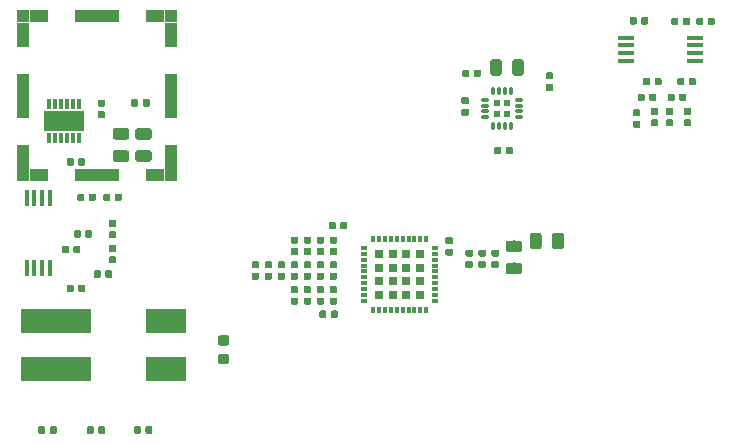
<source format=gbr>
G04 #@! TF.GenerationSoftware,KiCad,Pcbnew,5.0.2-bee76a0~70~ubuntu18.04.1*
G04 #@! TF.CreationDate,2019-11-21T20:22:08+01:00*
G04 #@! TF.ProjectId,board,626f6172-642e-46b6-9963-61645f706362,rev?*
G04 #@! TF.SameCoordinates,Original*
G04 #@! TF.FileFunction,Paste,Bot*
G04 #@! TF.FilePolarity,Positive*
%FSLAX46Y46*%
G04 Gerber Fmt 4.6, Leading zero omitted, Abs format (unit mm)*
G04 Created by KiCad (PCBNEW 5.0.2-bee76a0~70~ubuntu18.04.1) date Thu 21 Nov 2019 08:22:08 PM CET*
%MOMM*%
%LPD*%
G01*
G04 APERTURE LIST*
%ADD10C,0.025400*%
%ADD11C,0.100000*%
%ADD12C,0.975000*%
%ADD13R,0.690000X0.690000*%
%ADD14R,0.300000X0.500000*%
%ADD15R,0.500000X0.300000*%
%ADD16R,1.450000X0.450000*%
%ADD17R,0.304800X0.812800*%
%ADD18R,3.403600X1.803400*%
%ADD19C,0.590000*%
%ADD20O,0.750000X0.300000*%
%ADD21O,0.300000X0.750000*%
%ADD22R,0.540000X0.540000*%
%ADD23C,0.875000*%
%ADD24R,3.500000X2.000000*%
%ADD25R,6.000000X2.000000*%
%ADD26R,1.000000X1.000000*%
%ADD27R,1.650000X1.000000*%
%ADD28R,3.800000X1.000000*%
%ADD29R,1.000000X2.130000*%
%ADD30R,1.000000X3.800000*%
%ADD31R,0.450000X1.450000*%
G04 APERTURE END LIST*
D10*
G04 #@! TO.C,U1*
G36*
X98883800Y-110529700D02*
X97382000Y-110529700D01*
X97382000Y-108926300D01*
X98883800Y-108926300D01*
X98883800Y-110529700D01*
G37*
X98883800Y-110529700D02*
X97382000Y-110529700D01*
X97382000Y-108926300D01*
X98883800Y-108926300D01*
X98883800Y-110529700D01*
G36*
X97182000Y-110529700D02*
X95680200Y-110529700D01*
X95680200Y-108926300D01*
X97182000Y-108926300D01*
X97182000Y-110529700D01*
G37*
X97182000Y-110529700D02*
X95680200Y-110529700D01*
X95680200Y-108926300D01*
X97182000Y-108926300D01*
X97182000Y-110529700D01*
G04 #@! TD*
D11*
G04 #@! TO.C,C35*
G36*
X104493142Y-110336174D02*
X104516803Y-110339684D01*
X104540007Y-110345496D01*
X104562529Y-110353554D01*
X104584153Y-110363782D01*
X104604670Y-110376079D01*
X104623883Y-110390329D01*
X104641607Y-110406393D01*
X104657671Y-110424117D01*
X104671921Y-110443330D01*
X104684218Y-110463847D01*
X104694446Y-110485471D01*
X104702504Y-110507993D01*
X104708316Y-110531197D01*
X104711826Y-110554858D01*
X104713000Y-110578750D01*
X104713000Y-111066250D01*
X104711826Y-111090142D01*
X104708316Y-111113803D01*
X104702504Y-111137007D01*
X104694446Y-111159529D01*
X104684218Y-111181153D01*
X104671921Y-111201670D01*
X104657671Y-111220883D01*
X104641607Y-111238607D01*
X104623883Y-111254671D01*
X104604670Y-111268921D01*
X104584153Y-111281218D01*
X104562529Y-111291446D01*
X104540007Y-111299504D01*
X104516803Y-111305316D01*
X104493142Y-111308826D01*
X104469250Y-111310000D01*
X103556750Y-111310000D01*
X103532858Y-111308826D01*
X103509197Y-111305316D01*
X103485993Y-111299504D01*
X103463471Y-111291446D01*
X103441847Y-111281218D01*
X103421330Y-111268921D01*
X103402117Y-111254671D01*
X103384393Y-111238607D01*
X103368329Y-111220883D01*
X103354079Y-111201670D01*
X103341782Y-111181153D01*
X103331554Y-111159529D01*
X103323496Y-111137007D01*
X103317684Y-111113803D01*
X103314174Y-111090142D01*
X103313000Y-111066250D01*
X103313000Y-110578750D01*
X103314174Y-110554858D01*
X103317684Y-110531197D01*
X103323496Y-110507993D01*
X103331554Y-110485471D01*
X103341782Y-110463847D01*
X103354079Y-110443330D01*
X103368329Y-110424117D01*
X103384393Y-110406393D01*
X103402117Y-110390329D01*
X103421330Y-110376079D01*
X103441847Y-110363782D01*
X103463471Y-110353554D01*
X103485993Y-110345496D01*
X103509197Y-110339684D01*
X103532858Y-110336174D01*
X103556750Y-110335000D01*
X104469250Y-110335000D01*
X104493142Y-110336174D01*
X104493142Y-110336174D01*
G37*
D12*
X104013000Y-110822500D03*
D11*
G36*
X104493142Y-112211174D02*
X104516803Y-112214684D01*
X104540007Y-112220496D01*
X104562529Y-112228554D01*
X104584153Y-112238782D01*
X104604670Y-112251079D01*
X104623883Y-112265329D01*
X104641607Y-112281393D01*
X104657671Y-112299117D01*
X104671921Y-112318330D01*
X104684218Y-112338847D01*
X104694446Y-112360471D01*
X104702504Y-112382993D01*
X104708316Y-112406197D01*
X104711826Y-112429858D01*
X104713000Y-112453750D01*
X104713000Y-112941250D01*
X104711826Y-112965142D01*
X104708316Y-112988803D01*
X104702504Y-113012007D01*
X104694446Y-113034529D01*
X104684218Y-113056153D01*
X104671921Y-113076670D01*
X104657671Y-113095883D01*
X104641607Y-113113607D01*
X104623883Y-113129671D01*
X104604670Y-113143921D01*
X104584153Y-113156218D01*
X104562529Y-113166446D01*
X104540007Y-113174504D01*
X104516803Y-113180316D01*
X104493142Y-113183826D01*
X104469250Y-113185000D01*
X103556750Y-113185000D01*
X103532858Y-113183826D01*
X103509197Y-113180316D01*
X103485993Y-113174504D01*
X103463471Y-113166446D01*
X103441847Y-113156218D01*
X103421330Y-113143921D01*
X103402117Y-113129671D01*
X103384393Y-113113607D01*
X103368329Y-113095883D01*
X103354079Y-113076670D01*
X103341782Y-113056153D01*
X103331554Y-113034529D01*
X103323496Y-113012007D01*
X103317684Y-112988803D01*
X103314174Y-112965142D01*
X103313000Y-112941250D01*
X103313000Y-112453750D01*
X103314174Y-112429858D01*
X103317684Y-112406197D01*
X103323496Y-112382993D01*
X103331554Y-112360471D01*
X103341782Y-112338847D01*
X103354079Y-112318330D01*
X103368329Y-112299117D01*
X103384393Y-112281393D01*
X103402117Y-112265329D01*
X103421330Y-112251079D01*
X103441847Y-112238782D01*
X103463471Y-112228554D01*
X103485993Y-112220496D01*
X103509197Y-112214684D01*
X103532858Y-112211174D01*
X103556750Y-112210000D01*
X104469250Y-112210000D01*
X104493142Y-112211174D01*
X104493142Y-112211174D01*
G37*
D12*
X104013000Y-112697500D03*
G04 #@! TD*
D11*
G04 #@! TO.C,C34*
G36*
X102588142Y-110336174D02*
X102611803Y-110339684D01*
X102635007Y-110345496D01*
X102657529Y-110353554D01*
X102679153Y-110363782D01*
X102699670Y-110376079D01*
X102718883Y-110390329D01*
X102736607Y-110406393D01*
X102752671Y-110424117D01*
X102766921Y-110443330D01*
X102779218Y-110463847D01*
X102789446Y-110485471D01*
X102797504Y-110507993D01*
X102803316Y-110531197D01*
X102806826Y-110554858D01*
X102808000Y-110578750D01*
X102808000Y-111066250D01*
X102806826Y-111090142D01*
X102803316Y-111113803D01*
X102797504Y-111137007D01*
X102789446Y-111159529D01*
X102779218Y-111181153D01*
X102766921Y-111201670D01*
X102752671Y-111220883D01*
X102736607Y-111238607D01*
X102718883Y-111254671D01*
X102699670Y-111268921D01*
X102679153Y-111281218D01*
X102657529Y-111291446D01*
X102635007Y-111299504D01*
X102611803Y-111305316D01*
X102588142Y-111308826D01*
X102564250Y-111310000D01*
X101651750Y-111310000D01*
X101627858Y-111308826D01*
X101604197Y-111305316D01*
X101580993Y-111299504D01*
X101558471Y-111291446D01*
X101536847Y-111281218D01*
X101516330Y-111268921D01*
X101497117Y-111254671D01*
X101479393Y-111238607D01*
X101463329Y-111220883D01*
X101449079Y-111201670D01*
X101436782Y-111181153D01*
X101426554Y-111159529D01*
X101418496Y-111137007D01*
X101412684Y-111113803D01*
X101409174Y-111090142D01*
X101408000Y-111066250D01*
X101408000Y-110578750D01*
X101409174Y-110554858D01*
X101412684Y-110531197D01*
X101418496Y-110507993D01*
X101426554Y-110485471D01*
X101436782Y-110463847D01*
X101449079Y-110443330D01*
X101463329Y-110424117D01*
X101479393Y-110406393D01*
X101497117Y-110390329D01*
X101516330Y-110376079D01*
X101536847Y-110363782D01*
X101558471Y-110353554D01*
X101580993Y-110345496D01*
X101604197Y-110339684D01*
X101627858Y-110336174D01*
X101651750Y-110335000D01*
X102564250Y-110335000D01*
X102588142Y-110336174D01*
X102588142Y-110336174D01*
G37*
D12*
X102108000Y-110822500D03*
D11*
G36*
X102588142Y-112211174D02*
X102611803Y-112214684D01*
X102635007Y-112220496D01*
X102657529Y-112228554D01*
X102679153Y-112238782D01*
X102699670Y-112251079D01*
X102718883Y-112265329D01*
X102736607Y-112281393D01*
X102752671Y-112299117D01*
X102766921Y-112318330D01*
X102779218Y-112338847D01*
X102789446Y-112360471D01*
X102797504Y-112382993D01*
X102803316Y-112406197D01*
X102806826Y-112429858D01*
X102808000Y-112453750D01*
X102808000Y-112941250D01*
X102806826Y-112965142D01*
X102803316Y-112988803D01*
X102797504Y-113012007D01*
X102789446Y-113034529D01*
X102779218Y-113056153D01*
X102766921Y-113076670D01*
X102752671Y-113095883D01*
X102736607Y-113113607D01*
X102718883Y-113129671D01*
X102699670Y-113143921D01*
X102679153Y-113156218D01*
X102657529Y-113166446D01*
X102635007Y-113174504D01*
X102611803Y-113180316D01*
X102588142Y-113183826D01*
X102564250Y-113185000D01*
X101651750Y-113185000D01*
X101627858Y-113183826D01*
X101604197Y-113180316D01*
X101580993Y-113174504D01*
X101558471Y-113166446D01*
X101536847Y-113156218D01*
X101516330Y-113143921D01*
X101497117Y-113129671D01*
X101479393Y-113113607D01*
X101463329Y-113095883D01*
X101449079Y-113076670D01*
X101436782Y-113056153D01*
X101426554Y-113034529D01*
X101418496Y-113012007D01*
X101412684Y-112988803D01*
X101409174Y-112965142D01*
X101408000Y-112941250D01*
X101408000Y-112453750D01*
X101409174Y-112429858D01*
X101412684Y-112406197D01*
X101418496Y-112382993D01*
X101426554Y-112360471D01*
X101436782Y-112338847D01*
X101449079Y-112318330D01*
X101463329Y-112299117D01*
X101479393Y-112281393D01*
X101497117Y-112265329D01*
X101516330Y-112251079D01*
X101536847Y-112238782D01*
X101558471Y-112228554D01*
X101580993Y-112220496D01*
X101604197Y-112214684D01*
X101627858Y-112211174D01*
X101651750Y-112210000D01*
X102564250Y-112210000D01*
X102588142Y-112211174D01*
X102588142Y-112211174D01*
G37*
D12*
X102108000Y-112697500D03*
G04 #@! TD*
D11*
G04 #@! TO.C,C33*
G36*
X135862142Y-119861174D02*
X135885803Y-119864684D01*
X135909007Y-119870496D01*
X135931529Y-119878554D01*
X135953153Y-119888782D01*
X135973670Y-119901079D01*
X135992883Y-119915329D01*
X136010607Y-119931393D01*
X136026671Y-119949117D01*
X136040921Y-119968330D01*
X136053218Y-119988847D01*
X136063446Y-120010471D01*
X136071504Y-120032993D01*
X136077316Y-120056197D01*
X136080826Y-120079858D01*
X136082000Y-120103750D01*
X136082000Y-120591250D01*
X136080826Y-120615142D01*
X136077316Y-120638803D01*
X136071504Y-120662007D01*
X136063446Y-120684529D01*
X136053218Y-120706153D01*
X136040921Y-120726670D01*
X136026671Y-120745883D01*
X136010607Y-120763607D01*
X135992883Y-120779671D01*
X135973670Y-120793921D01*
X135953153Y-120806218D01*
X135931529Y-120816446D01*
X135909007Y-120824504D01*
X135885803Y-120830316D01*
X135862142Y-120833826D01*
X135838250Y-120835000D01*
X134925750Y-120835000D01*
X134901858Y-120833826D01*
X134878197Y-120830316D01*
X134854993Y-120824504D01*
X134832471Y-120816446D01*
X134810847Y-120806218D01*
X134790330Y-120793921D01*
X134771117Y-120779671D01*
X134753393Y-120763607D01*
X134737329Y-120745883D01*
X134723079Y-120726670D01*
X134710782Y-120706153D01*
X134700554Y-120684529D01*
X134692496Y-120662007D01*
X134686684Y-120638803D01*
X134683174Y-120615142D01*
X134682000Y-120591250D01*
X134682000Y-120103750D01*
X134683174Y-120079858D01*
X134686684Y-120056197D01*
X134692496Y-120032993D01*
X134700554Y-120010471D01*
X134710782Y-119988847D01*
X134723079Y-119968330D01*
X134737329Y-119949117D01*
X134753393Y-119931393D01*
X134771117Y-119915329D01*
X134790330Y-119901079D01*
X134810847Y-119888782D01*
X134832471Y-119878554D01*
X134854993Y-119870496D01*
X134878197Y-119864684D01*
X134901858Y-119861174D01*
X134925750Y-119860000D01*
X135838250Y-119860000D01*
X135862142Y-119861174D01*
X135862142Y-119861174D01*
G37*
D12*
X135382000Y-120347500D03*
D11*
G36*
X135862142Y-121736174D02*
X135885803Y-121739684D01*
X135909007Y-121745496D01*
X135931529Y-121753554D01*
X135953153Y-121763782D01*
X135973670Y-121776079D01*
X135992883Y-121790329D01*
X136010607Y-121806393D01*
X136026671Y-121824117D01*
X136040921Y-121843330D01*
X136053218Y-121863847D01*
X136063446Y-121885471D01*
X136071504Y-121907993D01*
X136077316Y-121931197D01*
X136080826Y-121954858D01*
X136082000Y-121978750D01*
X136082000Y-122466250D01*
X136080826Y-122490142D01*
X136077316Y-122513803D01*
X136071504Y-122537007D01*
X136063446Y-122559529D01*
X136053218Y-122581153D01*
X136040921Y-122601670D01*
X136026671Y-122620883D01*
X136010607Y-122638607D01*
X135992883Y-122654671D01*
X135973670Y-122668921D01*
X135953153Y-122681218D01*
X135931529Y-122691446D01*
X135909007Y-122699504D01*
X135885803Y-122705316D01*
X135862142Y-122708826D01*
X135838250Y-122710000D01*
X134925750Y-122710000D01*
X134901858Y-122708826D01*
X134878197Y-122705316D01*
X134854993Y-122699504D01*
X134832471Y-122691446D01*
X134810847Y-122681218D01*
X134790330Y-122668921D01*
X134771117Y-122654671D01*
X134753393Y-122638607D01*
X134737329Y-122620883D01*
X134723079Y-122601670D01*
X134710782Y-122581153D01*
X134700554Y-122559529D01*
X134692496Y-122537007D01*
X134686684Y-122513803D01*
X134683174Y-122490142D01*
X134682000Y-122466250D01*
X134682000Y-121978750D01*
X134683174Y-121954858D01*
X134686684Y-121931197D01*
X134692496Y-121907993D01*
X134700554Y-121885471D01*
X134710782Y-121863847D01*
X134723079Y-121843330D01*
X134737329Y-121824117D01*
X134753393Y-121806393D01*
X134771117Y-121790329D01*
X134790330Y-121776079D01*
X134810847Y-121763782D01*
X134832471Y-121753554D01*
X134854993Y-121745496D01*
X134878197Y-121739684D01*
X134901858Y-121736174D01*
X134925750Y-121735000D01*
X135838250Y-121735000D01*
X135862142Y-121736174D01*
X135862142Y-121736174D01*
G37*
D12*
X135382000Y-122222500D03*
G04 #@! TD*
D13*
G04 #@! TO.C,DRV8323H1*
X127439000Y-120996000D03*
X127439000Y-122146000D03*
X127439000Y-123296000D03*
X127439000Y-124446000D03*
X126289000Y-120996000D03*
X126289000Y-122146000D03*
X126289000Y-123296000D03*
X126289000Y-124446000D03*
X125139000Y-120996000D03*
X125139000Y-122146000D03*
X125139000Y-123296000D03*
X125139000Y-124446000D03*
X123989000Y-120996000D03*
X123989000Y-122146000D03*
X123989000Y-123296000D03*
X123989000Y-124446000D03*
D14*
X127964000Y-119721000D03*
X127464000Y-119721000D03*
X126964000Y-119721000D03*
X126464000Y-119721000D03*
X125964000Y-119721000D03*
X125464000Y-119721000D03*
X124964000Y-119721000D03*
X124464000Y-119721000D03*
X123964000Y-119721000D03*
X123464000Y-119721000D03*
D15*
X122714000Y-120471000D03*
X122714000Y-120971000D03*
X122714000Y-121471000D03*
X122714000Y-121971000D03*
X122714000Y-122471000D03*
X122714000Y-122971000D03*
X122714000Y-123471000D03*
X122714000Y-123971000D03*
X122714000Y-124471000D03*
X122714000Y-124971000D03*
D14*
X123464000Y-125721000D03*
X123964000Y-125721000D03*
X124464000Y-125721000D03*
X124964000Y-125721000D03*
X125464000Y-125721000D03*
X125964000Y-125721000D03*
X126464000Y-125721000D03*
X126964000Y-125721000D03*
X127464000Y-125721000D03*
X127964000Y-125721000D03*
D15*
X128714000Y-124971000D03*
X128714000Y-124471000D03*
X128714000Y-123971000D03*
X128714000Y-123471000D03*
X128714000Y-122971000D03*
X128714000Y-122471000D03*
X128714000Y-121971000D03*
X128714000Y-121471000D03*
X128714000Y-120971000D03*
X128714000Y-120471000D03*
G04 #@! TD*
D11*
G04 #@! TO.C,C31*
G36*
X139381142Y-119189174D02*
X139404803Y-119192684D01*
X139428007Y-119198496D01*
X139450529Y-119206554D01*
X139472153Y-119216782D01*
X139492670Y-119229079D01*
X139511883Y-119243329D01*
X139529607Y-119259393D01*
X139545671Y-119277117D01*
X139559921Y-119296330D01*
X139572218Y-119316847D01*
X139582446Y-119338471D01*
X139590504Y-119360993D01*
X139596316Y-119384197D01*
X139599826Y-119407858D01*
X139601000Y-119431750D01*
X139601000Y-120344250D01*
X139599826Y-120368142D01*
X139596316Y-120391803D01*
X139590504Y-120415007D01*
X139582446Y-120437529D01*
X139572218Y-120459153D01*
X139559921Y-120479670D01*
X139545671Y-120498883D01*
X139529607Y-120516607D01*
X139511883Y-120532671D01*
X139492670Y-120546921D01*
X139472153Y-120559218D01*
X139450529Y-120569446D01*
X139428007Y-120577504D01*
X139404803Y-120583316D01*
X139381142Y-120586826D01*
X139357250Y-120588000D01*
X138869750Y-120588000D01*
X138845858Y-120586826D01*
X138822197Y-120583316D01*
X138798993Y-120577504D01*
X138776471Y-120569446D01*
X138754847Y-120559218D01*
X138734330Y-120546921D01*
X138715117Y-120532671D01*
X138697393Y-120516607D01*
X138681329Y-120498883D01*
X138667079Y-120479670D01*
X138654782Y-120459153D01*
X138644554Y-120437529D01*
X138636496Y-120415007D01*
X138630684Y-120391803D01*
X138627174Y-120368142D01*
X138626000Y-120344250D01*
X138626000Y-119431750D01*
X138627174Y-119407858D01*
X138630684Y-119384197D01*
X138636496Y-119360993D01*
X138644554Y-119338471D01*
X138654782Y-119316847D01*
X138667079Y-119296330D01*
X138681329Y-119277117D01*
X138697393Y-119259393D01*
X138715117Y-119243329D01*
X138734330Y-119229079D01*
X138754847Y-119216782D01*
X138776471Y-119206554D01*
X138798993Y-119198496D01*
X138822197Y-119192684D01*
X138845858Y-119189174D01*
X138869750Y-119188000D01*
X139357250Y-119188000D01*
X139381142Y-119189174D01*
X139381142Y-119189174D01*
G37*
D12*
X139113500Y-119888000D03*
D11*
G36*
X137506142Y-119189174D02*
X137529803Y-119192684D01*
X137553007Y-119198496D01*
X137575529Y-119206554D01*
X137597153Y-119216782D01*
X137617670Y-119229079D01*
X137636883Y-119243329D01*
X137654607Y-119259393D01*
X137670671Y-119277117D01*
X137684921Y-119296330D01*
X137697218Y-119316847D01*
X137707446Y-119338471D01*
X137715504Y-119360993D01*
X137721316Y-119384197D01*
X137724826Y-119407858D01*
X137726000Y-119431750D01*
X137726000Y-120344250D01*
X137724826Y-120368142D01*
X137721316Y-120391803D01*
X137715504Y-120415007D01*
X137707446Y-120437529D01*
X137697218Y-120459153D01*
X137684921Y-120479670D01*
X137670671Y-120498883D01*
X137654607Y-120516607D01*
X137636883Y-120532671D01*
X137617670Y-120546921D01*
X137597153Y-120559218D01*
X137575529Y-120569446D01*
X137553007Y-120577504D01*
X137529803Y-120583316D01*
X137506142Y-120586826D01*
X137482250Y-120588000D01*
X136994750Y-120588000D01*
X136970858Y-120586826D01*
X136947197Y-120583316D01*
X136923993Y-120577504D01*
X136901471Y-120569446D01*
X136879847Y-120559218D01*
X136859330Y-120546921D01*
X136840117Y-120532671D01*
X136822393Y-120516607D01*
X136806329Y-120498883D01*
X136792079Y-120479670D01*
X136779782Y-120459153D01*
X136769554Y-120437529D01*
X136761496Y-120415007D01*
X136755684Y-120391803D01*
X136752174Y-120368142D01*
X136751000Y-120344250D01*
X136751000Y-119431750D01*
X136752174Y-119407858D01*
X136755684Y-119384197D01*
X136761496Y-119360993D01*
X136769554Y-119338471D01*
X136779782Y-119316847D01*
X136792079Y-119296330D01*
X136806329Y-119277117D01*
X136822393Y-119259393D01*
X136840117Y-119243329D01*
X136859330Y-119229079D01*
X136879847Y-119216782D01*
X136901471Y-119206554D01*
X136923993Y-119198496D01*
X136947197Y-119192684D01*
X136970858Y-119189174D01*
X136994750Y-119188000D01*
X137482250Y-119188000D01*
X137506142Y-119189174D01*
X137506142Y-119189174D01*
G37*
D12*
X137238500Y-119888000D03*
G04 #@! TD*
D16*
G04 #@! TO.C,U2*
X150746200Y-102683800D03*
X150746200Y-103333800D03*
X150746200Y-103983800D03*
X150746200Y-104633800D03*
X144846200Y-104633800D03*
X144846200Y-103983800D03*
X144846200Y-103333800D03*
X144846200Y-102683800D03*
G04 #@! TD*
D17*
G04 #@! TO.C,U1*
X98532000Y-111175800D03*
X98032000Y-111175800D03*
X97532000Y-111175800D03*
X97032000Y-111175800D03*
X96532000Y-111175800D03*
X96032000Y-111175800D03*
X96032000Y-108280200D03*
X96532000Y-108280200D03*
X97032000Y-108280200D03*
X97532000Y-108280200D03*
X98032000Y-108280200D03*
X98532000Y-108280200D03*
D18*
X97282000Y-109728000D03*
G04 #@! TD*
D11*
G04 #@! TO.C,R21*
G36*
X119186958Y-119520710D02*
X119201276Y-119522834D01*
X119215317Y-119526351D01*
X119228946Y-119531228D01*
X119242031Y-119537417D01*
X119254447Y-119544858D01*
X119266073Y-119553481D01*
X119276798Y-119563202D01*
X119286519Y-119573927D01*
X119295142Y-119585553D01*
X119302583Y-119597969D01*
X119308772Y-119611054D01*
X119313649Y-119624683D01*
X119317166Y-119638724D01*
X119319290Y-119653042D01*
X119320000Y-119667500D01*
X119320000Y-119962500D01*
X119319290Y-119976958D01*
X119317166Y-119991276D01*
X119313649Y-120005317D01*
X119308772Y-120018946D01*
X119302583Y-120032031D01*
X119295142Y-120044447D01*
X119286519Y-120056073D01*
X119276798Y-120066798D01*
X119266073Y-120076519D01*
X119254447Y-120085142D01*
X119242031Y-120092583D01*
X119228946Y-120098772D01*
X119215317Y-120103649D01*
X119201276Y-120107166D01*
X119186958Y-120109290D01*
X119172500Y-120110000D01*
X118827500Y-120110000D01*
X118813042Y-120109290D01*
X118798724Y-120107166D01*
X118784683Y-120103649D01*
X118771054Y-120098772D01*
X118757969Y-120092583D01*
X118745553Y-120085142D01*
X118733927Y-120076519D01*
X118723202Y-120066798D01*
X118713481Y-120056073D01*
X118704858Y-120044447D01*
X118697417Y-120032031D01*
X118691228Y-120018946D01*
X118686351Y-120005317D01*
X118682834Y-119991276D01*
X118680710Y-119976958D01*
X118680000Y-119962500D01*
X118680000Y-119667500D01*
X118680710Y-119653042D01*
X118682834Y-119638724D01*
X118686351Y-119624683D01*
X118691228Y-119611054D01*
X118697417Y-119597969D01*
X118704858Y-119585553D01*
X118713481Y-119573927D01*
X118723202Y-119563202D01*
X118733927Y-119553481D01*
X118745553Y-119544858D01*
X118757969Y-119537417D01*
X118771054Y-119531228D01*
X118784683Y-119526351D01*
X118798724Y-119522834D01*
X118813042Y-119520710D01*
X118827500Y-119520000D01*
X119172500Y-119520000D01*
X119186958Y-119520710D01*
X119186958Y-119520710D01*
G37*
D19*
X119000000Y-119815000D03*
D11*
G36*
X119186958Y-120490710D02*
X119201276Y-120492834D01*
X119215317Y-120496351D01*
X119228946Y-120501228D01*
X119242031Y-120507417D01*
X119254447Y-120514858D01*
X119266073Y-120523481D01*
X119276798Y-120533202D01*
X119286519Y-120543927D01*
X119295142Y-120555553D01*
X119302583Y-120567969D01*
X119308772Y-120581054D01*
X119313649Y-120594683D01*
X119317166Y-120608724D01*
X119319290Y-120623042D01*
X119320000Y-120637500D01*
X119320000Y-120932500D01*
X119319290Y-120946958D01*
X119317166Y-120961276D01*
X119313649Y-120975317D01*
X119308772Y-120988946D01*
X119302583Y-121002031D01*
X119295142Y-121014447D01*
X119286519Y-121026073D01*
X119276798Y-121036798D01*
X119266073Y-121046519D01*
X119254447Y-121055142D01*
X119242031Y-121062583D01*
X119228946Y-121068772D01*
X119215317Y-121073649D01*
X119201276Y-121077166D01*
X119186958Y-121079290D01*
X119172500Y-121080000D01*
X118827500Y-121080000D01*
X118813042Y-121079290D01*
X118798724Y-121077166D01*
X118784683Y-121073649D01*
X118771054Y-121068772D01*
X118757969Y-121062583D01*
X118745553Y-121055142D01*
X118733927Y-121046519D01*
X118723202Y-121036798D01*
X118713481Y-121026073D01*
X118704858Y-121014447D01*
X118697417Y-121002031D01*
X118691228Y-120988946D01*
X118686351Y-120975317D01*
X118682834Y-120961276D01*
X118680710Y-120946958D01*
X118680000Y-120932500D01*
X118680000Y-120637500D01*
X118680710Y-120623042D01*
X118682834Y-120608724D01*
X118686351Y-120594683D01*
X118691228Y-120581054D01*
X118697417Y-120567969D01*
X118704858Y-120555553D01*
X118713481Y-120543927D01*
X118723202Y-120533202D01*
X118733927Y-120523481D01*
X118745553Y-120514858D01*
X118757969Y-120507417D01*
X118771054Y-120501228D01*
X118784683Y-120496351D01*
X118798724Y-120492834D01*
X118813042Y-120490710D01*
X118827500Y-120490000D01*
X119172500Y-120490000D01*
X119186958Y-120490710D01*
X119186958Y-120490710D01*
G37*
D19*
X119000000Y-120785000D03*
G04 #@! TD*
D11*
G04 #@! TO.C,R20*
G36*
X118086958Y-120490710D02*
X118101276Y-120492834D01*
X118115317Y-120496351D01*
X118128946Y-120501228D01*
X118142031Y-120507417D01*
X118154447Y-120514858D01*
X118166073Y-120523481D01*
X118176798Y-120533202D01*
X118186519Y-120543927D01*
X118195142Y-120555553D01*
X118202583Y-120567969D01*
X118208772Y-120581054D01*
X118213649Y-120594683D01*
X118217166Y-120608724D01*
X118219290Y-120623042D01*
X118220000Y-120637500D01*
X118220000Y-120932500D01*
X118219290Y-120946958D01*
X118217166Y-120961276D01*
X118213649Y-120975317D01*
X118208772Y-120988946D01*
X118202583Y-121002031D01*
X118195142Y-121014447D01*
X118186519Y-121026073D01*
X118176798Y-121036798D01*
X118166073Y-121046519D01*
X118154447Y-121055142D01*
X118142031Y-121062583D01*
X118128946Y-121068772D01*
X118115317Y-121073649D01*
X118101276Y-121077166D01*
X118086958Y-121079290D01*
X118072500Y-121080000D01*
X117727500Y-121080000D01*
X117713042Y-121079290D01*
X117698724Y-121077166D01*
X117684683Y-121073649D01*
X117671054Y-121068772D01*
X117657969Y-121062583D01*
X117645553Y-121055142D01*
X117633927Y-121046519D01*
X117623202Y-121036798D01*
X117613481Y-121026073D01*
X117604858Y-121014447D01*
X117597417Y-121002031D01*
X117591228Y-120988946D01*
X117586351Y-120975317D01*
X117582834Y-120961276D01*
X117580710Y-120946958D01*
X117580000Y-120932500D01*
X117580000Y-120637500D01*
X117580710Y-120623042D01*
X117582834Y-120608724D01*
X117586351Y-120594683D01*
X117591228Y-120581054D01*
X117597417Y-120567969D01*
X117604858Y-120555553D01*
X117613481Y-120543927D01*
X117623202Y-120533202D01*
X117633927Y-120523481D01*
X117645553Y-120514858D01*
X117657969Y-120507417D01*
X117671054Y-120501228D01*
X117684683Y-120496351D01*
X117698724Y-120492834D01*
X117713042Y-120490710D01*
X117727500Y-120490000D01*
X118072500Y-120490000D01*
X118086958Y-120490710D01*
X118086958Y-120490710D01*
G37*
D19*
X117900000Y-120785000D03*
D11*
G36*
X118086958Y-119520710D02*
X118101276Y-119522834D01*
X118115317Y-119526351D01*
X118128946Y-119531228D01*
X118142031Y-119537417D01*
X118154447Y-119544858D01*
X118166073Y-119553481D01*
X118176798Y-119563202D01*
X118186519Y-119573927D01*
X118195142Y-119585553D01*
X118202583Y-119597969D01*
X118208772Y-119611054D01*
X118213649Y-119624683D01*
X118217166Y-119638724D01*
X118219290Y-119653042D01*
X118220000Y-119667500D01*
X118220000Y-119962500D01*
X118219290Y-119976958D01*
X118217166Y-119991276D01*
X118213649Y-120005317D01*
X118208772Y-120018946D01*
X118202583Y-120032031D01*
X118195142Y-120044447D01*
X118186519Y-120056073D01*
X118176798Y-120066798D01*
X118166073Y-120076519D01*
X118154447Y-120085142D01*
X118142031Y-120092583D01*
X118128946Y-120098772D01*
X118115317Y-120103649D01*
X118101276Y-120107166D01*
X118086958Y-120109290D01*
X118072500Y-120110000D01*
X117727500Y-120110000D01*
X117713042Y-120109290D01*
X117698724Y-120107166D01*
X117684683Y-120103649D01*
X117671054Y-120098772D01*
X117657969Y-120092583D01*
X117645553Y-120085142D01*
X117633927Y-120076519D01*
X117623202Y-120066798D01*
X117613481Y-120056073D01*
X117604858Y-120044447D01*
X117597417Y-120032031D01*
X117591228Y-120018946D01*
X117586351Y-120005317D01*
X117582834Y-119991276D01*
X117580710Y-119976958D01*
X117580000Y-119962500D01*
X117580000Y-119667500D01*
X117580710Y-119653042D01*
X117582834Y-119638724D01*
X117586351Y-119624683D01*
X117591228Y-119611054D01*
X117597417Y-119597969D01*
X117604858Y-119585553D01*
X117613481Y-119573927D01*
X117623202Y-119563202D01*
X117633927Y-119553481D01*
X117645553Y-119544858D01*
X117657969Y-119537417D01*
X117671054Y-119531228D01*
X117684683Y-119526351D01*
X117698724Y-119522834D01*
X117713042Y-119520710D01*
X117727500Y-119520000D01*
X118072500Y-119520000D01*
X118086958Y-119520710D01*
X118086958Y-119520710D01*
G37*
D19*
X117900000Y-119815000D03*
G04 #@! TD*
D11*
G04 #@! TO.C,R25*
G36*
X119186958Y-124690710D02*
X119201276Y-124692834D01*
X119215317Y-124696351D01*
X119228946Y-124701228D01*
X119242031Y-124707417D01*
X119254447Y-124714858D01*
X119266073Y-124723481D01*
X119276798Y-124733202D01*
X119286519Y-124743927D01*
X119295142Y-124755553D01*
X119302583Y-124767969D01*
X119308772Y-124781054D01*
X119313649Y-124794683D01*
X119317166Y-124808724D01*
X119319290Y-124823042D01*
X119320000Y-124837500D01*
X119320000Y-125132500D01*
X119319290Y-125146958D01*
X119317166Y-125161276D01*
X119313649Y-125175317D01*
X119308772Y-125188946D01*
X119302583Y-125202031D01*
X119295142Y-125214447D01*
X119286519Y-125226073D01*
X119276798Y-125236798D01*
X119266073Y-125246519D01*
X119254447Y-125255142D01*
X119242031Y-125262583D01*
X119228946Y-125268772D01*
X119215317Y-125273649D01*
X119201276Y-125277166D01*
X119186958Y-125279290D01*
X119172500Y-125280000D01*
X118827500Y-125280000D01*
X118813042Y-125279290D01*
X118798724Y-125277166D01*
X118784683Y-125273649D01*
X118771054Y-125268772D01*
X118757969Y-125262583D01*
X118745553Y-125255142D01*
X118733927Y-125246519D01*
X118723202Y-125236798D01*
X118713481Y-125226073D01*
X118704858Y-125214447D01*
X118697417Y-125202031D01*
X118691228Y-125188946D01*
X118686351Y-125175317D01*
X118682834Y-125161276D01*
X118680710Y-125146958D01*
X118680000Y-125132500D01*
X118680000Y-124837500D01*
X118680710Y-124823042D01*
X118682834Y-124808724D01*
X118686351Y-124794683D01*
X118691228Y-124781054D01*
X118697417Y-124767969D01*
X118704858Y-124755553D01*
X118713481Y-124743927D01*
X118723202Y-124733202D01*
X118733927Y-124723481D01*
X118745553Y-124714858D01*
X118757969Y-124707417D01*
X118771054Y-124701228D01*
X118784683Y-124696351D01*
X118798724Y-124692834D01*
X118813042Y-124690710D01*
X118827500Y-124690000D01*
X119172500Y-124690000D01*
X119186958Y-124690710D01*
X119186958Y-124690710D01*
G37*
D19*
X119000000Y-124985000D03*
D11*
G36*
X119186958Y-123720710D02*
X119201276Y-123722834D01*
X119215317Y-123726351D01*
X119228946Y-123731228D01*
X119242031Y-123737417D01*
X119254447Y-123744858D01*
X119266073Y-123753481D01*
X119276798Y-123763202D01*
X119286519Y-123773927D01*
X119295142Y-123785553D01*
X119302583Y-123797969D01*
X119308772Y-123811054D01*
X119313649Y-123824683D01*
X119317166Y-123838724D01*
X119319290Y-123853042D01*
X119320000Y-123867500D01*
X119320000Y-124162500D01*
X119319290Y-124176958D01*
X119317166Y-124191276D01*
X119313649Y-124205317D01*
X119308772Y-124218946D01*
X119302583Y-124232031D01*
X119295142Y-124244447D01*
X119286519Y-124256073D01*
X119276798Y-124266798D01*
X119266073Y-124276519D01*
X119254447Y-124285142D01*
X119242031Y-124292583D01*
X119228946Y-124298772D01*
X119215317Y-124303649D01*
X119201276Y-124307166D01*
X119186958Y-124309290D01*
X119172500Y-124310000D01*
X118827500Y-124310000D01*
X118813042Y-124309290D01*
X118798724Y-124307166D01*
X118784683Y-124303649D01*
X118771054Y-124298772D01*
X118757969Y-124292583D01*
X118745553Y-124285142D01*
X118733927Y-124276519D01*
X118723202Y-124266798D01*
X118713481Y-124256073D01*
X118704858Y-124244447D01*
X118697417Y-124232031D01*
X118691228Y-124218946D01*
X118686351Y-124205317D01*
X118682834Y-124191276D01*
X118680710Y-124176958D01*
X118680000Y-124162500D01*
X118680000Y-123867500D01*
X118680710Y-123853042D01*
X118682834Y-123838724D01*
X118686351Y-123824683D01*
X118691228Y-123811054D01*
X118697417Y-123797969D01*
X118704858Y-123785553D01*
X118713481Y-123773927D01*
X118723202Y-123763202D01*
X118733927Y-123753481D01*
X118745553Y-123744858D01*
X118757969Y-123737417D01*
X118771054Y-123731228D01*
X118784683Y-123726351D01*
X118798724Y-123722834D01*
X118813042Y-123720710D01*
X118827500Y-123720000D01*
X119172500Y-123720000D01*
X119186958Y-123720710D01*
X119186958Y-123720710D01*
G37*
D19*
X119000000Y-124015000D03*
G04 #@! TD*
D11*
G04 #@! TO.C,R27*
G36*
X103435958Y-107884710D02*
X103450276Y-107886834D01*
X103464317Y-107890351D01*
X103477946Y-107895228D01*
X103491031Y-107901417D01*
X103503447Y-107908858D01*
X103515073Y-107917481D01*
X103525798Y-107927202D01*
X103535519Y-107937927D01*
X103544142Y-107949553D01*
X103551583Y-107961969D01*
X103557772Y-107975054D01*
X103562649Y-107988683D01*
X103566166Y-108002724D01*
X103568290Y-108017042D01*
X103569000Y-108031500D01*
X103569000Y-108376500D01*
X103568290Y-108390958D01*
X103566166Y-108405276D01*
X103562649Y-108419317D01*
X103557772Y-108432946D01*
X103551583Y-108446031D01*
X103544142Y-108458447D01*
X103535519Y-108470073D01*
X103525798Y-108480798D01*
X103515073Y-108490519D01*
X103503447Y-108499142D01*
X103491031Y-108506583D01*
X103477946Y-108512772D01*
X103464317Y-108517649D01*
X103450276Y-108521166D01*
X103435958Y-108523290D01*
X103421500Y-108524000D01*
X103126500Y-108524000D01*
X103112042Y-108523290D01*
X103097724Y-108521166D01*
X103083683Y-108517649D01*
X103070054Y-108512772D01*
X103056969Y-108506583D01*
X103044553Y-108499142D01*
X103032927Y-108490519D01*
X103022202Y-108480798D01*
X103012481Y-108470073D01*
X103003858Y-108458447D01*
X102996417Y-108446031D01*
X102990228Y-108432946D01*
X102985351Y-108419317D01*
X102981834Y-108405276D01*
X102979710Y-108390958D01*
X102979000Y-108376500D01*
X102979000Y-108031500D01*
X102979710Y-108017042D01*
X102981834Y-108002724D01*
X102985351Y-107988683D01*
X102990228Y-107975054D01*
X102996417Y-107961969D01*
X103003858Y-107949553D01*
X103012481Y-107937927D01*
X103022202Y-107927202D01*
X103032927Y-107917481D01*
X103044553Y-107908858D01*
X103056969Y-107901417D01*
X103070054Y-107895228D01*
X103083683Y-107890351D01*
X103097724Y-107886834D01*
X103112042Y-107884710D01*
X103126500Y-107884000D01*
X103421500Y-107884000D01*
X103435958Y-107884710D01*
X103435958Y-107884710D01*
G37*
D19*
X103274000Y-108204000D03*
D11*
G36*
X104405958Y-107884710D02*
X104420276Y-107886834D01*
X104434317Y-107890351D01*
X104447946Y-107895228D01*
X104461031Y-107901417D01*
X104473447Y-107908858D01*
X104485073Y-107917481D01*
X104495798Y-107927202D01*
X104505519Y-107937927D01*
X104514142Y-107949553D01*
X104521583Y-107961969D01*
X104527772Y-107975054D01*
X104532649Y-107988683D01*
X104536166Y-108002724D01*
X104538290Y-108017042D01*
X104539000Y-108031500D01*
X104539000Y-108376500D01*
X104538290Y-108390958D01*
X104536166Y-108405276D01*
X104532649Y-108419317D01*
X104527772Y-108432946D01*
X104521583Y-108446031D01*
X104514142Y-108458447D01*
X104505519Y-108470073D01*
X104495798Y-108480798D01*
X104485073Y-108490519D01*
X104473447Y-108499142D01*
X104461031Y-108506583D01*
X104447946Y-108512772D01*
X104434317Y-108517649D01*
X104420276Y-108521166D01*
X104405958Y-108523290D01*
X104391500Y-108524000D01*
X104096500Y-108524000D01*
X104082042Y-108523290D01*
X104067724Y-108521166D01*
X104053683Y-108517649D01*
X104040054Y-108512772D01*
X104026969Y-108506583D01*
X104014553Y-108499142D01*
X104002927Y-108490519D01*
X103992202Y-108480798D01*
X103982481Y-108470073D01*
X103973858Y-108458447D01*
X103966417Y-108446031D01*
X103960228Y-108432946D01*
X103955351Y-108419317D01*
X103951834Y-108405276D01*
X103949710Y-108390958D01*
X103949000Y-108376500D01*
X103949000Y-108031500D01*
X103949710Y-108017042D01*
X103951834Y-108002724D01*
X103955351Y-107988683D01*
X103960228Y-107975054D01*
X103966417Y-107961969D01*
X103973858Y-107949553D01*
X103982481Y-107937927D01*
X103992202Y-107927202D01*
X104002927Y-107917481D01*
X104014553Y-107908858D01*
X104026969Y-107901417D01*
X104040054Y-107895228D01*
X104053683Y-107890351D01*
X104067724Y-107886834D01*
X104082042Y-107884710D01*
X104096500Y-107884000D01*
X104391500Y-107884000D01*
X104405958Y-107884710D01*
X104405958Y-107884710D01*
G37*
D19*
X104244000Y-108204000D03*
G04 #@! TD*
D11*
G04 #@! TO.C,C23*
G36*
X97976958Y-112880710D02*
X97991276Y-112882834D01*
X98005317Y-112886351D01*
X98018946Y-112891228D01*
X98032031Y-112897417D01*
X98044447Y-112904858D01*
X98056073Y-112913481D01*
X98066798Y-112923202D01*
X98076519Y-112933927D01*
X98085142Y-112945553D01*
X98092583Y-112957969D01*
X98098772Y-112971054D01*
X98103649Y-112984683D01*
X98107166Y-112998724D01*
X98109290Y-113013042D01*
X98110000Y-113027500D01*
X98110000Y-113372500D01*
X98109290Y-113386958D01*
X98107166Y-113401276D01*
X98103649Y-113415317D01*
X98098772Y-113428946D01*
X98092583Y-113442031D01*
X98085142Y-113454447D01*
X98076519Y-113466073D01*
X98066798Y-113476798D01*
X98056073Y-113486519D01*
X98044447Y-113495142D01*
X98032031Y-113502583D01*
X98018946Y-113508772D01*
X98005317Y-113513649D01*
X97991276Y-113517166D01*
X97976958Y-113519290D01*
X97962500Y-113520000D01*
X97667500Y-113520000D01*
X97653042Y-113519290D01*
X97638724Y-113517166D01*
X97624683Y-113513649D01*
X97611054Y-113508772D01*
X97597969Y-113502583D01*
X97585553Y-113495142D01*
X97573927Y-113486519D01*
X97563202Y-113476798D01*
X97553481Y-113466073D01*
X97544858Y-113454447D01*
X97537417Y-113442031D01*
X97531228Y-113428946D01*
X97526351Y-113415317D01*
X97522834Y-113401276D01*
X97520710Y-113386958D01*
X97520000Y-113372500D01*
X97520000Y-113027500D01*
X97520710Y-113013042D01*
X97522834Y-112998724D01*
X97526351Y-112984683D01*
X97531228Y-112971054D01*
X97537417Y-112957969D01*
X97544858Y-112945553D01*
X97553481Y-112933927D01*
X97563202Y-112923202D01*
X97573927Y-112913481D01*
X97585553Y-112904858D01*
X97597969Y-112897417D01*
X97611054Y-112891228D01*
X97624683Y-112886351D01*
X97638724Y-112882834D01*
X97653042Y-112880710D01*
X97667500Y-112880000D01*
X97962500Y-112880000D01*
X97976958Y-112880710D01*
X97976958Y-112880710D01*
G37*
D19*
X97815000Y-113200000D03*
D11*
G36*
X98946958Y-112880710D02*
X98961276Y-112882834D01*
X98975317Y-112886351D01*
X98988946Y-112891228D01*
X99002031Y-112897417D01*
X99014447Y-112904858D01*
X99026073Y-112913481D01*
X99036798Y-112923202D01*
X99046519Y-112933927D01*
X99055142Y-112945553D01*
X99062583Y-112957969D01*
X99068772Y-112971054D01*
X99073649Y-112984683D01*
X99077166Y-112998724D01*
X99079290Y-113013042D01*
X99080000Y-113027500D01*
X99080000Y-113372500D01*
X99079290Y-113386958D01*
X99077166Y-113401276D01*
X99073649Y-113415317D01*
X99068772Y-113428946D01*
X99062583Y-113442031D01*
X99055142Y-113454447D01*
X99046519Y-113466073D01*
X99036798Y-113476798D01*
X99026073Y-113486519D01*
X99014447Y-113495142D01*
X99002031Y-113502583D01*
X98988946Y-113508772D01*
X98975317Y-113513649D01*
X98961276Y-113517166D01*
X98946958Y-113519290D01*
X98932500Y-113520000D01*
X98637500Y-113520000D01*
X98623042Y-113519290D01*
X98608724Y-113517166D01*
X98594683Y-113513649D01*
X98581054Y-113508772D01*
X98567969Y-113502583D01*
X98555553Y-113495142D01*
X98543927Y-113486519D01*
X98533202Y-113476798D01*
X98523481Y-113466073D01*
X98514858Y-113454447D01*
X98507417Y-113442031D01*
X98501228Y-113428946D01*
X98496351Y-113415317D01*
X98492834Y-113401276D01*
X98490710Y-113386958D01*
X98490000Y-113372500D01*
X98490000Y-113027500D01*
X98490710Y-113013042D01*
X98492834Y-112998724D01*
X98496351Y-112984683D01*
X98501228Y-112971054D01*
X98507417Y-112957969D01*
X98514858Y-112945553D01*
X98523481Y-112933927D01*
X98533202Y-112923202D01*
X98543927Y-112913481D01*
X98555553Y-112904858D01*
X98567969Y-112897417D01*
X98581054Y-112891228D01*
X98594683Y-112886351D01*
X98608724Y-112882834D01*
X98623042Y-112880710D01*
X98637500Y-112880000D01*
X98932500Y-112880000D01*
X98946958Y-112880710D01*
X98946958Y-112880710D01*
G37*
D19*
X98785000Y-113200000D03*
G04 #@! TD*
D11*
G04 #@! TO.C,R23*
G36*
X116986958Y-123720710D02*
X117001276Y-123722834D01*
X117015317Y-123726351D01*
X117028946Y-123731228D01*
X117042031Y-123737417D01*
X117054447Y-123744858D01*
X117066073Y-123753481D01*
X117076798Y-123763202D01*
X117086519Y-123773927D01*
X117095142Y-123785553D01*
X117102583Y-123797969D01*
X117108772Y-123811054D01*
X117113649Y-123824683D01*
X117117166Y-123838724D01*
X117119290Y-123853042D01*
X117120000Y-123867500D01*
X117120000Y-124162500D01*
X117119290Y-124176958D01*
X117117166Y-124191276D01*
X117113649Y-124205317D01*
X117108772Y-124218946D01*
X117102583Y-124232031D01*
X117095142Y-124244447D01*
X117086519Y-124256073D01*
X117076798Y-124266798D01*
X117066073Y-124276519D01*
X117054447Y-124285142D01*
X117042031Y-124292583D01*
X117028946Y-124298772D01*
X117015317Y-124303649D01*
X117001276Y-124307166D01*
X116986958Y-124309290D01*
X116972500Y-124310000D01*
X116627500Y-124310000D01*
X116613042Y-124309290D01*
X116598724Y-124307166D01*
X116584683Y-124303649D01*
X116571054Y-124298772D01*
X116557969Y-124292583D01*
X116545553Y-124285142D01*
X116533927Y-124276519D01*
X116523202Y-124266798D01*
X116513481Y-124256073D01*
X116504858Y-124244447D01*
X116497417Y-124232031D01*
X116491228Y-124218946D01*
X116486351Y-124205317D01*
X116482834Y-124191276D01*
X116480710Y-124176958D01*
X116480000Y-124162500D01*
X116480000Y-123867500D01*
X116480710Y-123853042D01*
X116482834Y-123838724D01*
X116486351Y-123824683D01*
X116491228Y-123811054D01*
X116497417Y-123797969D01*
X116504858Y-123785553D01*
X116513481Y-123773927D01*
X116523202Y-123763202D01*
X116533927Y-123753481D01*
X116545553Y-123744858D01*
X116557969Y-123737417D01*
X116571054Y-123731228D01*
X116584683Y-123726351D01*
X116598724Y-123722834D01*
X116613042Y-123720710D01*
X116627500Y-123720000D01*
X116972500Y-123720000D01*
X116986958Y-123720710D01*
X116986958Y-123720710D01*
G37*
D19*
X116800000Y-124015000D03*
D11*
G36*
X116986958Y-124690710D02*
X117001276Y-124692834D01*
X117015317Y-124696351D01*
X117028946Y-124701228D01*
X117042031Y-124707417D01*
X117054447Y-124714858D01*
X117066073Y-124723481D01*
X117076798Y-124733202D01*
X117086519Y-124743927D01*
X117095142Y-124755553D01*
X117102583Y-124767969D01*
X117108772Y-124781054D01*
X117113649Y-124794683D01*
X117117166Y-124808724D01*
X117119290Y-124823042D01*
X117120000Y-124837500D01*
X117120000Y-125132500D01*
X117119290Y-125146958D01*
X117117166Y-125161276D01*
X117113649Y-125175317D01*
X117108772Y-125188946D01*
X117102583Y-125202031D01*
X117095142Y-125214447D01*
X117086519Y-125226073D01*
X117076798Y-125236798D01*
X117066073Y-125246519D01*
X117054447Y-125255142D01*
X117042031Y-125262583D01*
X117028946Y-125268772D01*
X117015317Y-125273649D01*
X117001276Y-125277166D01*
X116986958Y-125279290D01*
X116972500Y-125280000D01*
X116627500Y-125280000D01*
X116613042Y-125279290D01*
X116598724Y-125277166D01*
X116584683Y-125273649D01*
X116571054Y-125268772D01*
X116557969Y-125262583D01*
X116545553Y-125255142D01*
X116533927Y-125246519D01*
X116523202Y-125236798D01*
X116513481Y-125226073D01*
X116504858Y-125214447D01*
X116497417Y-125202031D01*
X116491228Y-125188946D01*
X116486351Y-125175317D01*
X116482834Y-125161276D01*
X116480710Y-125146958D01*
X116480000Y-125132500D01*
X116480000Y-124837500D01*
X116480710Y-124823042D01*
X116482834Y-124808724D01*
X116486351Y-124794683D01*
X116491228Y-124781054D01*
X116497417Y-124767969D01*
X116504858Y-124755553D01*
X116513481Y-124743927D01*
X116523202Y-124733202D01*
X116533927Y-124723481D01*
X116545553Y-124714858D01*
X116557969Y-124707417D01*
X116571054Y-124701228D01*
X116584683Y-124696351D01*
X116598724Y-124692834D01*
X116613042Y-124690710D01*
X116627500Y-124690000D01*
X116972500Y-124690000D01*
X116986958Y-124690710D01*
X116986958Y-124690710D01*
G37*
D19*
X116800000Y-124985000D03*
G04 #@! TD*
D11*
G04 #@! TO.C,R22*
G36*
X120286958Y-120490710D02*
X120301276Y-120492834D01*
X120315317Y-120496351D01*
X120328946Y-120501228D01*
X120342031Y-120507417D01*
X120354447Y-120514858D01*
X120366073Y-120523481D01*
X120376798Y-120533202D01*
X120386519Y-120543927D01*
X120395142Y-120555553D01*
X120402583Y-120567969D01*
X120408772Y-120581054D01*
X120413649Y-120594683D01*
X120417166Y-120608724D01*
X120419290Y-120623042D01*
X120420000Y-120637500D01*
X120420000Y-120932500D01*
X120419290Y-120946958D01*
X120417166Y-120961276D01*
X120413649Y-120975317D01*
X120408772Y-120988946D01*
X120402583Y-121002031D01*
X120395142Y-121014447D01*
X120386519Y-121026073D01*
X120376798Y-121036798D01*
X120366073Y-121046519D01*
X120354447Y-121055142D01*
X120342031Y-121062583D01*
X120328946Y-121068772D01*
X120315317Y-121073649D01*
X120301276Y-121077166D01*
X120286958Y-121079290D01*
X120272500Y-121080000D01*
X119927500Y-121080000D01*
X119913042Y-121079290D01*
X119898724Y-121077166D01*
X119884683Y-121073649D01*
X119871054Y-121068772D01*
X119857969Y-121062583D01*
X119845553Y-121055142D01*
X119833927Y-121046519D01*
X119823202Y-121036798D01*
X119813481Y-121026073D01*
X119804858Y-121014447D01*
X119797417Y-121002031D01*
X119791228Y-120988946D01*
X119786351Y-120975317D01*
X119782834Y-120961276D01*
X119780710Y-120946958D01*
X119780000Y-120932500D01*
X119780000Y-120637500D01*
X119780710Y-120623042D01*
X119782834Y-120608724D01*
X119786351Y-120594683D01*
X119791228Y-120581054D01*
X119797417Y-120567969D01*
X119804858Y-120555553D01*
X119813481Y-120543927D01*
X119823202Y-120533202D01*
X119833927Y-120523481D01*
X119845553Y-120514858D01*
X119857969Y-120507417D01*
X119871054Y-120501228D01*
X119884683Y-120496351D01*
X119898724Y-120492834D01*
X119913042Y-120490710D01*
X119927500Y-120490000D01*
X120272500Y-120490000D01*
X120286958Y-120490710D01*
X120286958Y-120490710D01*
G37*
D19*
X120100000Y-120785000D03*
D11*
G36*
X120286958Y-119520710D02*
X120301276Y-119522834D01*
X120315317Y-119526351D01*
X120328946Y-119531228D01*
X120342031Y-119537417D01*
X120354447Y-119544858D01*
X120366073Y-119553481D01*
X120376798Y-119563202D01*
X120386519Y-119573927D01*
X120395142Y-119585553D01*
X120402583Y-119597969D01*
X120408772Y-119611054D01*
X120413649Y-119624683D01*
X120417166Y-119638724D01*
X120419290Y-119653042D01*
X120420000Y-119667500D01*
X120420000Y-119962500D01*
X120419290Y-119976958D01*
X120417166Y-119991276D01*
X120413649Y-120005317D01*
X120408772Y-120018946D01*
X120402583Y-120032031D01*
X120395142Y-120044447D01*
X120386519Y-120056073D01*
X120376798Y-120066798D01*
X120366073Y-120076519D01*
X120354447Y-120085142D01*
X120342031Y-120092583D01*
X120328946Y-120098772D01*
X120315317Y-120103649D01*
X120301276Y-120107166D01*
X120286958Y-120109290D01*
X120272500Y-120110000D01*
X119927500Y-120110000D01*
X119913042Y-120109290D01*
X119898724Y-120107166D01*
X119884683Y-120103649D01*
X119871054Y-120098772D01*
X119857969Y-120092583D01*
X119845553Y-120085142D01*
X119833927Y-120076519D01*
X119823202Y-120066798D01*
X119813481Y-120056073D01*
X119804858Y-120044447D01*
X119797417Y-120032031D01*
X119791228Y-120018946D01*
X119786351Y-120005317D01*
X119782834Y-119991276D01*
X119780710Y-119976958D01*
X119780000Y-119962500D01*
X119780000Y-119667500D01*
X119780710Y-119653042D01*
X119782834Y-119638724D01*
X119786351Y-119624683D01*
X119791228Y-119611054D01*
X119797417Y-119597969D01*
X119804858Y-119585553D01*
X119813481Y-119573927D01*
X119823202Y-119563202D01*
X119833927Y-119553481D01*
X119845553Y-119544858D01*
X119857969Y-119537417D01*
X119871054Y-119531228D01*
X119884683Y-119526351D01*
X119898724Y-119522834D01*
X119913042Y-119520710D01*
X119927500Y-119520000D01*
X120272500Y-119520000D01*
X120286958Y-119520710D01*
X120286958Y-119520710D01*
G37*
D19*
X120100000Y-119815000D03*
G04 #@! TD*
D11*
G04 #@! TO.C,R26*
G36*
X120286958Y-123720710D02*
X120301276Y-123722834D01*
X120315317Y-123726351D01*
X120328946Y-123731228D01*
X120342031Y-123737417D01*
X120354447Y-123744858D01*
X120366073Y-123753481D01*
X120376798Y-123763202D01*
X120386519Y-123773927D01*
X120395142Y-123785553D01*
X120402583Y-123797969D01*
X120408772Y-123811054D01*
X120413649Y-123824683D01*
X120417166Y-123838724D01*
X120419290Y-123853042D01*
X120420000Y-123867500D01*
X120420000Y-124162500D01*
X120419290Y-124176958D01*
X120417166Y-124191276D01*
X120413649Y-124205317D01*
X120408772Y-124218946D01*
X120402583Y-124232031D01*
X120395142Y-124244447D01*
X120386519Y-124256073D01*
X120376798Y-124266798D01*
X120366073Y-124276519D01*
X120354447Y-124285142D01*
X120342031Y-124292583D01*
X120328946Y-124298772D01*
X120315317Y-124303649D01*
X120301276Y-124307166D01*
X120286958Y-124309290D01*
X120272500Y-124310000D01*
X119927500Y-124310000D01*
X119913042Y-124309290D01*
X119898724Y-124307166D01*
X119884683Y-124303649D01*
X119871054Y-124298772D01*
X119857969Y-124292583D01*
X119845553Y-124285142D01*
X119833927Y-124276519D01*
X119823202Y-124266798D01*
X119813481Y-124256073D01*
X119804858Y-124244447D01*
X119797417Y-124232031D01*
X119791228Y-124218946D01*
X119786351Y-124205317D01*
X119782834Y-124191276D01*
X119780710Y-124176958D01*
X119780000Y-124162500D01*
X119780000Y-123867500D01*
X119780710Y-123853042D01*
X119782834Y-123838724D01*
X119786351Y-123824683D01*
X119791228Y-123811054D01*
X119797417Y-123797969D01*
X119804858Y-123785553D01*
X119813481Y-123773927D01*
X119823202Y-123763202D01*
X119833927Y-123753481D01*
X119845553Y-123744858D01*
X119857969Y-123737417D01*
X119871054Y-123731228D01*
X119884683Y-123726351D01*
X119898724Y-123722834D01*
X119913042Y-123720710D01*
X119927500Y-123720000D01*
X120272500Y-123720000D01*
X120286958Y-123720710D01*
X120286958Y-123720710D01*
G37*
D19*
X120100000Y-124015000D03*
D11*
G36*
X120286958Y-124690710D02*
X120301276Y-124692834D01*
X120315317Y-124696351D01*
X120328946Y-124701228D01*
X120342031Y-124707417D01*
X120354447Y-124714858D01*
X120366073Y-124723481D01*
X120376798Y-124733202D01*
X120386519Y-124743927D01*
X120395142Y-124755553D01*
X120402583Y-124767969D01*
X120408772Y-124781054D01*
X120413649Y-124794683D01*
X120417166Y-124808724D01*
X120419290Y-124823042D01*
X120420000Y-124837500D01*
X120420000Y-125132500D01*
X120419290Y-125146958D01*
X120417166Y-125161276D01*
X120413649Y-125175317D01*
X120408772Y-125188946D01*
X120402583Y-125202031D01*
X120395142Y-125214447D01*
X120386519Y-125226073D01*
X120376798Y-125236798D01*
X120366073Y-125246519D01*
X120354447Y-125255142D01*
X120342031Y-125262583D01*
X120328946Y-125268772D01*
X120315317Y-125273649D01*
X120301276Y-125277166D01*
X120286958Y-125279290D01*
X120272500Y-125280000D01*
X119927500Y-125280000D01*
X119913042Y-125279290D01*
X119898724Y-125277166D01*
X119884683Y-125273649D01*
X119871054Y-125268772D01*
X119857969Y-125262583D01*
X119845553Y-125255142D01*
X119833927Y-125246519D01*
X119823202Y-125236798D01*
X119813481Y-125226073D01*
X119804858Y-125214447D01*
X119797417Y-125202031D01*
X119791228Y-125188946D01*
X119786351Y-125175317D01*
X119782834Y-125161276D01*
X119780710Y-125146958D01*
X119780000Y-125132500D01*
X119780000Y-124837500D01*
X119780710Y-124823042D01*
X119782834Y-124808724D01*
X119786351Y-124794683D01*
X119791228Y-124781054D01*
X119797417Y-124767969D01*
X119804858Y-124755553D01*
X119813481Y-124743927D01*
X119823202Y-124733202D01*
X119833927Y-124723481D01*
X119845553Y-124714858D01*
X119857969Y-124707417D01*
X119871054Y-124701228D01*
X119884683Y-124696351D01*
X119898724Y-124692834D01*
X119913042Y-124690710D01*
X119927500Y-124690000D01*
X120272500Y-124690000D01*
X120286958Y-124690710D01*
X120286958Y-124690710D01*
G37*
D19*
X120100000Y-124985000D03*
G04 #@! TD*
D11*
G04 #@! TO.C,C22*
G36*
X100643958Y-108902710D02*
X100658276Y-108904834D01*
X100672317Y-108908351D01*
X100685946Y-108913228D01*
X100699031Y-108919417D01*
X100711447Y-108926858D01*
X100723073Y-108935481D01*
X100733798Y-108945202D01*
X100743519Y-108955927D01*
X100752142Y-108967553D01*
X100759583Y-108979969D01*
X100765772Y-108993054D01*
X100770649Y-109006683D01*
X100774166Y-109020724D01*
X100776290Y-109035042D01*
X100777000Y-109049500D01*
X100777000Y-109344500D01*
X100776290Y-109358958D01*
X100774166Y-109373276D01*
X100770649Y-109387317D01*
X100765772Y-109400946D01*
X100759583Y-109414031D01*
X100752142Y-109426447D01*
X100743519Y-109438073D01*
X100733798Y-109448798D01*
X100723073Y-109458519D01*
X100711447Y-109467142D01*
X100699031Y-109474583D01*
X100685946Y-109480772D01*
X100672317Y-109485649D01*
X100658276Y-109489166D01*
X100643958Y-109491290D01*
X100629500Y-109492000D01*
X100284500Y-109492000D01*
X100270042Y-109491290D01*
X100255724Y-109489166D01*
X100241683Y-109485649D01*
X100228054Y-109480772D01*
X100214969Y-109474583D01*
X100202553Y-109467142D01*
X100190927Y-109458519D01*
X100180202Y-109448798D01*
X100170481Y-109438073D01*
X100161858Y-109426447D01*
X100154417Y-109414031D01*
X100148228Y-109400946D01*
X100143351Y-109387317D01*
X100139834Y-109373276D01*
X100137710Y-109358958D01*
X100137000Y-109344500D01*
X100137000Y-109049500D01*
X100137710Y-109035042D01*
X100139834Y-109020724D01*
X100143351Y-109006683D01*
X100148228Y-108993054D01*
X100154417Y-108979969D01*
X100161858Y-108967553D01*
X100170481Y-108955927D01*
X100180202Y-108945202D01*
X100190927Y-108935481D01*
X100202553Y-108926858D01*
X100214969Y-108919417D01*
X100228054Y-108913228D01*
X100241683Y-108908351D01*
X100255724Y-108904834D01*
X100270042Y-108902710D01*
X100284500Y-108902000D01*
X100629500Y-108902000D01*
X100643958Y-108902710D01*
X100643958Y-108902710D01*
G37*
D19*
X100457000Y-109197000D03*
D11*
G36*
X100643958Y-107932710D02*
X100658276Y-107934834D01*
X100672317Y-107938351D01*
X100685946Y-107943228D01*
X100699031Y-107949417D01*
X100711447Y-107956858D01*
X100723073Y-107965481D01*
X100733798Y-107975202D01*
X100743519Y-107985927D01*
X100752142Y-107997553D01*
X100759583Y-108009969D01*
X100765772Y-108023054D01*
X100770649Y-108036683D01*
X100774166Y-108050724D01*
X100776290Y-108065042D01*
X100777000Y-108079500D01*
X100777000Y-108374500D01*
X100776290Y-108388958D01*
X100774166Y-108403276D01*
X100770649Y-108417317D01*
X100765772Y-108430946D01*
X100759583Y-108444031D01*
X100752142Y-108456447D01*
X100743519Y-108468073D01*
X100733798Y-108478798D01*
X100723073Y-108488519D01*
X100711447Y-108497142D01*
X100699031Y-108504583D01*
X100685946Y-108510772D01*
X100672317Y-108515649D01*
X100658276Y-108519166D01*
X100643958Y-108521290D01*
X100629500Y-108522000D01*
X100284500Y-108522000D01*
X100270042Y-108521290D01*
X100255724Y-108519166D01*
X100241683Y-108515649D01*
X100228054Y-108510772D01*
X100214969Y-108504583D01*
X100202553Y-108497142D01*
X100190927Y-108488519D01*
X100180202Y-108478798D01*
X100170481Y-108468073D01*
X100161858Y-108456447D01*
X100154417Y-108444031D01*
X100148228Y-108430946D01*
X100143351Y-108417317D01*
X100139834Y-108403276D01*
X100137710Y-108388958D01*
X100137000Y-108374500D01*
X100137000Y-108079500D01*
X100137710Y-108065042D01*
X100139834Y-108050724D01*
X100143351Y-108036683D01*
X100148228Y-108023054D01*
X100154417Y-108009969D01*
X100161858Y-107997553D01*
X100170481Y-107985927D01*
X100180202Y-107975202D01*
X100190927Y-107965481D01*
X100202553Y-107956858D01*
X100214969Y-107949417D01*
X100228054Y-107943228D01*
X100241683Y-107938351D01*
X100255724Y-107934834D01*
X100270042Y-107932710D01*
X100284500Y-107932000D01*
X100629500Y-107932000D01*
X100643958Y-107932710D01*
X100643958Y-107932710D01*
G37*
D19*
X100457000Y-108227000D03*
G04 #@! TD*
D11*
G04 #@! TO.C,R24*
G36*
X118086958Y-123720710D02*
X118101276Y-123722834D01*
X118115317Y-123726351D01*
X118128946Y-123731228D01*
X118142031Y-123737417D01*
X118154447Y-123744858D01*
X118166073Y-123753481D01*
X118176798Y-123763202D01*
X118186519Y-123773927D01*
X118195142Y-123785553D01*
X118202583Y-123797969D01*
X118208772Y-123811054D01*
X118213649Y-123824683D01*
X118217166Y-123838724D01*
X118219290Y-123853042D01*
X118220000Y-123867500D01*
X118220000Y-124162500D01*
X118219290Y-124176958D01*
X118217166Y-124191276D01*
X118213649Y-124205317D01*
X118208772Y-124218946D01*
X118202583Y-124232031D01*
X118195142Y-124244447D01*
X118186519Y-124256073D01*
X118176798Y-124266798D01*
X118166073Y-124276519D01*
X118154447Y-124285142D01*
X118142031Y-124292583D01*
X118128946Y-124298772D01*
X118115317Y-124303649D01*
X118101276Y-124307166D01*
X118086958Y-124309290D01*
X118072500Y-124310000D01*
X117727500Y-124310000D01*
X117713042Y-124309290D01*
X117698724Y-124307166D01*
X117684683Y-124303649D01*
X117671054Y-124298772D01*
X117657969Y-124292583D01*
X117645553Y-124285142D01*
X117633927Y-124276519D01*
X117623202Y-124266798D01*
X117613481Y-124256073D01*
X117604858Y-124244447D01*
X117597417Y-124232031D01*
X117591228Y-124218946D01*
X117586351Y-124205317D01*
X117582834Y-124191276D01*
X117580710Y-124176958D01*
X117580000Y-124162500D01*
X117580000Y-123867500D01*
X117580710Y-123853042D01*
X117582834Y-123838724D01*
X117586351Y-123824683D01*
X117591228Y-123811054D01*
X117597417Y-123797969D01*
X117604858Y-123785553D01*
X117613481Y-123773927D01*
X117623202Y-123763202D01*
X117633927Y-123753481D01*
X117645553Y-123744858D01*
X117657969Y-123737417D01*
X117671054Y-123731228D01*
X117684683Y-123726351D01*
X117698724Y-123722834D01*
X117713042Y-123720710D01*
X117727500Y-123720000D01*
X118072500Y-123720000D01*
X118086958Y-123720710D01*
X118086958Y-123720710D01*
G37*
D19*
X117900000Y-124015000D03*
D11*
G36*
X118086958Y-124690710D02*
X118101276Y-124692834D01*
X118115317Y-124696351D01*
X118128946Y-124701228D01*
X118142031Y-124707417D01*
X118154447Y-124714858D01*
X118166073Y-124723481D01*
X118176798Y-124733202D01*
X118186519Y-124743927D01*
X118195142Y-124755553D01*
X118202583Y-124767969D01*
X118208772Y-124781054D01*
X118213649Y-124794683D01*
X118217166Y-124808724D01*
X118219290Y-124823042D01*
X118220000Y-124837500D01*
X118220000Y-125132500D01*
X118219290Y-125146958D01*
X118217166Y-125161276D01*
X118213649Y-125175317D01*
X118208772Y-125188946D01*
X118202583Y-125202031D01*
X118195142Y-125214447D01*
X118186519Y-125226073D01*
X118176798Y-125236798D01*
X118166073Y-125246519D01*
X118154447Y-125255142D01*
X118142031Y-125262583D01*
X118128946Y-125268772D01*
X118115317Y-125273649D01*
X118101276Y-125277166D01*
X118086958Y-125279290D01*
X118072500Y-125280000D01*
X117727500Y-125280000D01*
X117713042Y-125279290D01*
X117698724Y-125277166D01*
X117684683Y-125273649D01*
X117671054Y-125268772D01*
X117657969Y-125262583D01*
X117645553Y-125255142D01*
X117633927Y-125246519D01*
X117623202Y-125236798D01*
X117613481Y-125226073D01*
X117604858Y-125214447D01*
X117597417Y-125202031D01*
X117591228Y-125188946D01*
X117586351Y-125175317D01*
X117582834Y-125161276D01*
X117580710Y-125146958D01*
X117580000Y-125132500D01*
X117580000Y-124837500D01*
X117580710Y-124823042D01*
X117582834Y-124808724D01*
X117586351Y-124794683D01*
X117591228Y-124781054D01*
X117597417Y-124767969D01*
X117604858Y-124755553D01*
X117613481Y-124743927D01*
X117623202Y-124733202D01*
X117633927Y-124723481D01*
X117645553Y-124714858D01*
X117657969Y-124707417D01*
X117671054Y-124701228D01*
X117684683Y-124696351D01*
X117698724Y-124692834D01*
X117713042Y-124690710D01*
X117727500Y-124690000D01*
X118072500Y-124690000D01*
X118086958Y-124690710D01*
X118086958Y-124690710D01*
G37*
D19*
X117900000Y-124985000D03*
G04 #@! TD*
D11*
G04 #@! TO.C,C8*
G36*
X131436958Y-107720710D02*
X131451276Y-107722834D01*
X131465317Y-107726351D01*
X131478946Y-107731228D01*
X131492031Y-107737417D01*
X131504447Y-107744858D01*
X131516073Y-107753481D01*
X131526798Y-107763202D01*
X131536519Y-107773927D01*
X131545142Y-107785553D01*
X131552583Y-107797969D01*
X131558772Y-107811054D01*
X131563649Y-107824683D01*
X131567166Y-107838724D01*
X131569290Y-107853042D01*
X131570000Y-107867500D01*
X131570000Y-108162500D01*
X131569290Y-108176958D01*
X131567166Y-108191276D01*
X131563649Y-108205317D01*
X131558772Y-108218946D01*
X131552583Y-108232031D01*
X131545142Y-108244447D01*
X131536519Y-108256073D01*
X131526798Y-108266798D01*
X131516073Y-108276519D01*
X131504447Y-108285142D01*
X131492031Y-108292583D01*
X131478946Y-108298772D01*
X131465317Y-108303649D01*
X131451276Y-108307166D01*
X131436958Y-108309290D01*
X131422500Y-108310000D01*
X131077500Y-108310000D01*
X131063042Y-108309290D01*
X131048724Y-108307166D01*
X131034683Y-108303649D01*
X131021054Y-108298772D01*
X131007969Y-108292583D01*
X130995553Y-108285142D01*
X130983927Y-108276519D01*
X130973202Y-108266798D01*
X130963481Y-108256073D01*
X130954858Y-108244447D01*
X130947417Y-108232031D01*
X130941228Y-108218946D01*
X130936351Y-108205317D01*
X130932834Y-108191276D01*
X130930710Y-108176958D01*
X130930000Y-108162500D01*
X130930000Y-107867500D01*
X130930710Y-107853042D01*
X130932834Y-107838724D01*
X130936351Y-107824683D01*
X130941228Y-107811054D01*
X130947417Y-107797969D01*
X130954858Y-107785553D01*
X130963481Y-107773927D01*
X130973202Y-107763202D01*
X130983927Y-107753481D01*
X130995553Y-107744858D01*
X131007969Y-107737417D01*
X131021054Y-107731228D01*
X131034683Y-107726351D01*
X131048724Y-107722834D01*
X131063042Y-107720710D01*
X131077500Y-107720000D01*
X131422500Y-107720000D01*
X131436958Y-107720710D01*
X131436958Y-107720710D01*
G37*
D19*
X131250000Y-108015000D03*
D11*
G36*
X131436958Y-108690710D02*
X131451276Y-108692834D01*
X131465317Y-108696351D01*
X131478946Y-108701228D01*
X131492031Y-108707417D01*
X131504447Y-108714858D01*
X131516073Y-108723481D01*
X131526798Y-108733202D01*
X131536519Y-108743927D01*
X131545142Y-108755553D01*
X131552583Y-108767969D01*
X131558772Y-108781054D01*
X131563649Y-108794683D01*
X131567166Y-108808724D01*
X131569290Y-108823042D01*
X131570000Y-108837500D01*
X131570000Y-109132500D01*
X131569290Y-109146958D01*
X131567166Y-109161276D01*
X131563649Y-109175317D01*
X131558772Y-109188946D01*
X131552583Y-109202031D01*
X131545142Y-109214447D01*
X131536519Y-109226073D01*
X131526798Y-109236798D01*
X131516073Y-109246519D01*
X131504447Y-109255142D01*
X131492031Y-109262583D01*
X131478946Y-109268772D01*
X131465317Y-109273649D01*
X131451276Y-109277166D01*
X131436958Y-109279290D01*
X131422500Y-109280000D01*
X131077500Y-109280000D01*
X131063042Y-109279290D01*
X131048724Y-109277166D01*
X131034683Y-109273649D01*
X131021054Y-109268772D01*
X131007969Y-109262583D01*
X130995553Y-109255142D01*
X130983927Y-109246519D01*
X130973202Y-109236798D01*
X130963481Y-109226073D01*
X130954858Y-109214447D01*
X130947417Y-109202031D01*
X130941228Y-109188946D01*
X130936351Y-109175317D01*
X130932834Y-109161276D01*
X130930710Y-109146958D01*
X130930000Y-109132500D01*
X130930000Y-108837500D01*
X130930710Y-108823042D01*
X130932834Y-108808724D01*
X130936351Y-108794683D01*
X130941228Y-108781054D01*
X130947417Y-108767969D01*
X130954858Y-108755553D01*
X130963481Y-108743927D01*
X130973202Y-108733202D01*
X130983927Y-108723481D01*
X130995553Y-108714858D01*
X131007969Y-108707417D01*
X131021054Y-108701228D01*
X131034683Y-108696351D01*
X131048724Y-108692834D01*
X131063042Y-108690710D01*
X131077500Y-108690000D01*
X131422500Y-108690000D01*
X131436958Y-108690710D01*
X131436958Y-108690710D01*
G37*
D19*
X131250000Y-108985000D03*
G04 #@! TD*
D11*
G04 #@! TO.C,C11*
G36*
X138586958Y-106590710D02*
X138601276Y-106592834D01*
X138615317Y-106596351D01*
X138628946Y-106601228D01*
X138642031Y-106607417D01*
X138654447Y-106614858D01*
X138666073Y-106623481D01*
X138676798Y-106633202D01*
X138686519Y-106643927D01*
X138695142Y-106655553D01*
X138702583Y-106667969D01*
X138708772Y-106681054D01*
X138713649Y-106694683D01*
X138717166Y-106708724D01*
X138719290Y-106723042D01*
X138720000Y-106737500D01*
X138720000Y-107032500D01*
X138719290Y-107046958D01*
X138717166Y-107061276D01*
X138713649Y-107075317D01*
X138708772Y-107088946D01*
X138702583Y-107102031D01*
X138695142Y-107114447D01*
X138686519Y-107126073D01*
X138676798Y-107136798D01*
X138666073Y-107146519D01*
X138654447Y-107155142D01*
X138642031Y-107162583D01*
X138628946Y-107168772D01*
X138615317Y-107173649D01*
X138601276Y-107177166D01*
X138586958Y-107179290D01*
X138572500Y-107180000D01*
X138227500Y-107180000D01*
X138213042Y-107179290D01*
X138198724Y-107177166D01*
X138184683Y-107173649D01*
X138171054Y-107168772D01*
X138157969Y-107162583D01*
X138145553Y-107155142D01*
X138133927Y-107146519D01*
X138123202Y-107136798D01*
X138113481Y-107126073D01*
X138104858Y-107114447D01*
X138097417Y-107102031D01*
X138091228Y-107088946D01*
X138086351Y-107075317D01*
X138082834Y-107061276D01*
X138080710Y-107046958D01*
X138080000Y-107032500D01*
X138080000Y-106737500D01*
X138080710Y-106723042D01*
X138082834Y-106708724D01*
X138086351Y-106694683D01*
X138091228Y-106681054D01*
X138097417Y-106667969D01*
X138104858Y-106655553D01*
X138113481Y-106643927D01*
X138123202Y-106633202D01*
X138133927Y-106623481D01*
X138145553Y-106614858D01*
X138157969Y-106607417D01*
X138171054Y-106601228D01*
X138184683Y-106596351D01*
X138198724Y-106592834D01*
X138213042Y-106590710D01*
X138227500Y-106590000D01*
X138572500Y-106590000D01*
X138586958Y-106590710D01*
X138586958Y-106590710D01*
G37*
D19*
X138400000Y-106885000D03*
D11*
G36*
X138586958Y-105620710D02*
X138601276Y-105622834D01*
X138615317Y-105626351D01*
X138628946Y-105631228D01*
X138642031Y-105637417D01*
X138654447Y-105644858D01*
X138666073Y-105653481D01*
X138676798Y-105663202D01*
X138686519Y-105673927D01*
X138695142Y-105685553D01*
X138702583Y-105697969D01*
X138708772Y-105711054D01*
X138713649Y-105724683D01*
X138717166Y-105738724D01*
X138719290Y-105753042D01*
X138720000Y-105767500D01*
X138720000Y-106062500D01*
X138719290Y-106076958D01*
X138717166Y-106091276D01*
X138713649Y-106105317D01*
X138708772Y-106118946D01*
X138702583Y-106132031D01*
X138695142Y-106144447D01*
X138686519Y-106156073D01*
X138676798Y-106166798D01*
X138666073Y-106176519D01*
X138654447Y-106185142D01*
X138642031Y-106192583D01*
X138628946Y-106198772D01*
X138615317Y-106203649D01*
X138601276Y-106207166D01*
X138586958Y-106209290D01*
X138572500Y-106210000D01*
X138227500Y-106210000D01*
X138213042Y-106209290D01*
X138198724Y-106207166D01*
X138184683Y-106203649D01*
X138171054Y-106198772D01*
X138157969Y-106192583D01*
X138145553Y-106185142D01*
X138133927Y-106176519D01*
X138123202Y-106166798D01*
X138113481Y-106156073D01*
X138104858Y-106144447D01*
X138097417Y-106132031D01*
X138091228Y-106118946D01*
X138086351Y-106105317D01*
X138082834Y-106091276D01*
X138080710Y-106076958D01*
X138080000Y-106062500D01*
X138080000Y-105767500D01*
X138080710Y-105753042D01*
X138082834Y-105738724D01*
X138086351Y-105724683D01*
X138091228Y-105711054D01*
X138097417Y-105697969D01*
X138104858Y-105685553D01*
X138113481Y-105673927D01*
X138123202Y-105663202D01*
X138133927Y-105653481D01*
X138145553Y-105644858D01*
X138157969Y-105637417D01*
X138171054Y-105631228D01*
X138184683Y-105626351D01*
X138198724Y-105622834D01*
X138213042Y-105620710D01*
X138227500Y-105620000D01*
X138572500Y-105620000D01*
X138586958Y-105620710D01*
X138586958Y-105620710D01*
G37*
D19*
X138400000Y-105915000D03*
G04 #@! TD*
D11*
G04 #@! TO.C,C12*
G36*
X134130142Y-104501174D02*
X134153803Y-104504684D01*
X134177007Y-104510496D01*
X134199529Y-104518554D01*
X134221153Y-104528782D01*
X134241670Y-104541079D01*
X134260883Y-104555329D01*
X134278607Y-104571393D01*
X134294671Y-104589117D01*
X134308921Y-104608330D01*
X134321218Y-104628847D01*
X134331446Y-104650471D01*
X134339504Y-104672993D01*
X134345316Y-104696197D01*
X134348826Y-104719858D01*
X134350000Y-104743750D01*
X134350000Y-105656250D01*
X134348826Y-105680142D01*
X134345316Y-105703803D01*
X134339504Y-105727007D01*
X134331446Y-105749529D01*
X134321218Y-105771153D01*
X134308921Y-105791670D01*
X134294671Y-105810883D01*
X134278607Y-105828607D01*
X134260883Y-105844671D01*
X134241670Y-105858921D01*
X134221153Y-105871218D01*
X134199529Y-105881446D01*
X134177007Y-105889504D01*
X134153803Y-105895316D01*
X134130142Y-105898826D01*
X134106250Y-105900000D01*
X133618750Y-105900000D01*
X133594858Y-105898826D01*
X133571197Y-105895316D01*
X133547993Y-105889504D01*
X133525471Y-105881446D01*
X133503847Y-105871218D01*
X133483330Y-105858921D01*
X133464117Y-105844671D01*
X133446393Y-105828607D01*
X133430329Y-105810883D01*
X133416079Y-105791670D01*
X133403782Y-105771153D01*
X133393554Y-105749529D01*
X133385496Y-105727007D01*
X133379684Y-105703803D01*
X133376174Y-105680142D01*
X133375000Y-105656250D01*
X133375000Y-104743750D01*
X133376174Y-104719858D01*
X133379684Y-104696197D01*
X133385496Y-104672993D01*
X133393554Y-104650471D01*
X133403782Y-104628847D01*
X133416079Y-104608330D01*
X133430329Y-104589117D01*
X133446393Y-104571393D01*
X133464117Y-104555329D01*
X133483330Y-104541079D01*
X133503847Y-104528782D01*
X133525471Y-104518554D01*
X133547993Y-104510496D01*
X133571197Y-104504684D01*
X133594858Y-104501174D01*
X133618750Y-104500000D01*
X134106250Y-104500000D01*
X134130142Y-104501174D01*
X134130142Y-104501174D01*
G37*
D12*
X133862500Y-105200000D03*
D11*
G36*
X136005142Y-104501174D02*
X136028803Y-104504684D01*
X136052007Y-104510496D01*
X136074529Y-104518554D01*
X136096153Y-104528782D01*
X136116670Y-104541079D01*
X136135883Y-104555329D01*
X136153607Y-104571393D01*
X136169671Y-104589117D01*
X136183921Y-104608330D01*
X136196218Y-104628847D01*
X136206446Y-104650471D01*
X136214504Y-104672993D01*
X136220316Y-104696197D01*
X136223826Y-104719858D01*
X136225000Y-104743750D01*
X136225000Y-105656250D01*
X136223826Y-105680142D01*
X136220316Y-105703803D01*
X136214504Y-105727007D01*
X136206446Y-105749529D01*
X136196218Y-105771153D01*
X136183921Y-105791670D01*
X136169671Y-105810883D01*
X136153607Y-105828607D01*
X136135883Y-105844671D01*
X136116670Y-105858921D01*
X136096153Y-105871218D01*
X136074529Y-105881446D01*
X136052007Y-105889504D01*
X136028803Y-105895316D01*
X136005142Y-105898826D01*
X135981250Y-105900000D01*
X135493750Y-105900000D01*
X135469858Y-105898826D01*
X135446197Y-105895316D01*
X135422993Y-105889504D01*
X135400471Y-105881446D01*
X135378847Y-105871218D01*
X135358330Y-105858921D01*
X135339117Y-105844671D01*
X135321393Y-105828607D01*
X135305329Y-105810883D01*
X135291079Y-105791670D01*
X135278782Y-105771153D01*
X135268554Y-105749529D01*
X135260496Y-105727007D01*
X135254684Y-105703803D01*
X135251174Y-105680142D01*
X135250000Y-105656250D01*
X135250000Y-104743750D01*
X135251174Y-104719858D01*
X135254684Y-104696197D01*
X135260496Y-104672993D01*
X135268554Y-104650471D01*
X135278782Y-104628847D01*
X135291079Y-104608330D01*
X135305329Y-104589117D01*
X135321393Y-104571393D01*
X135339117Y-104555329D01*
X135358330Y-104541079D01*
X135378847Y-104528782D01*
X135400471Y-104518554D01*
X135422993Y-104510496D01*
X135446197Y-104504684D01*
X135469858Y-104501174D01*
X135493750Y-104500000D01*
X135981250Y-104500000D01*
X136005142Y-104501174D01*
X136005142Y-104501174D01*
G37*
D12*
X135737500Y-105200000D03*
G04 #@! TD*
D20*
G04 #@! TO.C,MAX176321*
X132900001Y-109424999D03*
X132900001Y-108924999D03*
X132900001Y-108424999D03*
X132900001Y-107924999D03*
D21*
X133625001Y-107199999D03*
X134125001Y-107199999D03*
X134625001Y-107199999D03*
X135125001Y-107199999D03*
D20*
X135850001Y-107924999D03*
X135850001Y-108424999D03*
X135850001Y-108924999D03*
X135850001Y-109424999D03*
D21*
X135125001Y-110149999D03*
X134625001Y-110149999D03*
X134125001Y-110149999D03*
X133625001Y-110149999D03*
D22*
X134825001Y-108224999D03*
X134825001Y-109124999D03*
X133925001Y-108224999D03*
X133925001Y-109124999D03*
G04 #@! TD*
D11*
G04 #@! TO.C,C10*
G36*
X131476958Y-105380710D02*
X131491276Y-105382834D01*
X131505317Y-105386351D01*
X131518946Y-105391228D01*
X131532031Y-105397417D01*
X131544447Y-105404858D01*
X131556073Y-105413481D01*
X131566798Y-105423202D01*
X131576519Y-105433927D01*
X131585142Y-105445553D01*
X131592583Y-105457969D01*
X131598772Y-105471054D01*
X131603649Y-105484683D01*
X131607166Y-105498724D01*
X131609290Y-105513042D01*
X131610000Y-105527500D01*
X131610000Y-105872500D01*
X131609290Y-105886958D01*
X131607166Y-105901276D01*
X131603649Y-105915317D01*
X131598772Y-105928946D01*
X131592583Y-105942031D01*
X131585142Y-105954447D01*
X131576519Y-105966073D01*
X131566798Y-105976798D01*
X131556073Y-105986519D01*
X131544447Y-105995142D01*
X131532031Y-106002583D01*
X131518946Y-106008772D01*
X131505317Y-106013649D01*
X131491276Y-106017166D01*
X131476958Y-106019290D01*
X131462500Y-106020000D01*
X131167500Y-106020000D01*
X131153042Y-106019290D01*
X131138724Y-106017166D01*
X131124683Y-106013649D01*
X131111054Y-106008772D01*
X131097969Y-106002583D01*
X131085553Y-105995142D01*
X131073927Y-105986519D01*
X131063202Y-105976798D01*
X131053481Y-105966073D01*
X131044858Y-105954447D01*
X131037417Y-105942031D01*
X131031228Y-105928946D01*
X131026351Y-105915317D01*
X131022834Y-105901276D01*
X131020710Y-105886958D01*
X131020000Y-105872500D01*
X131020000Y-105527500D01*
X131020710Y-105513042D01*
X131022834Y-105498724D01*
X131026351Y-105484683D01*
X131031228Y-105471054D01*
X131037417Y-105457969D01*
X131044858Y-105445553D01*
X131053481Y-105433927D01*
X131063202Y-105423202D01*
X131073927Y-105413481D01*
X131085553Y-105404858D01*
X131097969Y-105397417D01*
X131111054Y-105391228D01*
X131124683Y-105386351D01*
X131138724Y-105382834D01*
X131153042Y-105380710D01*
X131167500Y-105380000D01*
X131462500Y-105380000D01*
X131476958Y-105380710D01*
X131476958Y-105380710D01*
G37*
D19*
X131315000Y-105700000D03*
D11*
G36*
X132446958Y-105380710D02*
X132461276Y-105382834D01*
X132475317Y-105386351D01*
X132488946Y-105391228D01*
X132502031Y-105397417D01*
X132514447Y-105404858D01*
X132526073Y-105413481D01*
X132536798Y-105423202D01*
X132546519Y-105433927D01*
X132555142Y-105445553D01*
X132562583Y-105457969D01*
X132568772Y-105471054D01*
X132573649Y-105484683D01*
X132577166Y-105498724D01*
X132579290Y-105513042D01*
X132580000Y-105527500D01*
X132580000Y-105872500D01*
X132579290Y-105886958D01*
X132577166Y-105901276D01*
X132573649Y-105915317D01*
X132568772Y-105928946D01*
X132562583Y-105942031D01*
X132555142Y-105954447D01*
X132546519Y-105966073D01*
X132536798Y-105976798D01*
X132526073Y-105986519D01*
X132514447Y-105995142D01*
X132502031Y-106002583D01*
X132488946Y-106008772D01*
X132475317Y-106013649D01*
X132461276Y-106017166D01*
X132446958Y-106019290D01*
X132432500Y-106020000D01*
X132137500Y-106020000D01*
X132123042Y-106019290D01*
X132108724Y-106017166D01*
X132094683Y-106013649D01*
X132081054Y-106008772D01*
X132067969Y-106002583D01*
X132055553Y-105995142D01*
X132043927Y-105986519D01*
X132033202Y-105976798D01*
X132023481Y-105966073D01*
X132014858Y-105954447D01*
X132007417Y-105942031D01*
X132001228Y-105928946D01*
X131996351Y-105915317D01*
X131992834Y-105901276D01*
X131990710Y-105886958D01*
X131990000Y-105872500D01*
X131990000Y-105527500D01*
X131990710Y-105513042D01*
X131992834Y-105498724D01*
X131996351Y-105484683D01*
X132001228Y-105471054D01*
X132007417Y-105457969D01*
X132014858Y-105445553D01*
X132023481Y-105433927D01*
X132033202Y-105423202D01*
X132043927Y-105413481D01*
X132055553Y-105404858D01*
X132067969Y-105397417D01*
X132081054Y-105391228D01*
X132094683Y-105386351D01*
X132108724Y-105382834D01*
X132123042Y-105380710D01*
X132137500Y-105380000D01*
X132432500Y-105380000D01*
X132446958Y-105380710D01*
X132446958Y-105380710D01*
G37*
D19*
X132285000Y-105700000D03*
G04 #@! TD*
D11*
G04 #@! TO.C,C9*
G36*
X134176958Y-111930710D02*
X134191276Y-111932834D01*
X134205317Y-111936351D01*
X134218946Y-111941228D01*
X134232031Y-111947417D01*
X134244447Y-111954858D01*
X134256073Y-111963481D01*
X134266798Y-111973202D01*
X134276519Y-111983927D01*
X134285142Y-111995553D01*
X134292583Y-112007969D01*
X134298772Y-112021054D01*
X134303649Y-112034683D01*
X134307166Y-112048724D01*
X134309290Y-112063042D01*
X134310000Y-112077500D01*
X134310000Y-112422500D01*
X134309290Y-112436958D01*
X134307166Y-112451276D01*
X134303649Y-112465317D01*
X134298772Y-112478946D01*
X134292583Y-112492031D01*
X134285142Y-112504447D01*
X134276519Y-112516073D01*
X134266798Y-112526798D01*
X134256073Y-112536519D01*
X134244447Y-112545142D01*
X134232031Y-112552583D01*
X134218946Y-112558772D01*
X134205317Y-112563649D01*
X134191276Y-112567166D01*
X134176958Y-112569290D01*
X134162500Y-112570000D01*
X133867500Y-112570000D01*
X133853042Y-112569290D01*
X133838724Y-112567166D01*
X133824683Y-112563649D01*
X133811054Y-112558772D01*
X133797969Y-112552583D01*
X133785553Y-112545142D01*
X133773927Y-112536519D01*
X133763202Y-112526798D01*
X133753481Y-112516073D01*
X133744858Y-112504447D01*
X133737417Y-112492031D01*
X133731228Y-112478946D01*
X133726351Y-112465317D01*
X133722834Y-112451276D01*
X133720710Y-112436958D01*
X133720000Y-112422500D01*
X133720000Y-112077500D01*
X133720710Y-112063042D01*
X133722834Y-112048724D01*
X133726351Y-112034683D01*
X133731228Y-112021054D01*
X133737417Y-112007969D01*
X133744858Y-111995553D01*
X133753481Y-111983927D01*
X133763202Y-111973202D01*
X133773927Y-111963481D01*
X133785553Y-111954858D01*
X133797969Y-111947417D01*
X133811054Y-111941228D01*
X133824683Y-111936351D01*
X133838724Y-111932834D01*
X133853042Y-111930710D01*
X133867500Y-111930000D01*
X134162500Y-111930000D01*
X134176958Y-111930710D01*
X134176958Y-111930710D01*
G37*
D19*
X134015000Y-112250000D03*
D11*
G36*
X135146958Y-111930710D02*
X135161276Y-111932834D01*
X135175317Y-111936351D01*
X135188946Y-111941228D01*
X135202031Y-111947417D01*
X135214447Y-111954858D01*
X135226073Y-111963481D01*
X135236798Y-111973202D01*
X135246519Y-111983927D01*
X135255142Y-111995553D01*
X135262583Y-112007969D01*
X135268772Y-112021054D01*
X135273649Y-112034683D01*
X135277166Y-112048724D01*
X135279290Y-112063042D01*
X135280000Y-112077500D01*
X135280000Y-112422500D01*
X135279290Y-112436958D01*
X135277166Y-112451276D01*
X135273649Y-112465317D01*
X135268772Y-112478946D01*
X135262583Y-112492031D01*
X135255142Y-112504447D01*
X135246519Y-112516073D01*
X135236798Y-112526798D01*
X135226073Y-112536519D01*
X135214447Y-112545142D01*
X135202031Y-112552583D01*
X135188946Y-112558772D01*
X135175317Y-112563649D01*
X135161276Y-112567166D01*
X135146958Y-112569290D01*
X135132500Y-112570000D01*
X134837500Y-112570000D01*
X134823042Y-112569290D01*
X134808724Y-112567166D01*
X134794683Y-112563649D01*
X134781054Y-112558772D01*
X134767969Y-112552583D01*
X134755553Y-112545142D01*
X134743927Y-112536519D01*
X134733202Y-112526798D01*
X134723481Y-112516073D01*
X134714858Y-112504447D01*
X134707417Y-112492031D01*
X134701228Y-112478946D01*
X134696351Y-112465317D01*
X134692834Y-112451276D01*
X134690710Y-112436958D01*
X134690000Y-112422500D01*
X134690000Y-112077500D01*
X134690710Y-112063042D01*
X134692834Y-112048724D01*
X134696351Y-112034683D01*
X134701228Y-112021054D01*
X134707417Y-112007969D01*
X134714858Y-111995553D01*
X134723481Y-111983927D01*
X134733202Y-111973202D01*
X134743927Y-111963481D01*
X134755553Y-111954858D01*
X134767969Y-111947417D01*
X134781054Y-111941228D01*
X134794683Y-111936351D01*
X134808724Y-111932834D01*
X134823042Y-111930710D01*
X134837500Y-111930000D01*
X135132500Y-111930000D01*
X135146958Y-111930710D01*
X135146958Y-111930710D01*
G37*
D19*
X134985000Y-112250000D03*
G04 #@! TD*
D11*
G04 #@! TO.C,R17*
G36*
X146615158Y-100929510D02*
X146629476Y-100931634D01*
X146643517Y-100935151D01*
X146657146Y-100940028D01*
X146670231Y-100946217D01*
X146682647Y-100953658D01*
X146694273Y-100962281D01*
X146704998Y-100972002D01*
X146714719Y-100982727D01*
X146723342Y-100994353D01*
X146730783Y-101006769D01*
X146736972Y-101019854D01*
X146741849Y-101033483D01*
X146745366Y-101047524D01*
X146747490Y-101061842D01*
X146748200Y-101076300D01*
X146748200Y-101421300D01*
X146747490Y-101435758D01*
X146745366Y-101450076D01*
X146741849Y-101464117D01*
X146736972Y-101477746D01*
X146730783Y-101490831D01*
X146723342Y-101503247D01*
X146714719Y-101514873D01*
X146704998Y-101525598D01*
X146694273Y-101535319D01*
X146682647Y-101543942D01*
X146670231Y-101551383D01*
X146657146Y-101557572D01*
X146643517Y-101562449D01*
X146629476Y-101565966D01*
X146615158Y-101568090D01*
X146600700Y-101568800D01*
X146305700Y-101568800D01*
X146291242Y-101568090D01*
X146276924Y-101565966D01*
X146262883Y-101562449D01*
X146249254Y-101557572D01*
X146236169Y-101551383D01*
X146223753Y-101543942D01*
X146212127Y-101535319D01*
X146201402Y-101525598D01*
X146191681Y-101514873D01*
X146183058Y-101503247D01*
X146175617Y-101490831D01*
X146169428Y-101477746D01*
X146164551Y-101464117D01*
X146161034Y-101450076D01*
X146158910Y-101435758D01*
X146158200Y-101421300D01*
X146158200Y-101076300D01*
X146158910Y-101061842D01*
X146161034Y-101047524D01*
X146164551Y-101033483D01*
X146169428Y-101019854D01*
X146175617Y-101006769D01*
X146183058Y-100994353D01*
X146191681Y-100982727D01*
X146201402Y-100972002D01*
X146212127Y-100962281D01*
X146223753Y-100953658D01*
X146236169Y-100946217D01*
X146249254Y-100940028D01*
X146262883Y-100935151D01*
X146276924Y-100931634D01*
X146291242Y-100929510D01*
X146305700Y-100928800D01*
X146600700Y-100928800D01*
X146615158Y-100929510D01*
X146615158Y-100929510D01*
G37*
D19*
X146453200Y-101248800D03*
D11*
G36*
X145645158Y-100929510D02*
X145659476Y-100931634D01*
X145673517Y-100935151D01*
X145687146Y-100940028D01*
X145700231Y-100946217D01*
X145712647Y-100953658D01*
X145724273Y-100962281D01*
X145734998Y-100972002D01*
X145744719Y-100982727D01*
X145753342Y-100994353D01*
X145760783Y-101006769D01*
X145766972Y-101019854D01*
X145771849Y-101033483D01*
X145775366Y-101047524D01*
X145777490Y-101061842D01*
X145778200Y-101076300D01*
X145778200Y-101421300D01*
X145777490Y-101435758D01*
X145775366Y-101450076D01*
X145771849Y-101464117D01*
X145766972Y-101477746D01*
X145760783Y-101490831D01*
X145753342Y-101503247D01*
X145744719Y-101514873D01*
X145734998Y-101525598D01*
X145724273Y-101535319D01*
X145712647Y-101543942D01*
X145700231Y-101551383D01*
X145687146Y-101557572D01*
X145673517Y-101562449D01*
X145659476Y-101565966D01*
X145645158Y-101568090D01*
X145630700Y-101568800D01*
X145335700Y-101568800D01*
X145321242Y-101568090D01*
X145306924Y-101565966D01*
X145292883Y-101562449D01*
X145279254Y-101557572D01*
X145266169Y-101551383D01*
X145253753Y-101543942D01*
X145242127Y-101535319D01*
X145231402Y-101525598D01*
X145221681Y-101514873D01*
X145213058Y-101503247D01*
X145205617Y-101490831D01*
X145199428Y-101477746D01*
X145194551Y-101464117D01*
X145191034Y-101450076D01*
X145188910Y-101435758D01*
X145188200Y-101421300D01*
X145188200Y-101076300D01*
X145188910Y-101061842D01*
X145191034Y-101047524D01*
X145194551Y-101033483D01*
X145199428Y-101019854D01*
X145205617Y-101006769D01*
X145213058Y-100994353D01*
X145221681Y-100982727D01*
X145231402Y-100972002D01*
X145242127Y-100962281D01*
X145253753Y-100953658D01*
X145266169Y-100946217D01*
X145279254Y-100940028D01*
X145292883Y-100935151D01*
X145306924Y-100931634D01*
X145321242Y-100929510D01*
X145335700Y-100928800D01*
X145630700Y-100928800D01*
X145645158Y-100929510D01*
X145645158Y-100929510D01*
G37*
D19*
X145483200Y-101248800D03*
G04 #@! TD*
D11*
G04 #@! TO.C,R16*
G36*
X149176958Y-100980710D02*
X149191276Y-100982834D01*
X149205317Y-100986351D01*
X149218946Y-100991228D01*
X149232031Y-100997417D01*
X149244447Y-101004858D01*
X149256073Y-101013481D01*
X149266798Y-101023202D01*
X149276519Y-101033927D01*
X149285142Y-101045553D01*
X149292583Y-101057969D01*
X149298772Y-101071054D01*
X149303649Y-101084683D01*
X149307166Y-101098724D01*
X149309290Y-101113042D01*
X149310000Y-101127500D01*
X149310000Y-101472500D01*
X149309290Y-101486958D01*
X149307166Y-101501276D01*
X149303649Y-101515317D01*
X149298772Y-101528946D01*
X149292583Y-101542031D01*
X149285142Y-101554447D01*
X149276519Y-101566073D01*
X149266798Y-101576798D01*
X149256073Y-101586519D01*
X149244447Y-101595142D01*
X149232031Y-101602583D01*
X149218946Y-101608772D01*
X149205317Y-101613649D01*
X149191276Y-101617166D01*
X149176958Y-101619290D01*
X149162500Y-101620000D01*
X148867500Y-101620000D01*
X148853042Y-101619290D01*
X148838724Y-101617166D01*
X148824683Y-101613649D01*
X148811054Y-101608772D01*
X148797969Y-101602583D01*
X148785553Y-101595142D01*
X148773927Y-101586519D01*
X148763202Y-101576798D01*
X148753481Y-101566073D01*
X148744858Y-101554447D01*
X148737417Y-101542031D01*
X148731228Y-101528946D01*
X148726351Y-101515317D01*
X148722834Y-101501276D01*
X148720710Y-101486958D01*
X148720000Y-101472500D01*
X148720000Y-101127500D01*
X148720710Y-101113042D01*
X148722834Y-101098724D01*
X148726351Y-101084683D01*
X148731228Y-101071054D01*
X148737417Y-101057969D01*
X148744858Y-101045553D01*
X148753481Y-101033927D01*
X148763202Y-101023202D01*
X148773927Y-101013481D01*
X148785553Y-101004858D01*
X148797969Y-100997417D01*
X148811054Y-100991228D01*
X148824683Y-100986351D01*
X148838724Y-100982834D01*
X148853042Y-100980710D01*
X148867500Y-100980000D01*
X149162500Y-100980000D01*
X149176958Y-100980710D01*
X149176958Y-100980710D01*
G37*
D19*
X149015000Y-101300000D03*
D11*
G36*
X150146958Y-100980710D02*
X150161276Y-100982834D01*
X150175317Y-100986351D01*
X150188946Y-100991228D01*
X150202031Y-100997417D01*
X150214447Y-101004858D01*
X150226073Y-101013481D01*
X150236798Y-101023202D01*
X150246519Y-101033927D01*
X150255142Y-101045553D01*
X150262583Y-101057969D01*
X150268772Y-101071054D01*
X150273649Y-101084683D01*
X150277166Y-101098724D01*
X150279290Y-101113042D01*
X150280000Y-101127500D01*
X150280000Y-101472500D01*
X150279290Y-101486958D01*
X150277166Y-101501276D01*
X150273649Y-101515317D01*
X150268772Y-101528946D01*
X150262583Y-101542031D01*
X150255142Y-101554447D01*
X150246519Y-101566073D01*
X150236798Y-101576798D01*
X150226073Y-101586519D01*
X150214447Y-101595142D01*
X150202031Y-101602583D01*
X150188946Y-101608772D01*
X150175317Y-101613649D01*
X150161276Y-101617166D01*
X150146958Y-101619290D01*
X150132500Y-101620000D01*
X149837500Y-101620000D01*
X149823042Y-101619290D01*
X149808724Y-101617166D01*
X149794683Y-101613649D01*
X149781054Y-101608772D01*
X149767969Y-101602583D01*
X149755553Y-101595142D01*
X149743927Y-101586519D01*
X149733202Y-101576798D01*
X149723481Y-101566073D01*
X149714858Y-101554447D01*
X149707417Y-101542031D01*
X149701228Y-101528946D01*
X149696351Y-101515317D01*
X149692834Y-101501276D01*
X149690710Y-101486958D01*
X149690000Y-101472500D01*
X149690000Y-101127500D01*
X149690710Y-101113042D01*
X149692834Y-101098724D01*
X149696351Y-101084683D01*
X149701228Y-101071054D01*
X149707417Y-101057969D01*
X149714858Y-101045553D01*
X149723481Y-101033927D01*
X149733202Y-101023202D01*
X149743927Y-101013481D01*
X149755553Y-101004858D01*
X149767969Y-100997417D01*
X149781054Y-100991228D01*
X149794683Y-100986351D01*
X149808724Y-100982834D01*
X149823042Y-100980710D01*
X149837500Y-100980000D01*
X150132500Y-100980000D01*
X150146958Y-100980710D01*
X150146958Y-100980710D01*
G37*
D19*
X149985000Y-101300000D03*
G04 #@! TD*
D11*
G04 #@! TO.C,R15*
G36*
X147746958Y-106080710D02*
X147761276Y-106082834D01*
X147775317Y-106086351D01*
X147788946Y-106091228D01*
X147802031Y-106097417D01*
X147814447Y-106104858D01*
X147826073Y-106113481D01*
X147836798Y-106123202D01*
X147846519Y-106133927D01*
X147855142Y-106145553D01*
X147862583Y-106157969D01*
X147868772Y-106171054D01*
X147873649Y-106184683D01*
X147877166Y-106198724D01*
X147879290Y-106213042D01*
X147880000Y-106227500D01*
X147880000Y-106572500D01*
X147879290Y-106586958D01*
X147877166Y-106601276D01*
X147873649Y-106615317D01*
X147868772Y-106628946D01*
X147862583Y-106642031D01*
X147855142Y-106654447D01*
X147846519Y-106666073D01*
X147836798Y-106676798D01*
X147826073Y-106686519D01*
X147814447Y-106695142D01*
X147802031Y-106702583D01*
X147788946Y-106708772D01*
X147775317Y-106713649D01*
X147761276Y-106717166D01*
X147746958Y-106719290D01*
X147732500Y-106720000D01*
X147437500Y-106720000D01*
X147423042Y-106719290D01*
X147408724Y-106717166D01*
X147394683Y-106713649D01*
X147381054Y-106708772D01*
X147367969Y-106702583D01*
X147355553Y-106695142D01*
X147343927Y-106686519D01*
X147333202Y-106676798D01*
X147323481Y-106666073D01*
X147314858Y-106654447D01*
X147307417Y-106642031D01*
X147301228Y-106628946D01*
X147296351Y-106615317D01*
X147292834Y-106601276D01*
X147290710Y-106586958D01*
X147290000Y-106572500D01*
X147290000Y-106227500D01*
X147290710Y-106213042D01*
X147292834Y-106198724D01*
X147296351Y-106184683D01*
X147301228Y-106171054D01*
X147307417Y-106157969D01*
X147314858Y-106145553D01*
X147323481Y-106133927D01*
X147333202Y-106123202D01*
X147343927Y-106113481D01*
X147355553Y-106104858D01*
X147367969Y-106097417D01*
X147381054Y-106091228D01*
X147394683Y-106086351D01*
X147408724Y-106082834D01*
X147423042Y-106080710D01*
X147437500Y-106080000D01*
X147732500Y-106080000D01*
X147746958Y-106080710D01*
X147746958Y-106080710D01*
G37*
D19*
X147585000Y-106400000D03*
D11*
G36*
X146776958Y-106080710D02*
X146791276Y-106082834D01*
X146805317Y-106086351D01*
X146818946Y-106091228D01*
X146832031Y-106097417D01*
X146844447Y-106104858D01*
X146856073Y-106113481D01*
X146866798Y-106123202D01*
X146876519Y-106133927D01*
X146885142Y-106145553D01*
X146892583Y-106157969D01*
X146898772Y-106171054D01*
X146903649Y-106184683D01*
X146907166Y-106198724D01*
X146909290Y-106213042D01*
X146910000Y-106227500D01*
X146910000Y-106572500D01*
X146909290Y-106586958D01*
X146907166Y-106601276D01*
X146903649Y-106615317D01*
X146898772Y-106628946D01*
X146892583Y-106642031D01*
X146885142Y-106654447D01*
X146876519Y-106666073D01*
X146866798Y-106676798D01*
X146856073Y-106686519D01*
X146844447Y-106695142D01*
X146832031Y-106702583D01*
X146818946Y-106708772D01*
X146805317Y-106713649D01*
X146791276Y-106717166D01*
X146776958Y-106719290D01*
X146762500Y-106720000D01*
X146467500Y-106720000D01*
X146453042Y-106719290D01*
X146438724Y-106717166D01*
X146424683Y-106713649D01*
X146411054Y-106708772D01*
X146397969Y-106702583D01*
X146385553Y-106695142D01*
X146373927Y-106686519D01*
X146363202Y-106676798D01*
X146353481Y-106666073D01*
X146344858Y-106654447D01*
X146337417Y-106642031D01*
X146331228Y-106628946D01*
X146326351Y-106615317D01*
X146322834Y-106601276D01*
X146320710Y-106586958D01*
X146320000Y-106572500D01*
X146320000Y-106227500D01*
X146320710Y-106213042D01*
X146322834Y-106198724D01*
X146326351Y-106184683D01*
X146331228Y-106171054D01*
X146337417Y-106157969D01*
X146344858Y-106145553D01*
X146353481Y-106133927D01*
X146363202Y-106123202D01*
X146373927Y-106113481D01*
X146385553Y-106104858D01*
X146397969Y-106097417D01*
X146411054Y-106091228D01*
X146424683Y-106086351D01*
X146438724Y-106082834D01*
X146453042Y-106080710D01*
X146467500Y-106080000D01*
X146762500Y-106080000D01*
X146776958Y-106080710D01*
X146776958Y-106080710D01*
G37*
D19*
X146615000Y-106400000D03*
G04 #@! TD*
D11*
G04 #@! TO.C,R14*
G36*
X150646958Y-106080710D02*
X150661276Y-106082834D01*
X150675317Y-106086351D01*
X150688946Y-106091228D01*
X150702031Y-106097417D01*
X150714447Y-106104858D01*
X150726073Y-106113481D01*
X150736798Y-106123202D01*
X150746519Y-106133927D01*
X150755142Y-106145553D01*
X150762583Y-106157969D01*
X150768772Y-106171054D01*
X150773649Y-106184683D01*
X150777166Y-106198724D01*
X150779290Y-106213042D01*
X150780000Y-106227500D01*
X150780000Y-106572500D01*
X150779290Y-106586958D01*
X150777166Y-106601276D01*
X150773649Y-106615317D01*
X150768772Y-106628946D01*
X150762583Y-106642031D01*
X150755142Y-106654447D01*
X150746519Y-106666073D01*
X150736798Y-106676798D01*
X150726073Y-106686519D01*
X150714447Y-106695142D01*
X150702031Y-106702583D01*
X150688946Y-106708772D01*
X150675317Y-106713649D01*
X150661276Y-106717166D01*
X150646958Y-106719290D01*
X150632500Y-106720000D01*
X150337500Y-106720000D01*
X150323042Y-106719290D01*
X150308724Y-106717166D01*
X150294683Y-106713649D01*
X150281054Y-106708772D01*
X150267969Y-106702583D01*
X150255553Y-106695142D01*
X150243927Y-106686519D01*
X150233202Y-106676798D01*
X150223481Y-106666073D01*
X150214858Y-106654447D01*
X150207417Y-106642031D01*
X150201228Y-106628946D01*
X150196351Y-106615317D01*
X150192834Y-106601276D01*
X150190710Y-106586958D01*
X150190000Y-106572500D01*
X150190000Y-106227500D01*
X150190710Y-106213042D01*
X150192834Y-106198724D01*
X150196351Y-106184683D01*
X150201228Y-106171054D01*
X150207417Y-106157969D01*
X150214858Y-106145553D01*
X150223481Y-106133927D01*
X150233202Y-106123202D01*
X150243927Y-106113481D01*
X150255553Y-106104858D01*
X150267969Y-106097417D01*
X150281054Y-106091228D01*
X150294683Y-106086351D01*
X150308724Y-106082834D01*
X150323042Y-106080710D01*
X150337500Y-106080000D01*
X150632500Y-106080000D01*
X150646958Y-106080710D01*
X150646958Y-106080710D01*
G37*
D19*
X150485000Y-106400000D03*
D11*
G36*
X149676958Y-106080710D02*
X149691276Y-106082834D01*
X149705317Y-106086351D01*
X149718946Y-106091228D01*
X149732031Y-106097417D01*
X149744447Y-106104858D01*
X149756073Y-106113481D01*
X149766798Y-106123202D01*
X149776519Y-106133927D01*
X149785142Y-106145553D01*
X149792583Y-106157969D01*
X149798772Y-106171054D01*
X149803649Y-106184683D01*
X149807166Y-106198724D01*
X149809290Y-106213042D01*
X149810000Y-106227500D01*
X149810000Y-106572500D01*
X149809290Y-106586958D01*
X149807166Y-106601276D01*
X149803649Y-106615317D01*
X149798772Y-106628946D01*
X149792583Y-106642031D01*
X149785142Y-106654447D01*
X149776519Y-106666073D01*
X149766798Y-106676798D01*
X149756073Y-106686519D01*
X149744447Y-106695142D01*
X149732031Y-106702583D01*
X149718946Y-106708772D01*
X149705317Y-106713649D01*
X149691276Y-106717166D01*
X149676958Y-106719290D01*
X149662500Y-106720000D01*
X149367500Y-106720000D01*
X149353042Y-106719290D01*
X149338724Y-106717166D01*
X149324683Y-106713649D01*
X149311054Y-106708772D01*
X149297969Y-106702583D01*
X149285553Y-106695142D01*
X149273927Y-106686519D01*
X149263202Y-106676798D01*
X149253481Y-106666073D01*
X149244858Y-106654447D01*
X149237417Y-106642031D01*
X149231228Y-106628946D01*
X149226351Y-106615317D01*
X149222834Y-106601276D01*
X149220710Y-106586958D01*
X149220000Y-106572500D01*
X149220000Y-106227500D01*
X149220710Y-106213042D01*
X149222834Y-106198724D01*
X149226351Y-106184683D01*
X149231228Y-106171054D01*
X149237417Y-106157969D01*
X149244858Y-106145553D01*
X149253481Y-106133927D01*
X149263202Y-106123202D01*
X149273927Y-106113481D01*
X149285553Y-106104858D01*
X149297969Y-106097417D01*
X149311054Y-106091228D01*
X149324683Y-106086351D01*
X149338724Y-106082834D01*
X149353042Y-106080710D01*
X149367500Y-106080000D01*
X149662500Y-106080000D01*
X149676958Y-106080710D01*
X149676958Y-106080710D01*
G37*
D19*
X149515000Y-106400000D03*
G04 #@! TD*
D11*
G04 #@! TO.C,R13*
G36*
X146323158Y-107411510D02*
X146337476Y-107413634D01*
X146351517Y-107417151D01*
X146365146Y-107422028D01*
X146378231Y-107428217D01*
X146390647Y-107435658D01*
X146402273Y-107444281D01*
X146412998Y-107454002D01*
X146422719Y-107464727D01*
X146431342Y-107476353D01*
X146438783Y-107488769D01*
X146444972Y-107501854D01*
X146449849Y-107515483D01*
X146453366Y-107529524D01*
X146455490Y-107543842D01*
X146456200Y-107558300D01*
X146456200Y-107903300D01*
X146455490Y-107917758D01*
X146453366Y-107932076D01*
X146449849Y-107946117D01*
X146444972Y-107959746D01*
X146438783Y-107972831D01*
X146431342Y-107985247D01*
X146422719Y-107996873D01*
X146412998Y-108007598D01*
X146402273Y-108017319D01*
X146390647Y-108025942D01*
X146378231Y-108033383D01*
X146365146Y-108039572D01*
X146351517Y-108044449D01*
X146337476Y-108047966D01*
X146323158Y-108050090D01*
X146308700Y-108050800D01*
X146013700Y-108050800D01*
X145999242Y-108050090D01*
X145984924Y-108047966D01*
X145970883Y-108044449D01*
X145957254Y-108039572D01*
X145944169Y-108033383D01*
X145931753Y-108025942D01*
X145920127Y-108017319D01*
X145909402Y-108007598D01*
X145899681Y-107996873D01*
X145891058Y-107985247D01*
X145883617Y-107972831D01*
X145877428Y-107959746D01*
X145872551Y-107946117D01*
X145869034Y-107932076D01*
X145866910Y-107917758D01*
X145866200Y-107903300D01*
X145866200Y-107558300D01*
X145866910Y-107543842D01*
X145869034Y-107529524D01*
X145872551Y-107515483D01*
X145877428Y-107501854D01*
X145883617Y-107488769D01*
X145891058Y-107476353D01*
X145899681Y-107464727D01*
X145909402Y-107454002D01*
X145920127Y-107444281D01*
X145931753Y-107435658D01*
X145944169Y-107428217D01*
X145957254Y-107422028D01*
X145970883Y-107417151D01*
X145984924Y-107413634D01*
X145999242Y-107411510D01*
X146013700Y-107410800D01*
X146308700Y-107410800D01*
X146323158Y-107411510D01*
X146323158Y-107411510D01*
G37*
D19*
X146161200Y-107730800D03*
D11*
G36*
X147293158Y-107411510D02*
X147307476Y-107413634D01*
X147321517Y-107417151D01*
X147335146Y-107422028D01*
X147348231Y-107428217D01*
X147360647Y-107435658D01*
X147372273Y-107444281D01*
X147382998Y-107454002D01*
X147392719Y-107464727D01*
X147401342Y-107476353D01*
X147408783Y-107488769D01*
X147414972Y-107501854D01*
X147419849Y-107515483D01*
X147423366Y-107529524D01*
X147425490Y-107543842D01*
X147426200Y-107558300D01*
X147426200Y-107903300D01*
X147425490Y-107917758D01*
X147423366Y-107932076D01*
X147419849Y-107946117D01*
X147414972Y-107959746D01*
X147408783Y-107972831D01*
X147401342Y-107985247D01*
X147392719Y-107996873D01*
X147382998Y-108007598D01*
X147372273Y-108017319D01*
X147360647Y-108025942D01*
X147348231Y-108033383D01*
X147335146Y-108039572D01*
X147321517Y-108044449D01*
X147307476Y-108047966D01*
X147293158Y-108050090D01*
X147278700Y-108050800D01*
X146983700Y-108050800D01*
X146969242Y-108050090D01*
X146954924Y-108047966D01*
X146940883Y-108044449D01*
X146927254Y-108039572D01*
X146914169Y-108033383D01*
X146901753Y-108025942D01*
X146890127Y-108017319D01*
X146879402Y-108007598D01*
X146869681Y-107996873D01*
X146861058Y-107985247D01*
X146853617Y-107972831D01*
X146847428Y-107959746D01*
X146842551Y-107946117D01*
X146839034Y-107932076D01*
X146836910Y-107917758D01*
X146836200Y-107903300D01*
X146836200Y-107558300D01*
X146836910Y-107543842D01*
X146839034Y-107529524D01*
X146842551Y-107515483D01*
X146847428Y-107501854D01*
X146853617Y-107488769D01*
X146861058Y-107476353D01*
X146869681Y-107464727D01*
X146879402Y-107454002D01*
X146890127Y-107444281D01*
X146901753Y-107435658D01*
X146914169Y-107428217D01*
X146927254Y-107422028D01*
X146940883Y-107417151D01*
X146954924Y-107413634D01*
X146969242Y-107411510D01*
X146983700Y-107410800D01*
X147278700Y-107410800D01*
X147293158Y-107411510D01*
X147293158Y-107411510D01*
G37*
D19*
X147131200Y-107730800D03*
G04 #@! TD*
D11*
G04 #@! TO.C,R12*
G36*
X148863158Y-107411510D02*
X148877476Y-107413634D01*
X148891517Y-107417151D01*
X148905146Y-107422028D01*
X148918231Y-107428217D01*
X148930647Y-107435658D01*
X148942273Y-107444281D01*
X148952998Y-107454002D01*
X148962719Y-107464727D01*
X148971342Y-107476353D01*
X148978783Y-107488769D01*
X148984972Y-107501854D01*
X148989849Y-107515483D01*
X148993366Y-107529524D01*
X148995490Y-107543842D01*
X148996200Y-107558300D01*
X148996200Y-107903300D01*
X148995490Y-107917758D01*
X148993366Y-107932076D01*
X148989849Y-107946117D01*
X148984972Y-107959746D01*
X148978783Y-107972831D01*
X148971342Y-107985247D01*
X148962719Y-107996873D01*
X148952998Y-108007598D01*
X148942273Y-108017319D01*
X148930647Y-108025942D01*
X148918231Y-108033383D01*
X148905146Y-108039572D01*
X148891517Y-108044449D01*
X148877476Y-108047966D01*
X148863158Y-108050090D01*
X148848700Y-108050800D01*
X148553700Y-108050800D01*
X148539242Y-108050090D01*
X148524924Y-108047966D01*
X148510883Y-108044449D01*
X148497254Y-108039572D01*
X148484169Y-108033383D01*
X148471753Y-108025942D01*
X148460127Y-108017319D01*
X148449402Y-108007598D01*
X148439681Y-107996873D01*
X148431058Y-107985247D01*
X148423617Y-107972831D01*
X148417428Y-107959746D01*
X148412551Y-107946117D01*
X148409034Y-107932076D01*
X148406910Y-107917758D01*
X148406200Y-107903300D01*
X148406200Y-107558300D01*
X148406910Y-107543842D01*
X148409034Y-107529524D01*
X148412551Y-107515483D01*
X148417428Y-107501854D01*
X148423617Y-107488769D01*
X148431058Y-107476353D01*
X148439681Y-107464727D01*
X148449402Y-107454002D01*
X148460127Y-107444281D01*
X148471753Y-107435658D01*
X148484169Y-107428217D01*
X148497254Y-107422028D01*
X148510883Y-107417151D01*
X148524924Y-107413634D01*
X148539242Y-107411510D01*
X148553700Y-107410800D01*
X148848700Y-107410800D01*
X148863158Y-107411510D01*
X148863158Y-107411510D01*
G37*
D19*
X148701200Y-107730800D03*
D11*
G36*
X149833158Y-107411510D02*
X149847476Y-107413634D01*
X149861517Y-107417151D01*
X149875146Y-107422028D01*
X149888231Y-107428217D01*
X149900647Y-107435658D01*
X149912273Y-107444281D01*
X149922998Y-107454002D01*
X149932719Y-107464727D01*
X149941342Y-107476353D01*
X149948783Y-107488769D01*
X149954972Y-107501854D01*
X149959849Y-107515483D01*
X149963366Y-107529524D01*
X149965490Y-107543842D01*
X149966200Y-107558300D01*
X149966200Y-107903300D01*
X149965490Y-107917758D01*
X149963366Y-107932076D01*
X149959849Y-107946117D01*
X149954972Y-107959746D01*
X149948783Y-107972831D01*
X149941342Y-107985247D01*
X149932719Y-107996873D01*
X149922998Y-108007598D01*
X149912273Y-108017319D01*
X149900647Y-108025942D01*
X149888231Y-108033383D01*
X149875146Y-108039572D01*
X149861517Y-108044449D01*
X149847476Y-108047966D01*
X149833158Y-108050090D01*
X149818700Y-108050800D01*
X149523700Y-108050800D01*
X149509242Y-108050090D01*
X149494924Y-108047966D01*
X149480883Y-108044449D01*
X149467254Y-108039572D01*
X149454169Y-108033383D01*
X149441753Y-108025942D01*
X149430127Y-108017319D01*
X149419402Y-108007598D01*
X149409681Y-107996873D01*
X149401058Y-107985247D01*
X149393617Y-107972831D01*
X149387428Y-107959746D01*
X149382551Y-107946117D01*
X149379034Y-107932076D01*
X149376910Y-107917758D01*
X149376200Y-107903300D01*
X149376200Y-107558300D01*
X149376910Y-107543842D01*
X149379034Y-107529524D01*
X149382551Y-107515483D01*
X149387428Y-107501854D01*
X149393617Y-107488769D01*
X149401058Y-107476353D01*
X149409681Y-107464727D01*
X149419402Y-107454002D01*
X149430127Y-107444281D01*
X149441753Y-107435658D01*
X149454169Y-107428217D01*
X149467254Y-107422028D01*
X149480883Y-107417151D01*
X149494924Y-107413634D01*
X149509242Y-107411510D01*
X149523700Y-107410800D01*
X149818700Y-107410800D01*
X149833158Y-107411510D01*
X149833158Y-107411510D01*
G37*
D19*
X149671200Y-107730800D03*
G04 #@! TD*
D11*
G04 #@! TO.C,R11*
G36*
X148761158Y-108633510D02*
X148775476Y-108635634D01*
X148789517Y-108639151D01*
X148803146Y-108644028D01*
X148816231Y-108650217D01*
X148828647Y-108657658D01*
X148840273Y-108666281D01*
X148850998Y-108676002D01*
X148860719Y-108686727D01*
X148869342Y-108698353D01*
X148876783Y-108710769D01*
X148882972Y-108723854D01*
X148887849Y-108737483D01*
X148891366Y-108751524D01*
X148893490Y-108765842D01*
X148894200Y-108780300D01*
X148894200Y-109075300D01*
X148893490Y-109089758D01*
X148891366Y-109104076D01*
X148887849Y-109118117D01*
X148882972Y-109131746D01*
X148876783Y-109144831D01*
X148869342Y-109157247D01*
X148860719Y-109168873D01*
X148850998Y-109179598D01*
X148840273Y-109189319D01*
X148828647Y-109197942D01*
X148816231Y-109205383D01*
X148803146Y-109211572D01*
X148789517Y-109216449D01*
X148775476Y-109219966D01*
X148761158Y-109222090D01*
X148746700Y-109222800D01*
X148401700Y-109222800D01*
X148387242Y-109222090D01*
X148372924Y-109219966D01*
X148358883Y-109216449D01*
X148345254Y-109211572D01*
X148332169Y-109205383D01*
X148319753Y-109197942D01*
X148308127Y-109189319D01*
X148297402Y-109179598D01*
X148287681Y-109168873D01*
X148279058Y-109157247D01*
X148271617Y-109144831D01*
X148265428Y-109131746D01*
X148260551Y-109118117D01*
X148257034Y-109104076D01*
X148254910Y-109089758D01*
X148254200Y-109075300D01*
X148254200Y-108780300D01*
X148254910Y-108765842D01*
X148257034Y-108751524D01*
X148260551Y-108737483D01*
X148265428Y-108723854D01*
X148271617Y-108710769D01*
X148279058Y-108698353D01*
X148287681Y-108686727D01*
X148297402Y-108676002D01*
X148308127Y-108666281D01*
X148319753Y-108657658D01*
X148332169Y-108650217D01*
X148345254Y-108644028D01*
X148358883Y-108639151D01*
X148372924Y-108635634D01*
X148387242Y-108633510D01*
X148401700Y-108632800D01*
X148746700Y-108632800D01*
X148761158Y-108633510D01*
X148761158Y-108633510D01*
G37*
D19*
X148574200Y-108927800D03*
D11*
G36*
X148761158Y-109603510D02*
X148775476Y-109605634D01*
X148789517Y-109609151D01*
X148803146Y-109614028D01*
X148816231Y-109620217D01*
X148828647Y-109627658D01*
X148840273Y-109636281D01*
X148850998Y-109646002D01*
X148860719Y-109656727D01*
X148869342Y-109668353D01*
X148876783Y-109680769D01*
X148882972Y-109693854D01*
X148887849Y-109707483D01*
X148891366Y-109721524D01*
X148893490Y-109735842D01*
X148894200Y-109750300D01*
X148894200Y-110045300D01*
X148893490Y-110059758D01*
X148891366Y-110074076D01*
X148887849Y-110088117D01*
X148882972Y-110101746D01*
X148876783Y-110114831D01*
X148869342Y-110127247D01*
X148860719Y-110138873D01*
X148850998Y-110149598D01*
X148840273Y-110159319D01*
X148828647Y-110167942D01*
X148816231Y-110175383D01*
X148803146Y-110181572D01*
X148789517Y-110186449D01*
X148775476Y-110189966D01*
X148761158Y-110192090D01*
X148746700Y-110192800D01*
X148401700Y-110192800D01*
X148387242Y-110192090D01*
X148372924Y-110189966D01*
X148358883Y-110186449D01*
X148345254Y-110181572D01*
X148332169Y-110175383D01*
X148319753Y-110167942D01*
X148308127Y-110159319D01*
X148297402Y-110149598D01*
X148287681Y-110138873D01*
X148279058Y-110127247D01*
X148271617Y-110114831D01*
X148265428Y-110101746D01*
X148260551Y-110088117D01*
X148257034Y-110074076D01*
X148254910Y-110059758D01*
X148254200Y-110045300D01*
X148254200Y-109750300D01*
X148254910Y-109735842D01*
X148257034Y-109721524D01*
X148260551Y-109707483D01*
X148265428Y-109693854D01*
X148271617Y-109680769D01*
X148279058Y-109668353D01*
X148287681Y-109656727D01*
X148297402Y-109646002D01*
X148308127Y-109636281D01*
X148319753Y-109627658D01*
X148332169Y-109620217D01*
X148345254Y-109614028D01*
X148358883Y-109609151D01*
X148372924Y-109605634D01*
X148387242Y-109603510D01*
X148401700Y-109602800D01*
X148746700Y-109602800D01*
X148761158Y-109603510D01*
X148761158Y-109603510D01*
G37*
D19*
X148574200Y-109897800D03*
G04 #@! TD*
D11*
G04 #@! TO.C,R10*
G36*
X150285158Y-108633510D02*
X150299476Y-108635634D01*
X150313517Y-108639151D01*
X150327146Y-108644028D01*
X150340231Y-108650217D01*
X150352647Y-108657658D01*
X150364273Y-108666281D01*
X150374998Y-108676002D01*
X150384719Y-108686727D01*
X150393342Y-108698353D01*
X150400783Y-108710769D01*
X150406972Y-108723854D01*
X150411849Y-108737483D01*
X150415366Y-108751524D01*
X150417490Y-108765842D01*
X150418200Y-108780300D01*
X150418200Y-109075300D01*
X150417490Y-109089758D01*
X150415366Y-109104076D01*
X150411849Y-109118117D01*
X150406972Y-109131746D01*
X150400783Y-109144831D01*
X150393342Y-109157247D01*
X150384719Y-109168873D01*
X150374998Y-109179598D01*
X150364273Y-109189319D01*
X150352647Y-109197942D01*
X150340231Y-109205383D01*
X150327146Y-109211572D01*
X150313517Y-109216449D01*
X150299476Y-109219966D01*
X150285158Y-109222090D01*
X150270700Y-109222800D01*
X149925700Y-109222800D01*
X149911242Y-109222090D01*
X149896924Y-109219966D01*
X149882883Y-109216449D01*
X149869254Y-109211572D01*
X149856169Y-109205383D01*
X149843753Y-109197942D01*
X149832127Y-109189319D01*
X149821402Y-109179598D01*
X149811681Y-109168873D01*
X149803058Y-109157247D01*
X149795617Y-109144831D01*
X149789428Y-109131746D01*
X149784551Y-109118117D01*
X149781034Y-109104076D01*
X149778910Y-109089758D01*
X149778200Y-109075300D01*
X149778200Y-108780300D01*
X149778910Y-108765842D01*
X149781034Y-108751524D01*
X149784551Y-108737483D01*
X149789428Y-108723854D01*
X149795617Y-108710769D01*
X149803058Y-108698353D01*
X149811681Y-108686727D01*
X149821402Y-108676002D01*
X149832127Y-108666281D01*
X149843753Y-108657658D01*
X149856169Y-108650217D01*
X149869254Y-108644028D01*
X149882883Y-108639151D01*
X149896924Y-108635634D01*
X149911242Y-108633510D01*
X149925700Y-108632800D01*
X150270700Y-108632800D01*
X150285158Y-108633510D01*
X150285158Y-108633510D01*
G37*
D19*
X150098200Y-108927800D03*
D11*
G36*
X150285158Y-109603510D02*
X150299476Y-109605634D01*
X150313517Y-109609151D01*
X150327146Y-109614028D01*
X150340231Y-109620217D01*
X150352647Y-109627658D01*
X150364273Y-109636281D01*
X150374998Y-109646002D01*
X150384719Y-109656727D01*
X150393342Y-109668353D01*
X150400783Y-109680769D01*
X150406972Y-109693854D01*
X150411849Y-109707483D01*
X150415366Y-109721524D01*
X150417490Y-109735842D01*
X150418200Y-109750300D01*
X150418200Y-110045300D01*
X150417490Y-110059758D01*
X150415366Y-110074076D01*
X150411849Y-110088117D01*
X150406972Y-110101746D01*
X150400783Y-110114831D01*
X150393342Y-110127247D01*
X150384719Y-110138873D01*
X150374998Y-110149598D01*
X150364273Y-110159319D01*
X150352647Y-110167942D01*
X150340231Y-110175383D01*
X150327146Y-110181572D01*
X150313517Y-110186449D01*
X150299476Y-110189966D01*
X150285158Y-110192090D01*
X150270700Y-110192800D01*
X149925700Y-110192800D01*
X149911242Y-110192090D01*
X149896924Y-110189966D01*
X149882883Y-110186449D01*
X149869254Y-110181572D01*
X149856169Y-110175383D01*
X149843753Y-110167942D01*
X149832127Y-110159319D01*
X149821402Y-110149598D01*
X149811681Y-110138873D01*
X149803058Y-110127247D01*
X149795617Y-110114831D01*
X149789428Y-110101746D01*
X149784551Y-110088117D01*
X149781034Y-110074076D01*
X149778910Y-110059758D01*
X149778200Y-110045300D01*
X149778200Y-109750300D01*
X149778910Y-109735842D01*
X149781034Y-109721524D01*
X149784551Y-109707483D01*
X149789428Y-109693854D01*
X149795617Y-109680769D01*
X149803058Y-109668353D01*
X149811681Y-109656727D01*
X149821402Y-109646002D01*
X149832127Y-109636281D01*
X149843753Y-109627658D01*
X149856169Y-109620217D01*
X149869254Y-109614028D01*
X149882883Y-109609151D01*
X149896924Y-109605634D01*
X149911242Y-109603510D01*
X149925700Y-109602800D01*
X150270700Y-109602800D01*
X150285158Y-109603510D01*
X150285158Y-109603510D01*
G37*
D19*
X150098200Y-109897800D03*
G04 #@! TD*
D11*
G04 #@! TO.C,R9*
G36*
X145967158Y-108760510D02*
X145981476Y-108762634D01*
X145995517Y-108766151D01*
X146009146Y-108771028D01*
X146022231Y-108777217D01*
X146034647Y-108784658D01*
X146046273Y-108793281D01*
X146056998Y-108803002D01*
X146066719Y-108813727D01*
X146075342Y-108825353D01*
X146082783Y-108837769D01*
X146088972Y-108850854D01*
X146093849Y-108864483D01*
X146097366Y-108878524D01*
X146099490Y-108892842D01*
X146100200Y-108907300D01*
X146100200Y-109202300D01*
X146099490Y-109216758D01*
X146097366Y-109231076D01*
X146093849Y-109245117D01*
X146088972Y-109258746D01*
X146082783Y-109271831D01*
X146075342Y-109284247D01*
X146066719Y-109295873D01*
X146056998Y-109306598D01*
X146046273Y-109316319D01*
X146034647Y-109324942D01*
X146022231Y-109332383D01*
X146009146Y-109338572D01*
X145995517Y-109343449D01*
X145981476Y-109346966D01*
X145967158Y-109349090D01*
X145952700Y-109349800D01*
X145607700Y-109349800D01*
X145593242Y-109349090D01*
X145578924Y-109346966D01*
X145564883Y-109343449D01*
X145551254Y-109338572D01*
X145538169Y-109332383D01*
X145525753Y-109324942D01*
X145514127Y-109316319D01*
X145503402Y-109306598D01*
X145493681Y-109295873D01*
X145485058Y-109284247D01*
X145477617Y-109271831D01*
X145471428Y-109258746D01*
X145466551Y-109245117D01*
X145463034Y-109231076D01*
X145460910Y-109216758D01*
X145460200Y-109202300D01*
X145460200Y-108907300D01*
X145460910Y-108892842D01*
X145463034Y-108878524D01*
X145466551Y-108864483D01*
X145471428Y-108850854D01*
X145477617Y-108837769D01*
X145485058Y-108825353D01*
X145493681Y-108813727D01*
X145503402Y-108803002D01*
X145514127Y-108793281D01*
X145525753Y-108784658D01*
X145538169Y-108777217D01*
X145551254Y-108771028D01*
X145564883Y-108766151D01*
X145578924Y-108762634D01*
X145593242Y-108760510D01*
X145607700Y-108759800D01*
X145952700Y-108759800D01*
X145967158Y-108760510D01*
X145967158Y-108760510D01*
G37*
D19*
X145780200Y-109054800D03*
D11*
G36*
X145967158Y-109730510D02*
X145981476Y-109732634D01*
X145995517Y-109736151D01*
X146009146Y-109741028D01*
X146022231Y-109747217D01*
X146034647Y-109754658D01*
X146046273Y-109763281D01*
X146056998Y-109773002D01*
X146066719Y-109783727D01*
X146075342Y-109795353D01*
X146082783Y-109807769D01*
X146088972Y-109820854D01*
X146093849Y-109834483D01*
X146097366Y-109848524D01*
X146099490Y-109862842D01*
X146100200Y-109877300D01*
X146100200Y-110172300D01*
X146099490Y-110186758D01*
X146097366Y-110201076D01*
X146093849Y-110215117D01*
X146088972Y-110228746D01*
X146082783Y-110241831D01*
X146075342Y-110254247D01*
X146066719Y-110265873D01*
X146056998Y-110276598D01*
X146046273Y-110286319D01*
X146034647Y-110294942D01*
X146022231Y-110302383D01*
X146009146Y-110308572D01*
X145995517Y-110313449D01*
X145981476Y-110316966D01*
X145967158Y-110319090D01*
X145952700Y-110319800D01*
X145607700Y-110319800D01*
X145593242Y-110319090D01*
X145578924Y-110316966D01*
X145564883Y-110313449D01*
X145551254Y-110308572D01*
X145538169Y-110302383D01*
X145525753Y-110294942D01*
X145514127Y-110286319D01*
X145503402Y-110276598D01*
X145493681Y-110265873D01*
X145485058Y-110254247D01*
X145477617Y-110241831D01*
X145471428Y-110228746D01*
X145466551Y-110215117D01*
X145463034Y-110201076D01*
X145460910Y-110186758D01*
X145460200Y-110172300D01*
X145460200Y-109877300D01*
X145460910Y-109862842D01*
X145463034Y-109848524D01*
X145466551Y-109834483D01*
X145471428Y-109820854D01*
X145477617Y-109807769D01*
X145485058Y-109795353D01*
X145493681Y-109783727D01*
X145503402Y-109773002D01*
X145514127Y-109763281D01*
X145525753Y-109754658D01*
X145538169Y-109747217D01*
X145551254Y-109741028D01*
X145564883Y-109736151D01*
X145578924Y-109732634D01*
X145593242Y-109730510D01*
X145607700Y-109729800D01*
X145952700Y-109729800D01*
X145967158Y-109730510D01*
X145967158Y-109730510D01*
G37*
D19*
X145780200Y-110024800D03*
G04 #@! TD*
D11*
G04 #@! TO.C,R8*
G36*
X147491158Y-108633510D02*
X147505476Y-108635634D01*
X147519517Y-108639151D01*
X147533146Y-108644028D01*
X147546231Y-108650217D01*
X147558647Y-108657658D01*
X147570273Y-108666281D01*
X147580998Y-108676002D01*
X147590719Y-108686727D01*
X147599342Y-108698353D01*
X147606783Y-108710769D01*
X147612972Y-108723854D01*
X147617849Y-108737483D01*
X147621366Y-108751524D01*
X147623490Y-108765842D01*
X147624200Y-108780300D01*
X147624200Y-109075300D01*
X147623490Y-109089758D01*
X147621366Y-109104076D01*
X147617849Y-109118117D01*
X147612972Y-109131746D01*
X147606783Y-109144831D01*
X147599342Y-109157247D01*
X147590719Y-109168873D01*
X147580998Y-109179598D01*
X147570273Y-109189319D01*
X147558647Y-109197942D01*
X147546231Y-109205383D01*
X147533146Y-109211572D01*
X147519517Y-109216449D01*
X147505476Y-109219966D01*
X147491158Y-109222090D01*
X147476700Y-109222800D01*
X147131700Y-109222800D01*
X147117242Y-109222090D01*
X147102924Y-109219966D01*
X147088883Y-109216449D01*
X147075254Y-109211572D01*
X147062169Y-109205383D01*
X147049753Y-109197942D01*
X147038127Y-109189319D01*
X147027402Y-109179598D01*
X147017681Y-109168873D01*
X147009058Y-109157247D01*
X147001617Y-109144831D01*
X146995428Y-109131746D01*
X146990551Y-109118117D01*
X146987034Y-109104076D01*
X146984910Y-109089758D01*
X146984200Y-109075300D01*
X146984200Y-108780300D01*
X146984910Y-108765842D01*
X146987034Y-108751524D01*
X146990551Y-108737483D01*
X146995428Y-108723854D01*
X147001617Y-108710769D01*
X147009058Y-108698353D01*
X147017681Y-108686727D01*
X147027402Y-108676002D01*
X147038127Y-108666281D01*
X147049753Y-108657658D01*
X147062169Y-108650217D01*
X147075254Y-108644028D01*
X147088883Y-108639151D01*
X147102924Y-108635634D01*
X147117242Y-108633510D01*
X147131700Y-108632800D01*
X147476700Y-108632800D01*
X147491158Y-108633510D01*
X147491158Y-108633510D01*
G37*
D19*
X147304200Y-108927800D03*
D11*
G36*
X147491158Y-109603510D02*
X147505476Y-109605634D01*
X147519517Y-109609151D01*
X147533146Y-109614028D01*
X147546231Y-109620217D01*
X147558647Y-109627658D01*
X147570273Y-109636281D01*
X147580998Y-109646002D01*
X147590719Y-109656727D01*
X147599342Y-109668353D01*
X147606783Y-109680769D01*
X147612972Y-109693854D01*
X147617849Y-109707483D01*
X147621366Y-109721524D01*
X147623490Y-109735842D01*
X147624200Y-109750300D01*
X147624200Y-110045300D01*
X147623490Y-110059758D01*
X147621366Y-110074076D01*
X147617849Y-110088117D01*
X147612972Y-110101746D01*
X147606783Y-110114831D01*
X147599342Y-110127247D01*
X147590719Y-110138873D01*
X147580998Y-110149598D01*
X147570273Y-110159319D01*
X147558647Y-110167942D01*
X147546231Y-110175383D01*
X147533146Y-110181572D01*
X147519517Y-110186449D01*
X147505476Y-110189966D01*
X147491158Y-110192090D01*
X147476700Y-110192800D01*
X147131700Y-110192800D01*
X147117242Y-110192090D01*
X147102924Y-110189966D01*
X147088883Y-110186449D01*
X147075254Y-110181572D01*
X147062169Y-110175383D01*
X147049753Y-110167942D01*
X147038127Y-110159319D01*
X147027402Y-110149598D01*
X147017681Y-110138873D01*
X147009058Y-110127247D01*
X147001617Y-110114831D01*
X146995428Y-110101746D01*
X146990551Y-110088117D01*
X146987034Y-110074076D01*
X146984910Y-110059758D01*
X146984200Y-110045300D01*
X146984200Y-109750300D01*
X146984910Y-109735842D01*
X146987034Y-109721524D01*
X146990551Y-109707483D01*
X146995428Y-109693854D01*
X147001617Y-109680769D01*
X147009058Y-109668353D01*
X147017681Y-109656727D01*
X147027402Y-109646002D01*
X147038127Y-109636281D01*
X147049753Y-109627658D01*
X147062169Y-109620217D01*
X147075254Y-109614028D01*
X147088883Y-109609151D01*
X147102924Y-109605634D01*
X147117242Y-109603510D01*
X147131700Y-109602800D01*
X147476700Y-109602800D01*
X147491158Y-109603510D01*
X147491158Y-109603510D01*
G37*
D19*
X147304200Y-109897800D03*
G04 #@! TD*
D11*
G04 #@! TO.C,R7*
G36*
X99846958Y-115880710D02*
X99861276Y-115882834D01*
X99875317Y-115886351D01*
X99888946Y-115891228D01*
X99902031Y-115897417D01*
X99914447Y-115904858D01*
X99926073Y-115913481D01*
X99936798Y-115923202D01*
X99946519Y-115933927D01*
X99955142Y-115945553D01*
X99962583Y-115957969D01*
X99968772Y-115971054D01*
X99973649Y-115984683D01*
X99977166Y-115998724D01*
X99979290Y-116013042D01*
X99980000Y-116027500D01*
X99980000Y-116372500D01*
X99979290Y-116386958D01*
X99977166Y-116401276D01*
X99973649Y-116415317D01*
X99968772Y-116428946D01*
X99962583Y-116442031D01*
X99955142Y-116454447D01*
X99946519Y-116466073D01*
X99936798Y-116476798D01*
X99926073Y-116486519D01*
X99914447Y-116495142D01*
X99902031Y-116502583D01*
X99888946Y-116508772D01*
X99875317Y-116513649D01*
X99861276Y-116517166D01*
X99846958Y-116519290D01*
X99832500Y-116520000D01*
X99537500Y-116520000D01*
X99523042Y-116519290D01*
X99508724Y-116517166D01*
X99494683Y-116513649D01*
X99481054Y-116508772D01*
X99467969Y-116502583D01*
X99455553Y-116495142D01*
X99443927Y-116486519D01*
X99433202Y-116476798D01*
X99423481Y-116466073D01*
X99414858Y-116454447D01*
X99407417Y-116442031D01*
X99401228Y-116428946D01*
X99396351Y-116415317D01*
X99392834Y-116401276D01*
X99390710Y-116386958D01*
X99390000Y-116372500D01*
X99390000Y-116027500D01*
X99390710Y-116013042D01*
X99392834Y-115998724D01*
X99396351Y-115984683D01*
X99401228Y-115971054D01*
X99407417Y-115957969D01*
X99414858Y-115945553D01*
X99423481Y-115933927D01*
X99433202Y-115923202D01*
X99443927Y-115913481D01*
X99455553Y-115904858D01*
X99467969Y-115897417D01*
X99481054Y-115891228D01*
X99494683Y-115886351D01*
X99508724Y-115882834D01*
X99523042Y-115880710D01*
X99537500Y-115880000D01*
X99832500Y-115880000D01*
X99846958Y-115880710D01*
X99846958Y-115880710D01*
G37*
D19*
X99685000Y-116200000D03*
D11*
G36*
X98876958Y-115880710D02*
X98891276Y-115882834D01*
X98905317Y-115886351D01*
X98918946Y-115891228D01*
X98932031Y-115897417D01*
X98944447Y-115904858D01*
X98956073Y-115913481D01*
X98966798Y-115923202D01*
X98976519Y-115933927D01*
X98985142Y-115945553D01*
X98992583Y-115957969D01*
X98998772Y-115971054D01*
X99003649Y-115984683D01*
X99007166Y-115998724D01*
X99009290Y-116013042D01*
X99010000Y-116027500D01*
X99010000Y-116372500D01*
X99009290Y-116386958D01*
X99007166Y-116401276D01*
X99003649Y-116415317D01*
X98998772Y-116428946D01*
X98992583Y-116442031D01*
X98985142Y-116454447D01*
X98976519Y-116466073D01*
X98966798Y-116476798D01*
X98956073Y-116486519D01*
X98944447Y-116495142D01*
X98932031Y-116502583D01*
X98918946Y-116508772D01*
X98905317Y-116513649D01*
X98891276Y-116517166D01*
X98876958Y-116519290D01*
X98862500Y-116520000D01*
X98567500Y-116520000D01*
X98553042Y-116519290D01*
X98538724Y-116517166D01*
X98524683Y-116513649D01*
X98511054Y-116508772D01*
X98497969Y-116502583D01*
X98485553Y-116495142D01*
X98473927Y-116486519D01*
X98463202Y-116476798D01*
X98453481Y-116466073D01*
X98444858Y-116454447D01*
X98437417Y-116442031D01*
X98431228Y-116428946D01*
X98426351Y-116415317D01*
X98422834Y-116401276D01*
X98420710Y-116386958D01*
X98420000Y-116372500D01*
X98420000Y-116027500D01*
X98420710Y-116013042D01*
X98422834Y-115998724D01*
X98426351Y-115984683D01*
X98431228Y-115971054D01*
X98437417Y-115957969D01*
X98444858Y-115945553D01*
X98453481Y-115933927D01*
X98463202Y-115923202D01*
X98473927Y-115913481D01*
X98485553Y-115904858D01*
X98497969Y-115897417D01*
X98511054Y-115891228D01*
X98524683Y-115886351D01*
X98538724Y-115882834D01*
X98553042Y-115880710D01*
X98567500Y-115880000D01*
X98862500Y-115880000D01*
X98876958Y-115880710D01*
X98876958Y-115880710D01*
G37*
D19*
X98715000Y-116200000D03*
G04 #@! TD*
D11*
G04 #@! TO.C,R6*
G36*
X101246958Y-122380710D02*
X101261276Y-122382834D01*
X101275317Y-122386351D01*
X101288946Y-122391228D01*
X101302031Y-122397417D01*
X101314447Y-122404858D01*
X101326073Y-122413481D01*
X101336798Y-122423202D01*
X101346519Y-122433927D01*
X101355142Y-122445553D01*
X101362583Y-122457969D01*
X101368772Y-122471054D01*
X101373649Y-122484683D01*
X101377166Y-122498724D01*
X101379290Y-122513042D01*
X101380000Y-122527500D01*
X101380000Y-122872500D01*
X101379290Y-122886958D01*
X101377166Y-122901276D01*
X101373649Y-122915317D01*
X101368772Y-122928946D01*
X101362583Y-122942031D01*
X101355142Y-122954447D01*
X101346519Y-122966073D01*
X101336798Y-122976798D01*
X101326073Y-122986519D01*
X101314447Y-122995142D01*
X101302031Y-123002583D01*
X101288946Y-123008772D01*
X101275317Y-123013649D01*
X101261276Y-123017166D01*
X101246958Y-123019290D01*
X101232500Y-123020000D01*
X100937500Y-123020000D01*
X100923042Y-123019290D01*
X100908724Y-123017166D01*
X100894683Y-123013649D01*
X100881054Y-123008772D01*
X100867969Y-123002583D01*
X100855553Y-122995142D01*
X100843927Y-122986519D01*
X100833202Y-122976798D01*
X100823481Y-122966073D01*
X100814858Y-122954447D01*
X100807417Y-122942031D01*
X100801228Y-122928946D01*
X100796351Y-122915317D01*
X100792834Y-122901276D01*
X100790710Y-122886958D01*
X100790000Y-122872500D01*
X100790000Y-122527500D01*
X100790710Y-122513042D01*
X100792834Y-122498724D01*
X100796351Y-122484683D01*
X100801228Y-122471054D01*
X100807417Y-122457969D01*
X100814858Y-122445553D01*
X100823481Y-122433927D01*
X100833202Y-122423202D01*
X100843927Y-122413481D01*
X100855553Y-122404858D01*
X100867969Y-122397417D01*
X100881054Y-122391228D01*
X100894683Y-122386351D01*
X100908724Y-122382834D01*
X100923042Y-122380710D01*
X100937500Y-122380000D01*
X101232500Y-122380000D01*
X101246958Y-122380710D01*
X101246958Y-122380710D01*
G37*
D19*
X101085000Y-122700000D03*
D11*
G36*
X100276958Y-122380710D02*
X100291276Y-122382834D01*
X100305317Y-122386351D01*
X100318946Y-122391228D01*
X100332031Y-122397417D01*
X100344447Y-122404858D01*
X100356073Y-122413481D01*
X100366798Y-122423202D01*
X100376519Y-122433927D01*
X100385142Y-122445553D01*
X100392583Y-122457969D01*
X100398772Y-122471054D01*
X100403649Y-122484683D01*
X100407166Y-122498724D01*
X100409290Y-122513042D01*
X100410000Y-122527500D01*
X100410000Y-122872500D01*
X100409290Y-122886958D01*
X100407166Y-122901276D01*
X100403649Y-122915317D01*
X100398772Y-122928946D01*
X100392583Y-122942031D01*
X100385142Y-122954447D01*
X100376519Y-122966073D01*
X100366798Y-122976798D01*
X100356073Y-122986519D01*
X100344447Y-122995142D01*
X100332031Y-123002583D01*
X100318946Y-123008772D01*
X100305317Y-123013649D01*
X100291276Y-123017166D01*
X100276958Y-123019290D01*
X100262500Y-123020000D01*
X99967500Y-123020000D01*
X99953042Y-123019290D01*
X99938724Y-123017166D01*
X99924683Y-123013649D01*
X99911054Y-123008772D01*
X99897969Y-123002583D01*
X99885553Y-122995142D01*
X99873927Y-122986519D01*
X99863202Y-122976798D01*
X99853481Y-122966073D01*
X99844858Y-122954447D01*
X99837417Y-122942031D01*
X99831228Y-122928946D01*
X99826351Y-122915317D01*
X99822834Y-122901276D01*
X99820710Y-122886958D01*
X99820000Y-122872500D01*
X99820000Y-122527500D01*
X99820710Y-122513042D01*
X99822834Y-122498724D01*
X99826351Y-122484683D01*
X99831228Y-122471054D01*
X99837417Y-122457969D01*
X99844858Y-122445553D01*
X99853481Y-122433927D01*
X99863202Y-122423202D01*
X99873927Y-122413481D01*
X99885553Y-122404858D01*
X99897969Y-122397417D01*
X99911054Y-122391228D01*
X99924683Y-122386351D01*
X99938724Y-122382834D01*
X99953042Y-122380710D01*
X99967500Y-122380000D01*
X100262500Y-122380000D01*
X100276958Y-122380710D01*
X100276958Y-122380710D01*
G37*
D19*
X100115000Y-122700000D03*
G04 #@! TD*
D11*
G04 #@! TO.C,R5*
G36*
X101586958Y-119090710D02*
X101601276Y-119092834D01*
X101615317Y-119096351D01*
X101628946Y-119101228D01*
X101642031Y-119107417D01*
X101654447Y-119114858D01*
X101666073Y-119123481D01*
X101676798Y-119133202D01*
X101686519Y-119143927D01*
X101695142Y-119155553D01*
X101702583Y-119167969D01*
X101708772Y-119181054D01*
X101713649Y-119194683D01*
X101717166Y-119208724D01*
X101719290Y-119223042D01*
X101720000Y-119237500D01*
X101720000Y-119532500D01*
X101719290Y-119546958D01*
X101717166Y-119561276D01*
X101713649Y-119575317D01*
X101708772Y-119588946D01*
X101702583Y-119602031D01*
X101695142Y-119614447D01*
X101686519Y-119626073D01*
X101676798Y-119636798D01*
X101666073Y-119646519D01*
X101654447Y-119655142D01*
X101642031Y-119662583D01*
X101628946Y-119668772D01*
X101615317Y-119673649D01*
X101601276Y-119677166D01*
X101586958Y-119679290D01*
X101572500Y-119680000D01*
X101227500Y-119680000D01*
X101213042Y-119679290D01*
X101198724Y-119677166D01*
X101184683Y-119673649D01*
X101171054Y-119668772D01*
X101157969Y-119662583D01*
X101145553Y-119655142D01*
X101133927Y-119646519D01*
X101123202Y-119636798D01*
X101113481Y-119626073D01*
X101104858Y-119614447D01*
X101097417Y-119602031D01*
X101091228Y-119588946D01*
X101086351Y-119575317D01*
X101082834Y-119561276D01*
X101080710Y-119546958D01*
X101080000Y-119532500D01*
X101080000Y-119237500D01*
X101080710Y-119223042D01*
X101082834Y-119208724D01*
X101086351Y-119194683D01*
X101091228Y-119181054D01*
X101097417Y-119167969D01*
X101104858Y-119155553D01*
X101113481Y-119143927D01*
X101123202Y-119133202D01*
X101133927Y-119123481D01*
X101145553Y-119114858D01*
X101157969Y-119107417D01*
X101171054Y-119101228D01*
X101184683Y-119096351D01*
X101198724Y-119092834D01*
X101213042Y-119090710D01*
X101227500Y-119090000D01*
X101572500Y-119090000D01*
X101586958Y-119090710D01*
X101586958Y-119090710D01*
G37*
D19*
X101400000Y-119385000D03*
D11*
G36*
X101586958Y-118120710D02*
X101601276Y-118122834D01*
X101615317Y-118126351D01*
X101628946Y-118131228D01*
X101642031Y-118137417D01*
X101654447Y-118144858D01*
X101666073Y-118153481D01*
X101676798Y-118163202D01*
X101686519Y-118173927D01*
X101695142Y-118185553D01*
X101702583Y-118197969D01*
X101708772Y-118211054D01*
X101713649Y-118224683D01*
X101717166Y-118238724D01*
X101719290Y-118253042D01*
X101720000Y-118267500D01*
X101720000Y-118562500D01*
X101719290Y-118576958D01*
X101717166Y-118591276D01*
X101713649Y-118605317D01*
X101708772Y-118618946D01*
X101702583Y-118632031D01*
X101695142Y-118644447D01*
X101686519Y-118656073D01*
X101676798Y-118666798D01*
X101666073Y-118676519D01*
X101654447Y-118685142D01*
X101642031Y-118692583D01*
X101628946Y-118698772D01*
X101615317Y-118703649D01*
X101601276Y-118707166D01*
X101586958Y-118709290D01*
X101572500Y-118710000D01*
X101227500Y-118710000D01*
X101213042Y-118709290D01*
X101198724Y-118707166D01*
X101184683Y-118703649D01*
X101171054Y-118698772D01*
X101157969Y-118692583D01*
X101145553Y-118685142D01*
X101133927Y-118676519D01*
X101123202Y-118666798D01*
X101113481Y-118656073D01*
X101104858Y-118644447D01*
X101097417Y-118632031D01*
X101091228Y-118618946D01*
X101086351Y-118605317D01*
X101082834Y-118591276D01*
X101080710Y-118576958D01*
X101080000Y-118562500D01*
X101080000Y-118267500D01*
X101080710Y-118253042D01*
X101082834Y-118238724D01*
X101086351Y-118224683D01*
X101091228Y-118211054D01*
X101097417Y-118197969D01*
X101104858Y-118185553D01*
X101113481Y-118173927D01*
X101123202Y-118163202D01*
X101133927Y-118153481D01*
X101145553Y-118144858D01*
X101157969Y-118137417D01*
X101171054Y-118131228D01*
X101184683Y-118126351D01*
X101198724Y-118122834D01*
X101213042Y-118120710D01*
X101227500Y-118120000D01*
X101572500Y-118120000D01*
X101586958Y-118120710D01*
X101586958Y-118120710D01*
G37*
D19*
X101400000Y-118415000D03*
G04 #@! TD*
D11*
G04 #@! TO.C,Cf1*
G36*
X152246958Y-100980710D02*
X152261276Y-100982834D01*
X152275317Y-100986351D01*
X152288946Y-100991228D01*
X152302031Y-100997417D01*
X152314447Y-101004858D01*
X152326073Y-101013481D01*
X152336798Y-101023202D01*
X152346519Y-101033927D01*
X152355142Y-101045553D01*
X152362583Y-101057969D01*
X152368772Y-101071054D01*
X152373649Y-101084683D01*
X152377166Y-101098724D01*
X152379290Y-101113042D01*
X152380000Y-101127500D01*
X152380000Y-101472500D01*
X152379290Y-101486958D01*
X152377166Y-101501276D01*
X152373649Y-101515317D01*
X152368772Y-101528946D01*
X152362583Y-101542031D01*
X152355142Y-101554447D01*
X152346519Y-101566073D01*
X152336798Y-101576798D01*
X152326073Y-101586519D01*
X152314447Y-101595142D01*
X152302031Y-101602583D01*
X152288946Y-101608772D01*
X152275317Y-101613649D01*
X152261276Y-101617166D01*
X152246958Y-101619290D01*
X152232500Y-101620000D01*
X151937500Y-101620000D01*
X151923042Y-101619290D01*
X151908724Y-101617166D01*
X151894683Y-101613649D01*
X151881054Y-101608772D01*
X151867969Y-101602583D01*
X151855553Y-101595142D01*
X151843927Y-101586519D01*
X151833202Y-101576798D01*
X151823481Y-101566073D01*
X151814858Y-101554447D01*
X151807417Y-101542031D01*
X151801228Y-101528946D01*
X151796351Y-101515317D01*
X151792834Y-101501276D01*
X151790710Y-101486958D01*
X151790000Y-101472500D01*
X151790000Y-101127500D01*
X151790710Y-101113042D01*
X151792834Y-101098724D01*
X151796351Y-101084683D01*
X151801228Y-101071054D01*
X151807417Y-101057969D01*
X151814858Y-101045553D01*
X151823481Y-101033927D01*
X151833202Y-101023202D01*
X151843927Y-101013481D01*
X151855553Y-101004858D01*
X151867969Y-100997417D01*
X151881054Y-100991228D01*
X151894683Y-100986351D01*
X151908724Y-100982834D01*
X151923042Y-100980710D01*
X151937500Y-100980000D01*
X152232500Y-100980000D01*
X152246958Y-100980710D01*
X152246958Y-100980710D01*
G37*
D19*
X152085000Y-101300000D03*
D11*
G36*
X151276958Y-100980710D02*
X151291276Y-100982834D01*
X151305317Y-100986351D01*
X151318946Y-100991228D01*
X151332031Y-100997417D01*
X151344447Y-101004858D01*
X151356073Y-101013481D01*
X151366798Y-101023202D01*
X151376519Y-101033927D01*
X151385142Y-101045553D01*
X151392583Y-101057969D01*
X151398772Y-101071054D01*
X151403649Y-101084683D01*
X151407166Y-101098724D01*
X151409290Y-101113042D01*
X151410000Y-101127500D01*
X151410000Y-101472500D01*
X151409290Y-101486958D01*
X151407166Y-101501276D01*
X151403649Y-101515317D01*
X151398772Y-101528946D01*
X151392583Y-101542031D01*
X151385142Y-101554447D01*
X151376519Y-101566073D01*
X151366798Y-101576798D01*
X151356073Y-101586519D01*
X151344447Y-101595142D01*
X151332031Y-101602583D01*
X151318946Y-101608772D01*
X151305317Y-101613649D01*
X151291276Y-101617166D01*
X151276958Y-101619290D01*
X151262500Y-101620000D01*
X150967500Y-101620000D01*
X150953042Y-101619290D01*
X150938724Y-101617166D01*
X150924683Y-101613649D01*
X150911054Y-101608772D01*
X150897969Y-101602583D01*
X150885553Y-101595142D01*
X150873927Y-101586519D01*
X150863202Y-101576798D01*
X150853481Y-101566073D01*
X150844858Y-101554447D01*
X150837417Y-101542031D01*
X150831228Y-101528946D01*
X150826351Y-101515317D01*
X150822834Y-101501276D01*
X150820710Y-101486958D01*
X150820000Y-101472500D01*
X150820000Y-101127500D01*
X150820710Y-101113042D01*
X150822834Y-101098724D01*
X150826351Y-101084683D01*
X150831228Y-101071054D01*
X150837417Y-101057969D01*
X150844858Y-101045553D01*
X150853481Y-101033927D01*
X150863202Y-101023202D01*
X150873927Y-101013481D01*
X150885553Y-101004858D01*
X150897969Y-100997417D01*
X150911054Y-100991228D01*
X150924683Y-100986351D01*
X150938724Y-100982834D01*
X150953042Y-100980710D01*
X150967500Y-100980000D01*
X151262500Y-100980000D01*
X151276958Y-100980710D01*
X151276958Y-100980710D01*
G37*
D19*
X151115000Y-101300000D03*
G04 #@! TD*
D11*
G04 #@! TO.C,D2*
G36*
X111077691Y-129451053D02*
X111098926Y-129454203D01*
X111119750Y-129459419D01*
X111139962Y-129466651D01*
X111159368Y-129475830D01*
X111177781Y-129486866D01*
X111195024Y-129499654D01*
X111210930Y-129514070D01*
X111225346Y-129529976D01*
X111238134Y-129547219D01*
X111249170Y-129565632D01*
X111258349Y-129585038D01*
X111265581Y-129605250D01*
X111270797Y-129626074D01*
X111273947Y-129647309D01*
X111275000Y-129668750D01*
X111275000Y-130106250D01*
X111273947Y-130127691D01*
X111270797Y-130148926D01*
X111265581Y-130169750D01*
X111258349Y-130189962D01*
X111249170Y-130209368D01*
X111238134Y-130227781D01*
X111225346Y-130245024D01*
X111210930Y-130260930D01*
X111195024Y-130275346D01*
X111177781Y-130288134D01*
X111159368Y-130299170D01*
X111139962Y-130308349D01*
X111119750Y-130315581D01*
X111098926Y-130320797D01*
X111077691Y-130323947D01*
X111056250Y-130325000D01*
X110543750Y-130325000D01*
X110522309Y-130323947D01*
X110501074Y-130320797D01*
X110480250Y-130315581D01*
X110460038Y-130308349D01*
X110440632Y-130299170D01*
X110422219Y-130288134D01*
X110404976Y-130275346D01*
X110389070Y-130260930D01*
X110374654Y-130245024D01*
X110361866Y-130227781D01*
X110350830Y-130209368D01*
X110341651Y-130189962D01*
X110334419Y-130169750D01*
X110329203Y-130148926D01*
X110326053Y-130127691D01*
X110325000Y-130106250D01*
X110325000Y-129668750D01*
X110326053Y-129647309D01*
X110329203Y-129626074D01*
X110334419Y-129605250D01*
X110341651Y-129585038D01*
X110350830Y-129565632D01*
X110361866Y-129547219D01*
X110374654Y-129529976D01*
X110389070Y-129514070D01*
X110404976Y-129499654D01*
X110422219Y-129486866D01*
X110440632Y-129475830D01*
X110460038Y-129466651D01*
X110480250Y-129459419D01*
X110501074Y-129454203D01*
X110522309Y-129451053D01*
X110543750Y-129450000D01*
X111056250Y-129450000D01*
X111077691Y-129451053D01*
X111077691Y-129451053D01*
G37*
D23*
X110800000Y-129887500D03*
D11*
G36*
X111077691Y-127876053D02*
X111098926Y-127879203D01*
X111119750Y-127884419D01*
X111139962Y-127891651D01*
X111159368Y-127900830D01*
X111177781Y-127911866D01*
X111195024Y-127924654D01*
X111210930Y-127939070D01*
X111225346Y-127954976D01*
X111238134Y-127972219D01*
X111249170Y-127990632D01*
X111258349Y-128010038D01*
X111265581Y-128030250D01*
X111270797Y-128051074D01*
X111273947Y-128072309D01*
X111275000Y-128093750D01*
X111275000Y-128531250D01*
X111273947Y-128552691D01*
X111270797Y-128573926D01*
X111265581Y-128594750D01*
X111258349Y-128614962D01*
X111249170Y-128634368D01*
X111238134Y-128652781D01*
X111225346Y-128670024D01*
X111210930Y-128685930D01*
X111195024Y-128700346D01*
X111177781Y-128713134D01*
X111159368Y-128724170D01*
X111139962Y-128733349D01*
X111119750Y-128740581D01*
X111098926Y-128745797D01*
X111077691Y-128748947D01*
X111056250Y-128750000D01*
X110543750Y-128750000D01*
X110522309Y-128748947D01*
X110501074Y-128745797D01*
X110480250Y-128740581D01*
X110460038Y-128733349D01*
X110440632Y-128724170D01*
X110422219Y-128713134D01*
X110404976Y-128700346D01*
X110389070Y-128685930D01*
X110374654Y-128670024D01*
X110361866Y-128652781D01*
X110350830Y-128634368D01*
X110341651Y-128614962D01*
X110334419Y-128594750D01*
X110329203Y-128573926D01*
X110326053Y-128552691D01*
X110325000Y-128531250D01*
X110325000Y-128093750D01*
X110326053Y-128072309D01*
X110329203Y-128051074D01*
X110334419Y-128030250D01*
X110341651Y-128010038D01*
X110350830Y-127990632D01*
X110361866Y-127972219D01*
X110374654Y-127954976D01*
X110389070Y-127939070D01*
X110404976Y-127924654D01*
X110422219Y-127911866D01*
X110440632Y-127900830D01*
X110460038Y-127891651D01*
X110480250Y-127884419D01*
X110501074Y-127879203D01*
X110522309Y-127876053D01*
X110543750Y-127875000D01*
X111056250Y-127875000D01*
X111077691Y-127876053D01*
X111077691Y-127876053D01*
G37*
D23*
X110800000Y-128312500D03*
G04 #@! TD*
D24*
G04 #@! TO.C,J8*
X105900000Y-126700000D03*
D25*
X96650000Y-126700000D03*
X96650000Y-130700000D03*
D24*
X105900000Y-130700000D03*
G04 #@! TD*
D11*
G04 #@! TO.C,R3*
G36*
X119376958Y-125780710D02*
X119391276Y-125782834D01*
X119405317Y-125786351D01*
X119418946Y-125791228D01*
X119432031Y-125797417D01*
X119444447Y-125804858D01*
X119456073Y-125813481D01*
X119466798Y-125823202D01*
X119476519Y-125833927D01*
X119485142Y-125845553D01*
X119492583Y-125857969D01*
X119498772Y-125871054D01*
X119503649Y-125884683D01*
X119507166Y-125898724D01*
X119509290Y-125913042D01*
X119510000Y-125927500D01*
X119510000Y-126272500D01*
X119509290Y-126286958D01*
X119507166Y-126301276D01*
X119503649Y-126315317D01*
X119498772Y-126328946D01*
X119492583Y-126342031D01*
X119485142Y-126354447D01*
X119476519Y-126366073D01*
X119466798Y-126376798D01*
X119456073Y-126386519D01*
X119444447Y-126395142D01*
X119432031Y-126402583D01*
X119418946Y-126408772D01*
X119405317Y-126413649D01*
X119391276Y-126417166D01*
X119376958Y-126419290D01*
X119362500Y-126420000D01*
X119067500Y-126420000D01*
X119053042Y-126419290D01*
X119038724Y-126417166D01*
X119024683Y-126413649D01*
X119011054Y-126408772D01*
X118997969Y-126402583D01*
X118985553Y-126395142D01*
X118973927Y-126386519D01*
X118963202Y-126376798D01*
X118953481Y-126366073D01*
X118944858Y-126354447D01*
X118937417Y-126342031D01*
X118931228Y-126328946D01*
X118926351Y-126315317D01*
X118922834Y-126301276D01*
X118920710Y-126286958D01*
X118920000Y-126272500D01*
X118920000Y-125927500D01*
X118920710Y-125913042D01*
X118922834Y-125898724D01*
X118926351Y-125884683D01*
X118931228Y-125871054D01*
X118937417Y-125857969D01*
X118944858Y-125845553D01*
X118953481Y-125833927D01*
X118963202Y-125823202D01*
X118973927Y-125813481D01*
X118985553Y-125804858D01*
X118997969Y-125797417D01*
X119011054Y-125791228D01*
X119024683Y-125786351D01*
X119038724Y-125782834D01*
X119053042Y-125780710D01*
X119067500Y-125780000D01*
X119362500Y-125780000D01*
X119376958Y-125780710D01*
X119376958Y-125780710D01*
G37*
D19*
X119215000Y-126100000D03*
D11*
G36*
X120346958Y-125780710D02*
X120361276Y-125782834D01*
X120375317Y-125786351D01*
X120388946Y-125791228D01*
X120402031Y-125797417D01*
X120414447Y-125804858D01*
X120426073Y-125813481D01*
X120436798Y-125823202D01*
X120446519Y-125833927D01*
X120455142Y-125845553D01*
X120462583Y-125857969D01*
X120468772Y-125871054D01*
X120473649Y-125884683D01*
X120477166Y-125898724D01*
X120479290Y-125913042D01*
X120480000Y-125927500D01*
X120480000Y-126272500D01*
X120479290Y-126286958D01*
X120477166Y-126301276D01*
X120473649Y-126315317D01*
X120468772Y-126328946D01*
X120462583Y-126342031D01*
X120455142Y-126354447D01*
X120446519Y-126366073D01*
X120436798Y-126376798D01*
X120426073Y-126386519D01*
X120414447Y-126395142D01*
X120402031Y-126402583D01*
X120388946Y-126408772D01*
X120375317Y-126413649D01*
X120361276Y-126417166D01*
X120346958Y-126419290D01*
X120332500Y-126420000D01*
X120037500Y-126420000D01*
X120023042Y-126419290D01*
X120008724Y-126417166D01*
X119994683Y-126413649D01*
X119981054Y-126408772D01*
X119967969Y-126402583D01*
X119955553Y-126395142D01*
X119943927Y-126386519D01*
X119933202Y-126376798D01*
X119923481Y-126366073D01*
X119914858Y-126354447D01*
X119907417Y-126342031D01*
X119901228Y-126328946D01*
X119896351Y-126315317D01*
X119892834Y-126301276D01*
X119890710Y-126286958D01*
X119890000Y-126272500D01*
X119890000Y-125927500D01*
X119890710Y-125913042D01*
X119892834Y-125898724D01*
X119896351Y-125884683D01*
X119901228Y-125871054D01*
X119907417Y-125857969D01*
X119914858Y-125845553D01*
X119923481Y-125833927D01*
X119933202Y-125823202D01*
X119943927Y-125813481D01*
X119955553Y-125804858D01*
X119967969Y-125797417D01*
X119981054Y-125791228D01*
X119994683Y-125786351D01*
X120008724Y-125782834D01*
X120023042Y-125780710D01*
X120037500Y-125780000D01*
X120332500Y-125780000D01*
X120346958Y-125780710D01*
X120346958Y-125780710D01*
G37*
D19*
X120185000Y-126100000D03*
G04 #@! TD*
D11*
G04 #@! TO.C,R2*
G36*
X116986958Y-120490710D02*
X117001276Y-120492834D01*
X117015317Y-120496351D01*
X117028946Y-120501228D01*
X117042031Y-120507417D01*
X117054447Y-120514858D01*
X117066073Y-120523481D01*
X117076798Y-120533202D01*
X117086519Y-120543927D01*
X117095142Y-120555553D01*
X117102583Y-120567969D01*
X117108772Y-120581054D01*
X117113649Y-120594683D01*
X117117166Y-120608724D01*
X117119290Y-120623042D01*
X117120000Y-120637500D01*
X117120000Y-120932500D01*
X117119290Y-120946958D01*
X117117166Y-120961276D01*
X117113649Y-120975317D01*
X117108772Y-120988946D01*
X117102583Y-121002031D01*
X117095142Y-121014447D01*
X117086519Y-121026073D01*
X117076798Y-121036798D01*
X117066073Y-121046519D01*
X117054447Y-121055142D01*
X117042031Y-121062583D01*
X117028946Y-121068772D01*
X117015317Y-121073649D01*
X117001276Y-121077166D01*
X116986958Y-121079290D01*
X116972500Y-121080000D01*
X116627500Y-121080000D01*
X116613042Y-121079290D01*
X116598724Y-121077166D01*
X116584683Y-121073649D01*
X116571054Y-121068772D01*
X116557969Y-121062583D01*
X116545553Y-121055142D01*
X116533927Y-121046519D01*
X116523202Y-121036798D01*
X116513481Y-121026073D01*
X116504858Y-121014447D01*
X116497417Y-121002031D01*
X116491228Y-120988946D01*
X116486351Y-120975317D01*
X116482834Y-120961276D01*
X116480710Y-120946958D01*
X116480000Y-120932500D01*
X116480000Y-120637500D01*
X116480710Y-120623042D01*
X116482834Y-120608724D01*
X116486351Y-120594683D01*
X116491228Y-120581054D01*
X116497417Y-120567969D01*
X116504858Y-120555553D01*
X116513481Y-120543927D01*
X116523202Y-120533202D01*
X116533927Y-120523481D01*
X116545553Y-120514858D01*
X116557969Y-120507417D01*
X116571054Y-120501228D01*
X116584683Y-120496351D01*
X116598724Y-120492834D01*
X116613042Y-120490710D01*
X116627500Y-120490000D01*
X116972500Y-120490000D01*
X116986958Y-120490710D01*
X116986958Y-120490710D01*
G37*
D19*
X116800000Y-120785000D03*
D11*
G36*
X116986958Y-119520710D02*
X117001276Y-119522834D01*
X117015317Y-119526351D01*
X117028946Y-119531228D01*
X117042031Y-119537417D01*
X117054447Y-119544858D01*
X117066073Y-119553481D01*
X117076798Y-119563202D01*
X117086519Y-119573927D01*
X117095142Y-119585553D01*
X117102583Y-119597969D01*
X117108772Y-119611054D01*
X117113649Y-119624683D01*
X117117166Y-119638724D01*
X117119290Y-119653042D01*
X117120000Y-119667500D01*
X117120000Y-119962500D01*
X117119290Y-119976958D01*
X117117166Y-119991276D01*
X117113649Y-120005317D01*
X117108772Y-120018946D01*
X117102583Y-120032031D01*
X117095142Y-120044447D01*
X117086519Y-120056073D01*
X117076798Y-120066798D01*
X117066073Y-120076519D01*
X117054447Y-120085142D01*
X117042031Y-120092583D01*
X117028946Y-120098772D01*
X117015317Y-120103649D01*
X117001276Y-120107166D01*
X116986958Y-120109290D01*
X116972500Y-120110000D01*
X116627500Y-120110000D01*
X116613042Y-120109290D01*
X116598724Y-120107166D01*
X116584683Y-120103649D01*
X116571054Y-120098772D01*
X116557969Y-120092583D01*
X116545553Y-120085142D01*
X116533927Y-120076519D01*
X116523202Y-120066798D01*
X116513481Y-120056073D01*
X116504858Y-120044447D01*
X116497417Y-120032031D01*
X116491228Y-120018946D01*
X116486351Y-120005317D01*
X116482834Y-119991276D01*
X116480710Y-119976958D01*
X116480000Y-119962500D01*
X116480000Y-119667500D01*
X116480710Y-119653042D01*
X116482834Y-119638724D01*
X116486351Y-119624683D01*
X116491228Y-119611054D01*
X116497417Y-119597969D01*
X116504858Y-119585553D01*
X116513481Y-119573927D01*
X116523202Y-119563202D01*
X116533927Y-119553481D01*
X116545553Y-119544858D01*
X116557969Y-119537417D01*
X116571054Y-119531228D01*
X116584683Y-119526351D01*
X116598724Y-119522834D01*
X116613042Y-119520710D01*
X116627500Y-119520000D01*
X116972500Y-119520000D01*
X116986958Y-119520710D01*
X116986958Y-119520710D01*
G37*
D19*
X116800000Y-119815000D03*
G04 #@! TD*
D11*
G04 #@! TO.C,R1*
G36*
X114786958Y-122590710D02*
X114801276Y-122592834D01*
X114815317Y-122596351D01*
X114828946Y-122601228D01*
X114842031Y-122607417D01*
X114854447Y-122614858D01*
X114866073Y-122623481D01*
X114876798Y-122633202D01*
X114886519Y-122643927D01*
X114895142Y-122655553D01*
X114902583Y-122667969D01*
X114908772Y-122681054D01*
X114913649Y-122694683D01*
X114917166Y-122708724D01*
X114919290Y-122723042D01*
X114920000Y-122737500D01*
X114920000Y-123032500D01*
X114919290Y-123046958D01*
X114917166Y-123061276D01*
X114913649Y-123075317D01*
X114908772Y-123088946D01*
X114902583Y-123102031D01*
X114895142Y-123114447D01*
X114886519Y-123126073D01*
X114876798Y-123136798D01*
X114866073Y-123146519D01*
X114854447Y-123155142D01*
X114842031Y-123162583D01*
X114828946Y-123168772D01*
X114815317Y-123173649D01*
X114801276Y-123177166D01*
X114786958Y-123179290D01*
X114772500Y-123180000D01*
X114427500Y-123180000D01*
X114413042Y-123179290D01*
X114398724Y-123177166D01*
X114384683Y-123173649D01*
X114371054Y-123168772D01*
X114357969Y-123162583D01*
X114345553Y-123155142D01*
X114333927Y-123146519D01*
X114323202Y-123136798D01*
X114313481Y-123126073D01*
X114304858Y-123114447D01*
X114297417Y-123102031D01*
X114291228Y-123088946D01*
X114286351Y-123075317D01*
X114282834Y-123061276D01*
X114280710Y-123046958D01*
X114280000Y-123032500D01*
X114280000Y-122737500D01*
X114280710Y-122723042D01*
X114282834Y-122708724D01*
X114286351Y-122694683D01*
X114291228Y-122681054D01*
X114297417Y-122667969D01*
X114304858Y-122655553D01*
X114313481Y-122643927D01*
X114323202Y-122633202D01*
X114333927Y-122623481D01*
X114345553Y-122614858D01*
X114357969Y-122607417D01*
X114371054Y-122601228D01*
X114384683Y-122596351D01*
X114398724Y-122592834D01*
X114413042Y-122590710D01*
X114427500Y-122590000D01*
X114772500Y-122590000D01*
X114786958Y-122590710D01*
X114786958Y-122590710D01*
G37*
D19*
X114600000Y-122885000D03*
D11*
G36*
X114786958Y-121620710D02*
X114801276Y-121622834D01*
X114815317Y-121626351D01*
X114828946Y-121631228D01*
X114842031Y-121637417D01*
X114854447Y-121644858D01*
X114866073Y-121653481D01*
X114876798Y-121663202D01*
X114886519Y-121673927D01*
X114895142Y-121685553D01*
X114902583Y-121697969D01*
X114908772Y-121711054D01*
X114913649Y-121724683D01*
X114917166Y-121738724D01*
X114919290Y-121753042D01*
X114920000Y-121767500D01*
X114920000Y-122062500D01*
X114919290Y-122076958D01*
X114917166Y-122091276D01*
X114913649Y-122105317D01*
X114908772Y-122118946D01*
X114902583Y-122132031D01*
X114895142Y-122144447D01*
X114886519Y-122156073D01*
X114876798Y-122166798D01*
X114866073Y-122176519D01*
X114854447Y-122185142D01*
X114842031Y-122192583D01*
X114828946Y-122198772D01*
X114815317Y-122203649D01*
X114801276Y-122207166D01*
X114786958Y-122209290D01*
X114772500Y-122210000D01*
X114427500Y-122210000D01*
X114413042Y-122209290D01*
X114398724Y-122207166D01*
X114384683Y-122203649D01*
X114371054Y-122198772D01*
X114357969Y-122192583D01*
X114345553Y-122185142D01*
X114333927Y-122176519D01*
X114323202Y-122166798D01*
X114313481Y-122156073D01*
X114304858Y-122144447D01*
X114297417Y-122132031D01*
X114291228Y-122118946D01*
X114286351Y-122105317D01*
X114282834Y-122091276D01*
X114280710Y-122076958D01*
X114280000Y-122062500D01*
X114280000Y-121767500D01*
X114280710Y-121753042D01*
X114282834Y-121738724D01*
X114286351Y-121724683D01*
X114291228Y-121711054D01*
X114297417Y-121697969D01*
X114304858Y-121685553D01*
X114313481Y-121673927D01*
X114323202Y-121663202D01*
X114333927Y-121653481D01*
X114345553Y-121644858D01*
X114357969Y-121637417D01*
X114371054Y-121631228D01*
X114384683Y-121626351D01*
X114398724Y-121622834D01*
X114413042Y-121620710D01*
X114427500Y-121620000D01*
X114772500Y-121620000D01*
X114786958Y-121620710D01*
X114786958Y-121620710D01*
G37*
D19*
X114600000Y-121915000D03*
G04 #@! TD*
D11*
G04 #@! TO.C,C5*
G36*
X121146958Y-118280710D02*
X121161276Y-118282834D01*
X121175317Y-118286351D01*
X121188946Y-118291228D01*
X121202031Y-118297417D01*
X121214447Y-118304858D01*
X121226073Y-118313481D01*
X121236798Y-118323202D01*
X121246519Y-118333927D01*
X121255142Y-118345553D01*
X121262583Y-118357969D01*
X121268772Y-118371054D01*
X121273649Y-118384683D01*
X121277166Y-118398724D01*
X121279290Y-118413042D01*
X121280000Y-118427500D01*
X121280000Y-118772500D01*
X121279290Y-118786958D01*
X121277166Y-118801276D01*
X121273649Y-118815317D01*
X121268772Y-118828946D01*
X121262583Y-118842031D01*
X121255142Y-118854447D01*
X121246519Y-118866073D01*
X121236798Y-118876798D01*
X121226073Y-118886519D01*
X121214447Y-118895142D01*
X121202031Y-118902583D01*
X121188946Y-118908772D01*
X121175317Y-118913649D01*
X121161276Y-118917166D01*
X121146958Y-118919290D01*
X121132500Y-118920000D01*
X120837500Y-118920000D01*
X120823042Y-118919290D01*
X120808724Y-118917166D01*
X120794683Y-118913649D01*
X120781054Y-118908772D01*
X120767969Y-118902583D01*
X120755553Y-118895142D01*
X120743927Y-118886519D01*
X120733202Y-118876798D01*
X120723481Y-118866073D01*
X120714858Y-118854447D01*
X120707417Y-118842031D01*
X120701228Y-118828946D01*
X120696351Y-118815317D01*
X120692834Y-118801276D01*
X120690710Y-118786958D01*
X120690000Y-118772500D01*
X120690000Y-118427500D01*
X120690710Y-118413042D01*
X120692834Y-118398724D01*
X120696351Y-118384683D01*
X120701228Y-118371054D01*
X120707417Y-118357969D01*
X120714858Y-118345553D01*
X120723481Y-118333927D01*
X120733202Y-118323202D01*
X120743927Y-118313481D01*
X120755553Y-118304858D01*
X120767969Y-118297417D01*
X120781054Y-118291228D01*
X120794683Y-118286351D01*
X120808724Y-118282834D01*
X120823042Y-118280710D01*
X120837500Y-118280000D01*
X121132500Y-118280000D01*
X121146958Y-118280710D01*
X121146958Y-118280710D01*
G37*
D19*
X120985000Y-118600000D03*
D11*
G36*
X120176958Y-118280710D02*
X120191276Y-118282834D01*
X120205317Y-118286351D01*
X120218946Y-118291228D01*
X120232031Y-118297417D01*
X120244447Y-118304858D01*
X120256073Y-118313481D01*
X120266798Y-118323202D01*
X120276519Y-118333927D01*
X120285142Y-118345553D01*
X120292583Y-118357969D01*
X120298772Y-118371054D01*
X120303649Y-118384683D01*
X120307166Y-118398724D01*
X120309290Y-118413042D01*
X120310000Y-118427500D01*
X120310000Y-118772500D01*
X120309290Y-118786958D01*
X120307166Y-118801276D01*
X120303649Y-118815317D01*
X120298772Y-118828946D01*
X120292583Y-118842031D01*
X120285142Y-118854447D01*
X120276519Y-118866073D01*
X120266798Y-118876798D01*
X120256073Y-118886519D01*
X120244447Y-118895142D01*
X120232031Y-118902583D01*
X120218946Y-118908772D01*
X120205317Y-118913649D01*
X120191276Y-118917166D01*
X120176958Y-118919290D01*
X120162500Y-118920000D01*
X119867500Y-118920000D01*
X119853042Y-118919290D01*
X119838724Y-118917166D01*
X119824683Y-118913649D01*
X119811054Y-118908772D01*
X119797969Y-118902583D01*
X119785553Y-118895142D01*
X119773927Y-118886519D01*
X119763202Y-118876798D01*
X119753481Y-118866073D01*
X119744858Y-118854447D01*
X119737417Y-118842031D01*
X119731228Y-118828946D01*
X119726351Y-118815317D01*
X119722834Y-118801276D01*
X119720710Y-118786958D01*
X119720000Y-118772500D01*
X119720000Y-118427500D01*
X119720710Y-118413042D01*
X119722834Y-118398724D01*
X119726351Y-118384683D01*
X119731228Y-118371054D01*
X119737417Y-118357969D01*
X119744858Y-118345553D01*
X119753481Y-118333927D01*
X119763202Y-118323202D01*
X119773927Y-118313481D01*
X119785553Y-118304858D01*
X119797969Y-118297417D01*
X119811054Y-118291228D01*
X119824683Y-118286351D01*
X119838724Y-118282834D01*
X119853042Y-118280710D01*
X119867500Y-118280000D01*
X120162500Y-118280000D01*
X120176958Y-118280710D01*
X120176958Y-118280710D01*
G37*
D19*
X120015000Y-118600000D03*
G04 #@! TD*
D11*
G04 #@! TO.C,C4*
G36*
X130086958Y-120540710D02*
X130101276Y-120542834D01*
X130115317Y-120546351D01*
X130128946Y-120551228D01*
X130142031Y-120557417D01*
X130154447Y-120564858D01*
X130166073Y-120573481D01*
X130176798Y-120583202D01*
X130186519Y-120593927D01*
X130195142Y-120605553D01*
X130202583Y-120617969D01*
X130208772Y-120631054D01*
X130213649Y-120644683D01*
X130217166Y-120658724D01*
X130219290Y-120673042D01*
X130220000Y-120687500D01*
X130220000Y-120982500D01*
X130219290Y-120996958D01*
X130217166Y-121011276D01*
X130213649Y-121025317D01*
X130208772Y-121038946D01*
X130202583Y-121052031D01*
X130195142Y-121064447D01*
X130186519Y-121076073D01*
X130176798Y-121086798D01*
X130166073Y-121096519D01*
X130154447Y-121105142D01*
X130142031Y-121112583D01*
X130128946Y-121118772D01*
X130115317Y-121123649D01*
X130101276Y-121127166D01*
X130086958Y-121129290D01*
X130072500Y-121130000D01*
X129727500Y-121130000D01*
X129713042Y-121129290D01*
X129698724Y-121127166D01*
X129684683Y-121123649D01*
X129671054Y-121118772D01*
X129657969Y-121112583D01*
X129645553Y-121105142D01*
X129633927Y-121096519D01*
X129623202Y-121086798D01*
X129613481Y-121076073D01*
X129604858Y-121064447D01*
X129597417Y-121052031D01*
X129591228Y-121038946D01*
X129586351Y-121025317D01*
X129582834Y-121011276D01*
X129580710Y-120996958D01*
X129580000Y-120982500D01*
X129580000Y-120687500D01*
X129580710Y-120673042D01*
X129582834Y-120658724D01*
X129586351Y-120644683D01*
X129591228Y-120631054D01*
X129597417Y-120617969D01*
X129604858Y-120605553D01*
X129613481Y-120593927D01*
X129623202Y-120583202D01*
X129633927Y-120573481D01*
X129645553Y-120564858D01*
X129657969Y-120557417D01*
X129671054Y-120551228D01*
X129684683Y-120546351D01*
X129698724Y-120542834D01*
X129713042Y-120540710D01*
X129727500Y-120540000D01*
X130072500Y-120540000D01*
X130086958Y-120540710D01*
X130086958Y-120540710D01*
G37*
D19*
X129900000Y-120835000D03*
D11*
G36*
X130086958Y-119570710D02*
X130101276Y-119572834D01*
X130115317Y-119576351D01*
X130128946Y-119581228D01*
X130142031Y-119587417D01*
X130154447Y-119594858D01*
X130166073Y-119603481D01*
X130176798Y-119613202D01*
X130186519Y-119623927D01*
X130195142Y-119635553D01*
X130202583Y-119647969D01*
X130208772Y-119661054D01*
X130213649Y-119674683D01*
X130217166Y-119688724D01*
X130219290Y-119703042D01*
X130220000Y-119717500D01*
X130220000Y-120012500D01*
X130219290Y-120026958D01*
X130217166Y-120041276D01*
X130213649Y-120055317D01*
X130208772Y-120068946D01*
X130202583Y-120082031D01*
X130195142Y-120094447D01*
X130186519Y-120106073D01*
X130176798Y-120116798D01*
X130166073Y-120126519D01*
X130154447Y-120135142D01*
X130142031Y-120142583D01*
X130128946Y-120148772D01*
X130115317Y-120153649D01*
X130101276Y-120157166D01*
X130086958Y-120159290D01*
X130072500Y-120160000D01*
X129727500Y-120160000D01*
X129713042Y-120159290D01*
X129698724Y-120157166D01*
X129684683Y-120153649D01*
X129671054Y-120148772D01*
X129657969Y-120142583D01*
X129645553Y-120135142D01*
X129633927Y-120126519D01*
X129623202Y-120116798D01*
X129613481Y-120106073D01*
X129604858Y-120094447D01*
X129597417Y-120082031D01*
X129591228Y-120068946D01*
X129586351Y-120055317D01*
X129582834Y-120041276D01*
X129580710Y-120026958D01*
X129580000Y-120012500D01*
X129580000Y-119717500D01*
X129580710Y-119703042D01*
X129582834Y-119688724D01*
X129586351Y-119674683D01*
X129591228Y-119661054D01*
X129597417Y-119647969D01*
X129604858Y-119635553D01*
X129613481Y-119623927D01*
X129623202Y-119613202D01*
X129633927Y-119603481D01*
X129645553Y-119594858D01*
X129657969Y-119587417D01*
X129671054Y-119581228D01*
X129684683Y-119576351D01*
X129698724Y-119572834D01*
X129713042Y-119570710D01*
X129727500Y-119570000D01*
X130072500Y-119570000D01*
X130086958Y-119570710D01*
X130086958Y-119570710D01*
G37*
D19*
X129900000Y-119865000D03*
G04 #@! TD*
D11*
G04 #@! TO.C,C3*
G36*
X131786958Y-121590710D02*
X131801276Y-121592834D01*
X131815317Y-121596351D01*
X131828946Y-121601228D01*
X131842031Y-121607417D01*
X131854447Y-121614858D01*
X131866073Y-121623481D01*
X131876798Y-121633202D01*
X131886519Y-121643927D01*
X131895142Y-121655553D01*
X131902583Y-121667969D01*
X131908772Y-121681054D01*
X131913649Y-121694683D01*
X131917166Y-121708724D01*
X131919290Y-121723042D01*
X131920000Y-121737500D01*
X131920000Y-122032500D01*
X131919290Y-122046958D01*
X131917166Y-122061276D01*
X131913649Y-122075317D01*
X131908772Y-122088946D01*
X131902583Y-122102031D01*
X131895142Y-122114447D01*
X131886519Y-122126073D01*
X131876798Y-122136798D01*
X131866073Y-122146519D01*
X131854447Y-122155142D01*
X131842031Y-122162583D01*
X131828946Y-122168772D01*
X131815317Y-122173649D01*
X131801276Y-122177166D01*
X131786958Y-122179290D01*
X131772500Y-122180000D01*
X131427500Y-122180000D01*
X131413042Y-122179290D01*
X131398724Y-122177166D01*
X131384683Y-122173649D01*
X131371054Y-122168772D01*
X131357969Y-122162583D01*
X131345553Y-122155142D01*
X131333927Y-122146519D01*
X131323202Y-122136798D01*
X131313481Y-122126073D01*
X131304858Y-122114447D01*
X131297417Y-122102031D01*
X131291228Y-122088946D01*
X131286351Y-122075317D01*
X131282834Y-122061276D01*
X131280710Y-122046958D01*
X131280000Y-122032500D01*
X131280000Y-121737500D01*
X131280710Y-121723042D01*
X131282834Y-121708724D01*
X131286351Y-121694683D01*
X131291228Y-121681054D01*
X131297417Y-121667969D01*
X131304858Y-121655553D01*
X131313481Y-121643927D01*
X131323202Y-121633202D01*
X131333927Y-121623481D01*
X131345553Y-121614858D01*
X131357969Y-121607417D01*
X131371054Y-121601228D01*
X131384683Y-121596351D01*
X131398724Y-121592834D01*
X131413042Y-121590710D01*
X131427500Y-121590000D01*
X131772500Y-121590000D01*
X131786958Y-121590710D01*
X131786958Y-121590710D01*
G37*
D19*
X131600000Y-121885000D03*
D11*
G36*
X131786958Y-120620710D02*
X131801276Y-120622834D01*
X131815317Y-120626351D01*
X131828946Y-120631228D01*
X131842031Y-120637417D01*
X131854447Y-120644858D01*
X131866073Y-120653481D01*
X131876798Y-120663202D01*
X131886519Y-120673927D01*
X131895142Y-120685553D01*
X131902583Y-120697969D01*
X131908772Y-120711054D01*
X131913649Y-120724683D01*
X131917166Y-120738724D01*
X131919290Y-120753042D01*
X131920000Y-120767500D01*
X131920000Y-121062500D01*
X131919290Y-121076958D01*
X131917166Y-121091276D01*
X131913649Y-121105317D01*
X131908772Y-121118946D01*
X131902583Y-121132031D01*
X131895142Y-121144447D01*
X131886519Y-121156073D01*
X131876798Y-121166798D01*
X131866073Y-121176519D01*
X131854447Y-121185142D01*
X131842031Y-121192583D01*
X131828946Y-121198772D01*
X131815317Y-121203649D01*
X131801276Y-121207166D01*
X131786958Y-121209290D01*
X131772500Y-121210000D01*
X131427500Y-121210000D01*
X131413042Y-121209290D01*
X131398724Y-121207166D01*
X131384683Y-121203649D01*
X131371054Y-121198772D01*
X131357969Y-121192583D01*
X131345553Y-121185142D01*
X131333927Y-121176519D01*
X131323202Y-121166798D01*
X131313481Y-121156073D01*
X131304858Y-121144447D01*
X131297417Y-121132031D01*
X131291228Y-121118946D01*
X131286351Y-121105317D01*
X131282834Y-121091276D01*
X131280710Y-121076958D01*
X131280000Y-121062500D01*
X131280000Y-120767500D01*
X131280710Y-120753042D01*
X131282834Y-120738724D01*
X131286351Y-120724683D01*
X131291228Y-120711054D01*
X131297417Y-120697969D01*
X131304858Y-120685553D01*
X131313481Y-120673927D01*
X131323202Y-120663202D01*
X131333927Y-120653481D01*
X131345553Y-120644858D01*
X131357969Y-120637417D01*
X131371054Y-120631228D01*
X131384683Y-120626351D01*
X131398724Y-120622834D01*
X131413042Y-120620710D01*
X131427500Y-120620000D01*
X131772500Y-120620000D01*
X131786958Y-120620710D01*
X131786958Y-120620710D01*
G37*
D19*
X131600000Y-120915000D03*
G04 #@! TD*
D11*
G04 #@! TO.C,C2*
G36*
X132886958Y-121590710D02*
X132901276Y-121592834D01*
X132915317Y-121596351D01*
X132928946Y-121601228D01*
X132942031Y-121607417D01*
X132954447Y-121614858D01*
X132966073Y-121623481D01*
X132976798Y-121633202D01*
X132986519Y-121643927D01*
X132995142Y-121655553D01*
X133002583Y-121667969D01*
X133008772Y-121681054D01*
X133013649Y-121694683D01*
X133017166Y-121708724D01*
X133019290Y-121723042D01*
X133020000Y-121737500D01*
X133020000Y-122032500D01*
X133019290Y-122046958D01*
X133017166Y-122061276D01*
X133013649Y-122075317D01*
X133008772Y-122088946D01*
X133002583Y-122102031D01*
X132995142Y-122114447D01*
X132986519Y-122126073D01*
X132976798Y-122136798D01*
X132966073Y-122146519D01*
X132954447Y-122155142D01*
X132942031Y-122162583D01*
X132928946Y-122168772D01*
X132915317Y-122173649D01*
X132901276Y-122177166D01*
X132886958Y-122179290D01*
X132872500Y-122180000D01*
X132527500Y-122180000D01*
X132513042Y-122179290D01*
X132498724Y-122177166D01*
X132484683Y-122173649D01*
X132471054Y-122168772D01*
X132457969Y-122162583D01*
X132445553Y-122155142D01*
X132433927Y-122146519D01*
X132423202Y-122136798D01*
X132413481Y-122126073D01*
X132404858Y-122114447D01*
X132397417Y-122102031D01*
X132391228Y-122088946D01*
X132386351Y-122075317D01*
X132382834Y-122061276D01*
X132380710Y-122046958D01*
X132380000Y-122032500D01*
X132380000Y-121737500D01*
X132380710Y-121723042D01*
X132382834Y-121708724D01*
X132386351Y-121694683D01*
X132391228Y-121681054D01*
X132397417Y-121667969D01*
X132404858Y-121655553D01*
X132413481Y-121643927D01*
X132423202Y-121633202D01*
X132433927Y-121623481D01*
X132445553Y-121614858D01*
X132457969Y-121607417D01*
X132471054Y-121601228D01*
X132484683Y-121596351D01*
X132498724Y-121592834D01*
X132513042Y-121590710D01*
X132527500Y-121590000D01*
X132872500Y-121590000D01*
X132886958Y-121590710D01*
X132886958Y-121590710D01*
G37*
D19*
X132700000Y-121885000D03*
D11*
G36*
X132886958Y-120620710D02*
X132901276Y-120622834D01*
X132915317Y-120626351D01*
X132928946Y-120631228D01*
X132942031Y-120637417D01*
X132954447Y-120644858D01*
X132966073Y-120653481D01*
X132976798Y-120663202D01*
X132986519Y-120673927D01*
X132995142Y-120685553D01*
X133002583Y-120697969D01*
X133008772Y-120711054D01*
X133013649Y-120724683D01*
X133017166Y-120738724D01*
X133019290Y-120753042D01*
X133020000Y-120767500D01*
X133020000Y-121062500D01*
X133019290Y-121076958D01*
X133017166Y-121091276D01*
X133013649Y-121105317D01*
X133008772Y-121118946D01*
X133002583Y-121132031D01*
X132995142Y-121144447D01*
X132986519Y-121156073D01*
X132976798Y-121166798D01*
X132966073Y-121176519D01*
X132954447Y-121185142D01*
X132942031Y-121192583D01*
X132928946Y-121198772D01*
X132915317Y-121203649D01*
X132901276Y-121207166D01*
X132886958Y-121209290D01*
X132872500Y-121210000D01*
X132527500Y-121210000D01*
X132513042Y-121209290D01*
X132498724Y-121207166D01*
X132484683Y-121203649D01*
X132471054Y-121198772D01*
X132457969Y-121192583D01*
X132445553Y-121185142D01*
X132433927Y-121176519D01*
X132423202Y-121166798D01*
X132413481Y-121156073D01*
X132404858Y-121144447D01*
X132397417Y-121132031D01*
X132391228Y-121118946D01*
X132386351Y-121105317D01*
X132382834Y-121091276D01*
X132380710Y-121076958D01*
X132380000Y-121062500D01*
X132380000Y-120767500D01*
X132380710Y-120753042D01*
X132382834Y-120738724D01*
X132386351Y-120724683D01*
X132391228Y-120711054D01*
X132397417Y-120697969D01*
X132404858Y-120685553D01*
X132413481Y-120673927D01*
X132423202Y-120663202D01*
X132433927Y-120653481D01*
X132445553Y-120644858D01*
X132457969Y-120637417D01*
X132471054Y-120631228D01*
X132484683Y-120626351D01*
X132498724Y-120622834D01*
X132513042Y-120620710D01*
X132527500Y-120620000D01*
X132872500Y-120620000D01*
X132886958Y-120620710D01*
X132886958Y-120620710D01*
G37*
D19*
X132700000Y-120915000D03*
G04 #@! TD*
D11*
G04 #@! TO.C,C1*
G36*
X133986958Y-121590710D02*
X134001276Y-121592834D01*
X134015317Y-121596351D01*
X134028946Y-121601228D01*
X134042031Y-121607417D01*
X134054447Y-121614858D01*
X134066073Y-121623481D01*
X134076798Y-121633202D01*
X134086519Y-121643927D01*
X134095142Y-121655553D01*
X134102583Y-121667969D01*
X134108772Y-121681054D01*
X134113649Y-121694683D01*
X134117166Y-121708724D01*
X134119290Y-121723042D01*
X134120000Y-121737500D01*
X134120000Y-122032500D01*
X134119290Y-122046958D01*
X134117166Y-122061276D01*
X134113649Y-122075317D01*
X134108772Y-122088946D01*
X134102583Y-122102031D01*
X134095142Y-122114447D01*
X134086519Y-122126073D01*
X134076798Y-122136798D01*
X134066073Y-122146519D01*
X134054447Y-122155142D01*
X134042031Y-122162583D01*
X134028946Y-122168772D01*
X134015317Y-122173649D01*
X134001276Y-122177166D01*
X133986958Y-122179290D01*
X133972500Y-122180000D01*
X133627500Y-122180000D01*
X133613042Y-122179290D01*
X133598724Y-122177166D01*
X133584683Y-122173649D01*
X133571054Y-122168772D01*
X133557969Y-122162583D01*
X133545553Y-122155142D01*
X133533927Y-122146519D01*
X133523202Y-122136798D01*
X133513481Y-122126073D01*
X133504858Y-122114447D01*
X133497417Y-122102031D01*
X133491228Y-122088946D01*
X133486351Y-122075317D01*
X133482834Y-122061276D01*
X133480710Y-122046958D01*
X133480000Y-122032500D01*
X133480000Y-121737500D01*
X133480710Y-121723042D01*
X133482834Y-121708724D01*
X133486351Y-121694683D01*
X133491228Y-121681054D01*
X133497417Y-121667969D01*
X133504858Y-121655553D01*
X133513481Y-121643927D01*
X133523202Y-121633202D01*
X133533927Y-121623481D01*
X133545553Y-121614858D01*
X133557969Y-121607417D01*
X133571054Y-121601228D01*
X133584683Y-121596351D01*
X133598724Y-121592834D01*
X133613042Y-121590710D01*
X133627500Y-121590000D01*
X133972500Y-121590000D01*
X133986958Y-121590710D01*
X133986958Y-121590710D01*
G37*
D19*
X133800000Y-121885000D03*
D11*
G36*
X133986958Y-120620710D02*
X134001276Y-120622834D01*
X134015317Y-120626351D01*
X134028946Y-120631228D01*
X134042031Y-120637417D01*
X134054447Y-120644858D01*
X134066073Y-120653481D01*
X134076798Y-120663202D01*
X134086519Y-120673927D01*
X134095142Y-120685553D01*
X134102583Y-120697969D01*
X134108772Y-120711054D01*
X134113649Y-120724683D01*
X134117166Y-120738724D01*
X134119290Y-120753042D01*
X134120000Y-120767500D01*
X134120000Y-121062500D01*
X134119290Y-121076958D01*
X134117166Y-121091276D01*
X134113649Y-121105317D01*
X134108772Y-121118946D01*
X134102583Y-121132031D01*
X134095142Y-121144447D01*
X134086519Y-121156073D01*
X134076798Y-121166798D01*
X134066073Y-121176519D01*
X134054447Y-121185142D01*
X134042031Y-121192583D01*
X134028946Y-121198772D01*
X134015317Y-121203649D01*
X134001276Y-121207166D01*
X133986958Y-121209290D01*
X133972500Y-121210000D01*
X133627500Y-121210000D01*
X133613042Y-121209290D01*
X133598724Y-121207166D01*
X133584683Y-121203649D01*
X133571054Y-121198772D01*
X133557969Y-121192583D01*
X133545553Y-121185142D01*
X133533927Y-121176519D01*
X133523202Y-121166798D01*
X133513481Y-121156073D01*
X133504858Y-121144447D01*
X133497417Y-121132031D01*
X133491228Y-121118946D01*
X133486351Y-121105317D01*
X133482834Y-121091276D01*
X133480710Y-121076958D01*
X133480000Y-121062500D01*
X133480000Y-120767500D01*
X133480710Y-120753042D01*
X133482834Y-120738724D01*
X133486351Y-120724683D01*
X133491228Y-120711054D01*
X133497417Y-120697969D01*
X133504858Y-120685553D01*
X133513481Y-120673927D01*
X133523202Y-120663202D01*
X133533927Y-120653481D01*
X133545553Y-120644858D01*
X133557969Y-120637417D01*
X133571054Y-120631228D01*
X133584683Y-120626351D01*
X133598724Y-120622834D01*
X133613042Y-120620710D01*
X133627500Y-120620000D01*
X133972500Y-120620000D01*
X133986958Y-120620710D01*
X133986958Y-120620710D01*
G37*
D19*
X133800000Y-120915000D03*
G04 #@! TD*
D11*
G04 #@! TO.C,R18*
G36*
X113686958Y-121620710D02*
X113701276Y-121622834D01*
X113715317Y-121626351D01*
X113728946Y-121631228D01*
X113742031Y-121637417D01*
X113754447Y-121644858D01*
X113766073Y-121653481D01*
X113776798Y-121663202D01*
X113786519Y-121673927D01*
X113795142Y-121685553D01*
X113802583Y-121697969D01*
X113808772Y-121711054D01*
X113813649Y-121724683D01*
X113817166Y-121738724D01*
X113819290Y-121753042D01*
X113820000Y-121767500D01*
X113820000Y-122062500D01*
X113819290Y-122076958D01*
X113817166Y-122091276D01*
X113813649Y-122105317D01*
X113808772Y-122118946D01*
X113802583Y-122132031D01*
X113795142Y-122144447D01*
X113786519Y-122156073D01*
X113776798Y-122166798D01*
X113766073Y-122176519D01*
X113754447Y-122185142D01*
X113742031Y-122192583D01*
X113728946Y-122198772D01*
X113715317Y-122203649D01*
X113701276Y-122207166D01*
X113686958Y-122209290D01*
X113672500Y-122210000D01*
X113327500Y-122210000D01*
X113313042Y-122209290D01*
X113298724Y-122207166D01*
X113284683Y-122203649D01*
X113271054Y-122198772D01*
X113257969Y-122192583D01*
X113245553Y-122185142D01*
X113233927Y-122176519D01*
X113223202Y-122166798D01*
X113213481Y-122156073D01*
X113204858Y-122144447D01*
X113197417Y-122132031D01*
X113191228Y-122118946D01*
X113186351Y-122105317D01*
X113182834Y-122091276D01*
X113180710Y-122076958D01*
X113180000Y-122062500D01*
X113180000Y-121767500D01*
X113180710Y-121753042D01*
X113182834Y-121738724D01*
X113186351Y-121724683D01*
X113191228Y-121711054D01*
X113197417Y-121697969D01*
X113204858Y-121685553D01*
X113213481Y-121673927D01*
X113223202Y-121663202D01*
X113233927Y-121653481D01*
X113245553Y-121644858D01*
X113257969Y-121637417D01*
X113271054Y-121631228D01*
X113284683Y-121626351D01*
X113298724Y-121622834D01*
X113313042Y-121620710D01*
X113327500Y-121620000D01*
X113672500Y-121620000D01*
X113686958Y-121620710D01*
X113686958Y-121620710D01*
G37*
D19*
X113500000Y-121915000D03*
D11*
G36*
X113686958Y-122590710D02*
X113701276Y-122592834D01*
X113715317Y-122596351D01*
X113728946Y-122601228D01*
X113742031Y-122607417D01*
X113754447Y-122614858D01*
X113766073Y-122623481D01*
X113776798Y-122633202D01*
X113786519Y-122643927D01*
X113795142Y-122655553D01*
X113802583Y-122667969D01*
X113808772Y-122681054D01*
X113813649Y-122694683D01*
X113817166Y-122708724D01*
X113819290Y-122723042D01*
X113820000Y-122737500D01*
X113820000Y-123032500D01*
X113819290Y-123046958D01*
X113817166Y-123061276D01*
X113813649Y-123075317D01*
X113808772Y-123088946D01*
X113802583Y-123102031D01*
X113795142Y-123114447D01*
X113786519Y-123126073D01*
X113776798Y-123136798D01*
X113766073Y-123146519D01*
X113754447Y-123155142D01*
X113742031Y-123162583D01*
X113728946Y-123168772D01*
X113715317Y-123173649D01*
X113701276Y-123177166D01*
X113686958Y-123179290D01*
X113672500Y-123180000D01*
X113327500Y-123180000D01*
X113313042Y-123179290D01*
X113298724Y-123177166D01*
X113284683Y-123173649D01*
X113271054Y-123168772D01*
X113257969Y-123162583D01*
X113245553Y-123155142D01*
X113233927Y-123146519D01*
X113223202Y-123136798D01*
X113213481Y-123126073D01*
X113204858Y-123114447D01*
X113197417Y-123102031D01*
X113191228Y-123088946D01*
X113186351Y-123075317D01*
X113182834Y-123061276D01*
X113180710Y-123046958D01*
X113180000Y-123032500D01*
X113180000Y-122737500D01*
X113180710Y-122723042D01*
X113182834Y-122708724D01*
X113186351Y-122694683D01*
X113191228Y-122681054D01*
X113197417Y-122667969D01*
X113204858Y-122655553D01*
X113213481Y-122643927D01*
X113223202Y-122633202D01*
X113233927Y-122623481D01*
X113245553Y-122614858D01*
X113257969Y-122607417D01*
X113271054Y-122601228D01*
X113284683Y-122596351D01*
X113298724Y-122592834D01*
X113313042Y-122590710D01*
X113327500Y-122590000D01*
X113672500Y-122590000D01*
X113686958Y-122590710D01*
X113686958Y-122590710D01*
G37*
D19*
X113500000Y-122885000D03*
G04 #@! TD*
D11*
G04 #@! TO.C,R19*
G36*
X115886958Y-122590710D02*
X115901276Y-122592834D01*
X115915317Y-122596351D01*
X115928946Y-122601228D01*
X115942031Y-122607417D01*
X115954447Y-122614858D01*
X115966073Y-122623481D01*
X115976798Y-122633202D01*
X115986519Y-122643927D01*
X115995142Y-122655553D01*
X116002583Y-122667969D01*
X116008772Y-122681054D01*
X116013649Y-122694683D01*
X116017166Y-122708724D01*
X116019290Y-122723042D01*
X116020000Y-122737500D01*
X116020000Y-123032500D01*
X116019290Y-123046958D01*
X116017166Y-123061276D01*
X116013649Y-123075317D01*
X116008772Y-123088946D01*
X116002583Y-123102031D01*
X115995142Y-123114447D01*
X115986519Y-123126073D01*
X115976798Y-123136798D01*
X115966073Y-123146519D01*
X115954447Y-123155142D01*
X115942031Y-123162583D01*
X115928946Y-123168772D01*
X115915317Y-123173649D01*
X115901276Y-123177166D01*
X115886958Y-123179290D01*
X115872500Y-123180000D01*
X115527500Y-123180000D01*
X115513042Y-123179290D01*
X115498724Y-123177166D01*
X115484683Y-123173649D01*
X115471054Y-123168772D01*
X115457969Y-123162583D01*
X115445553Y-123155142D01*
X115433927Y-123146519D01*
X115423202Y-123136798D01*
X115413481Y-123126073D01*
X115404858Y-123114447D01*
X115397417Y-123102031D01*
X115391228Y-123088946D01*
X115386351Y-123075317D01*
X115382834Y-123061276D01*
X115380710Y-123046958D01*
X115380000Y-123032500D01*
X115380000Y-122737500D01*
X115380710Y-122723042D01*
X115382834Y-122708724D01*
X115386351Y-122694683D01*
X115391228Y-122681054D01*
X115397417Y-122667969D01*
X115404858Y-122655553D01*
X115413481Y-122643927D01*
X115423202Y-122633202D01*
X115433927Y-122623481D01*
X115445553Y-122614858D01*
X115457969Y-122607417D01*
X115471054Y-122601228D01*
X115484683Y-122596351D01*
X115498724Y-122592834D01*
X115513042Y-122590710D01*
X115527500Y-122590000D01*
X115872500Y-122590000D01*
X115886958Y-122590710D01*
X115886958Y-122590710D01*
G37*
D19*
X115700000Y-122885000D03*
D11*
G36*
X115886958Y-121620710D02*
X115901276Y-121622834D01*
X115915317Y-121626351D01*
X115928946Y-121631228D01*
X115942031Y-121637417D01*
X115954447Y-121644858D01*
X115966073Y-121653481D01*
X115976798Y-121663202D01*
X115986519Y-121673927D01*
X115995142Y-121685553D01*
X116002583Y-121697969D01*
X116008772Y-121711054D01*
X116013649Y-121724683D01*
X116017166Y-121738724D01*
X116019290Y-121753042D01*
X116020000Y-121767500D01*
X116020000Y-122062500D01*
X116019290Y-122076958D01*
X116017166Y-122091276D01*
X116013649Y-122105317D01*
X116008772Y-122118946D01*
X116002583Y-122132031D01*
X115995142Y-122144447D01*
X115986519Y-122156073D01*
X115976798Y-122166798D01*
X115966073Y-122176519D01*
X115954447Y-122185142D01*
X115942031Y-122192583D01*
X115928946Y-122198772D01*
X115915317Y-122203649D01*
X115901276Y-122207166D01*
X115886958Y-122209290D01*
X115872500Y-122210000D01*
X115527500Y-122210000D01*
X115513042Y-122209290D01*
X115498724Y-122207166D01*
X115484683Y-122203649D01*
X115471054Y-122198772D01*
X115457969Y-122192583D01*
X115445553Y-122185142D01*
X115433927Y-122176519D01*
X115423202Y-122166798D01*
X115413481Y-122156073D01*
X115404858Y-122144447D01*
X115397417Y-122132031D01*
X115391228Y-122118946D01*
X115386351Y-122105317D01*
X115382834Y-122091276D01*
X115380710Y-122076958D01*
X115380000Y-122062500D01*
X115380000Y-121767500D01*
X115380710Y-121753042D01*
X115382834Y-121738724D01*
X115386351Y-121724683D01*
X115391228Y-121711054D01*
X115397417Y-121697969D01*
X115404858Y-121685553D01*
X115413481Y-121673927D01*
X115423202Y-121663202D01*
X115433927Y-121653481D01*
X115445553Y-121644858D01*
X115457969Y-121637417D01*
X115471054Y-121631228D01*
X115484683Y-121626351D01*
X115498724Y-121622834D01*
X115513042Y-121620710D01*
X115527500Y-121620000D01*
X115872500Y-121620000D01*
X115886958Y-121620710D01*
X115886958Y-121620710D01*
G37*
D19*
X115700000Y-121915000D03*
G04 #@! TD*
D11*
G04 #@! TO.C,R28*
G36*
X116986958Y-121620710D02*
X117001276Y-121622834D01*
X117015317Y-121626351D01*
X117028946Y-121631228D01*
X117042031Y-121637417D01*
X117054447Y-121644858D01*
X117066073Y-121653481D01*
X117076798Y-121663202D01*
X117086519Y-121673927D01*
X117095142Y-121685553D01*
X117102583Y-121697969D01*
X117108772Y-121711054D01*
X117113649Y-121724683D01*
X117117166Y-121738724D01*
X117119290Y-121753042D01*
X117120000Y-121767500D01*
X117120000Y-122062500D01*
X117119290Y-122076958D01*
X117117166Y-122091276D01*
X117113649Y-122105317D01*
X117108772Y-122118946D01*
X117102583Y-122132031D01*
X117095142Y-122144447D01*
X117086519Y-122156073D01*
X117076798Y-122166798D01*
X117066073Y-122176519D01*
X117054447Y-122185142D01*
X117042031Y-122192583D01*
X117028946Y-122198772D01*
X117015317Y-122203649D01*
X117001276Y-122207166D01*
X116986958Y-122209290D01*
X116972500Y-122210000D01*
X116627500Y-122210000D01*
X116613042Y-122209290D01*
X116598724Y-122207166D01*
X116584683Y-122203649D01*
X116571054Y-122198772D01*
X116557969Y-122192583D01*
X116545553Y-122185142D01*
X116533927Y-122176519D01*
X116523202Y-122166798D01*
X116513481Y-122156073D01*
X116504858Y-122144447D01*
X116497417Y-122132031D01*
X116491228Y-122118946D01*
X116486351Y-122105317D01*
X116482834Y-122091276D01*
X116480710Y-122076958D01*
X116480000Y-122062500D01*
X116480000Y-121767500D01*
X116480710Y-121753042D01*
X116482834Y-121738724D01*
X116486351Y-121724683D01*
X116491228Y-121711054D01*
X116497417Y-121697969D01*
X116504858Y-121685553D01*
X116513481Y-121673927D01*
X116523202Y-121663202D01*
X116533927Y-121653481D01*
X116545553Y-121644858D01*
X116557969Y-121637417D01*
X116571054Y-121631228D01*
X116584683Y-121626351D01*
X116598724Y-121622834D01*
X116613042Y-121620710D01*
X116627500Y-121620000D01*
X116972500Y-121620000D01*
X116986958Y-121620710D01*
X116986958Y-121620710D01*
G37*
D19*
X116800000Y-121915000D03*
D11*
G36*
X116986958Y-122590710D02*
X117001276Y-122592834D01*
X117015317Y-122596351D01*
X117028946Y-122601228D01*
X117042031Y-122607417D01*
X117054447Y-122614858D01*
X117066073Y-122623481D01*
X117076798Y-122633202D01*
X117086519Y-122643927D01*
X117095142Y-122655553D01*
X117102583Y-122667969D01*
X117108772Y-122681054D01*
X117113649Y-122694683D01*
X117117166Y-122708724D01*
X117119290Y-122723042D01*
X117120000Y-122737500D01*
X117120000Y-123032500D01*
X117119290Y-123046958D01*
X117117166Y-123061276D01*
X117113649Y-123075317D01*
X117108772Y-123088946D01*
X117102583Y-123102031D01*
X117095142Y-123114447D01*
X117086519Y-123126073D01*
X117076798Y-123136798D01*
X117066073Y-123146519D01*
X117054447Y-123155142D01*
X117042031Y-123162583D01*
X117028946Y-123168772D01*
X117015317Y-123173649D01*
X117001276Y-123177166D01*
X116986958Y-123179290D01*
X116972500Y-123180000D01*
X116627500Y-123180000D01*
X116613042Y-123179290D01*
X116598724Y-123177166D01*
X116584683Y-123173649D01*
X116571054Y-123168772D01*
X116557969Y-123162583D01*
X116545553Y-123155142D01*
X116533927Y-123146519D01*
X116523202Y-123136798D01*
X116513481Y-123126073D01*
X116504858Y-123114447D01*
X116497417Y-123102031D01*
X116491228Y-123088946D01*
X116486351Y-123075317D01*
X116482834Y-123061276D01*
X116480710Y-123046958D01*
X116480000Y-123032500D01*
X116480000Y-122737500D01*
X116480710Y-122723042D01*
X116482834Y-122708724D01*
X116486351Y-122694683D01*
X116491228Y-122681054D01*
X116497417Y-122667969D01*
X116504858Y-122655553D01*
X116513481Y-122643927D01*
X116523202Y-122633202D01*
X116533927Y-122623481D01*
X116545553Y-122614858D01*
X116557969Y-122607417D01*
X116571054Y-122601228D01*
X116584683Y-122596351D01*
X116598724Y-122592834D01*
X116613042Y-122590710D01*
X116627500Y-122590000D01*
X116972500Y-122590000D01*
X116986958Y-122590710D01*
X116986958Y-122590710D01*
G37*
D19*
X116800000Y-122885000D03*
G04 #@! TD*
D11*
G04 #@! TO.C,R29*
G36*
X118086958Y-122590710D02*
X118101276Y-122592834D01*
X118115317Y-122596351D01*
X118128946Y-122601228D01*
X118142031Y-122607417D01*
X118154447Y-122614858D01*
X118166073Y-122623481D01*
X118176798Y-122633202D01*
X118186519Y-122643927D01*
X118195142Y-122655553D01*
X118202583Y-122667969D01*
X118208772Y-122681054D01*
X118213649Y-122694683D01*
X118217166Y-122708724D01*
X118219290Y-122723042D01*
X118220000Y-122737500D01*
X118220000Y-123032500D01*
X118219290Y-123046958D01*
X118217166Y-123061276D01*
X118213649Y-123075317D01*
X118208772Y-123088946D01*
X118202583Y-123102031D01*
X118195142Y-123114447D01*
X118186519Y-123126073D01*
X118176798Y-123136798D01*
X118166073Y-123146519D01*
X118154447Y-123155142D01*
X118142031Y-123162583D01*
X118128946Y-123168772D01*
X118115317Y-123173649D01*
X118101276Y-123177166D01*
X118086958Y-123179290D01*
X118072500Y-123180000D01*
X117727500Y-123180000D01*
X117713042Y-123179290D01*
X117698724Y-123177166D01*
X117684683Y-123173649D01*
X117671054Y-123168772D01*
X117657969Y-123162583D01*
X117645553Y-123155142D01*
X117633927Y-123146519D01*
X117623202Y-123136798D01*
X117613481Y-123126073D01*
X117604858Y-123114447D01*
X117597417Y-123102031D01*
X117591228Y-123088946D01*
X117586351Y-123075317D01*
X117582834Y-123061276D01*
X117580710Y-123046958D01*
X117580000Y-123032500D01*
X117580000Y-122737500D01*
X117580710Y-122723042D01*
X117582834Y-122708724D01*
X117586351Y-122694683D01*
X117591228Y-122681054D01*
X117597417Y-122667969D01*
X117604858Y-122655553D01*
X117613481Y-122643927D01*
X117623202Y-122633202D01*
X117633927Y-122623481D01*
X117645553Y-122614858D01*
X117657969Y-122607417D01*
X117671054Y-122601228D01*
X117684683Y-122596351D01*
X117698724Y-122592834D01*
X117713042Y-122590710D01*
X117727500Y-122590000D01*
X118072500Y-122590000D01*
X118086958Y-122590710D01*
X118086958Y-122590710D01*
G37*
D19*
X117900000Y-122885000D03*
D11*
G36*
X118086958Y-121620710D02*
X118101276Y-121622834D01*
X118115317Y-121626351D01*
X118128946Y-121631228D01*
X118142031Y-121637417D01*
X118154447Y-121644858D01*
X118166073Y-121653481D01*
X118176798Y-121663202D01*
X118186519Y-121673927D01*
X118195142Y-121685553D01*
X118202583Y-121697969D01*
X118208772Y-121711054D01*
X118213649Y-121724683D01*
X118217166Y-121738724D01*
X118219290Y-121753042D01*
X118220000Y-121767500D01*
X118220000Y-122062500D01*
X118219290Y-122076958D01*
X118217166Y-122091276D01*
X118213649Y-122105317D01*
X118208772Y-122118946D01*
X118202583Y-122132031D01*
X118195142Y-122144447D01*
X118186519Y-122156073D01*
X118176798Y-122166798D01*
X118166073Y-122176519D01*
X118154447Y-122185142D01*
X118142031Y-122192583D01*
X118128946Y-122198772D01*
X118115317Y-122203649D01*
X118101276Y-122207166D01*
X118086958Y-122209290D01*
X118072500Y-122210000D01*
X117727500Y-122210000D01*
X117713042Y-122209290D01*
X117698724Y-122207166D01*
X117684683Y-122203649D01*
X117671054Y-122198772D01*
X117657969Y-122192583D01*
X117645553Y-122185142D01*
X117633927Y-122176519D01*
X117623202Y-122166798D01*
X117613481Y-122156073D01*
X117604858Y-122144447D01*
X117597417Y-122132031D01*
X117591228Y-122118946D01*
X117586351Y-122105317D01*
X117582834Y-122091276D01*
X117580710Y-122076958D01*
X117580000Y-122062500D01*
X117580000Y-121767500D01*
X117580710Y-121753042D01*
X117582834Y-121738724D01*
X117586351Y-121724683D01*
X117591228Y-121711054D01*
X117597417Y-121697969D01*
X117604858Y-121685553D01*
X117613481Y-121673927D01*
X117623202Y-121663202D01*
X117633927Y-121653481D01*
X117645553Y-121644858D01*
X117657969Y-121637417D01*
X117671054Y-121631228D01*
X117684683Y-121626351D01*
X117698724Y-121622834D01*
X117713042Y-121620710D01*
X117727500Y-121620000D01*
X118072500Y-121620000D01*
X118086958Y-121620710D01*
X118086958Y-121620710D01*
G37*
D19*
X117900000Y-121915000D03*
G04 #@! TD*
D11*
G04 #@! TO.C,R30*
G36*
X119186958Y-121620710D02*
X119201276Y-121622834D01*
X119215317Y-121626351D01*
X119228946Y-121631228D01*
X119242031Y-121637417D01*
X119254447Y-121644858D01*
X119266073Y-121653481D01*
X119276798Y-121663202D01*
X119286519Y-121673927D01*
X119295142Y-121685553D01*
X119302583Y-121697969D01*
X119308772Y-121711054D01*
X119313649Y-121724683D01*
X119317166Y-121738724D01*
X119319290Y-121753042D01*
X119320000Y-121767500D01*
X119320000Y-122062500D01*
X119319290Y-122076958D01*
X119317166Y-122091276D01*
X119313649Y-122105317D01*
X119308772Y-122118946D01*
X119302583Y-122132031D01*
X119295142Y-122144447D01*
X119286519Y-122156073D01*
X119276798Y-122166798D01*
X119266073Y-122176519D01*
X119254447Y-122185142D01*
X119242031Y-122192583D01*
X119228946Y-122198772D01*
X119215317Y-122203649D01*
X119201276Y-122207166D01*
X119186958Y-122209290D01*
X119172500Y-122210000D01*
X118827500Y-122210000D01*
X118813042Y-122209290D01*
X118798724Y-122207166D01*
X118784683Y-122203649D01*
X118771054Y-122198772D01*
X118757969Y-122192583D01*
X118745553Y-122185142D01*
X118733927Y-122176519D01*
X118723202Y-122166798D01*
X118713481Y-122156073D01*
X118704858Y-122144447D01*
X118697417Y-122132031D01*
X118691228Y-122118946D01*
X118686351Y-122105317D01*
X118682834Y-122091276D01*
X118680710Y-122076958D01*
X118680000Y-122062500D01*
X118680000Y-121767500D01*
X118680710Y-121753042D01*
X118682834Y-121738724D01*
X118686351Y-121724683D01*
X118691228Y-121711054D01*
X118697417Y-121697969D01*
X118704858Y-121685553D01*
X118713481Y-121673927D01*
X118723202Y-121663202D01*
X118733927Y-121653481D01*
X118745553Y-121644858D01*
X118757969Y-121637417D01*
X118771054Y-121631228D01*
X118784683Y-121626351D01*
X118798724Y-121622834D01*
X118813042Y-121620710D01*
X118827500Y-121620000D01*
X119172500Y-121620000D01*
X119186958Y-121620710D01*
X119186958Y-121620710D01*
G37*
D19*
X119000000Y-121915000D03*
D11*
G36*
X119186958Y-122590710D02*
X119201276Y-122592834D01*
X119215317Y-122596351D01*
X119228946Y-122601228D01*
X119242031Y-122607417D01*
X119254447Y-122614858D01*
X119266073Y-122623481D01*
X119276798Y-122633202D01*
X119286519Y-122643927D01*
X119295142Y-122655553D01*
X119302583Y-122667969D01*
X119308772Y-122681054D01*
X119313649Y-122694683D01*
X119317166Y-122708724D01*
X119319290Y-122723042D01*
X119320000Y-122737500D01*
X119320000Y-123032500D01*
X119319290Y-123046958D01*
X119317166Y-123061276D01*
X119313649Y-123075317D01*
X119308772Y-123088946D01*
X119302583Y-123102031D01*
X119295142Y-123114447D01*
X119286519Y-123126073D01*
X119276798Y-123136798D01*
X119266073Y-123146519D01*
X119254447Y-123155142D01*
X119242031Y-123162583D01*
X119228946Y-123168772D01*
X119215317Y-123173649D01*
X119201276Y-123177166D01*
X119186958Y-123179290D01*
X119172500Y-123180000D01*
X118827500Y-123180000D01*
X118813042Y-123179290D01*
X118798724Y-123177166D01*
X118784683Y-123173649D01*
X118771054Y-123168772D01*
X118757969Y-123162583D01*
X118745553Y-123155142D01*
X118733927Y-123146519D01*
X118723202Y-123136798D01*
X118713481Y-123126073D01*
X118704858Y-123114447D01*
X118697417Y-123102031D01*
X118691228Y-123088946D01*
X118686351Y-123075317D01*
X118682834Y-123061276D01*
X118680710Y-123046958D01*
X118680000Y-123032500D01*
X118680000Y-122737500D01*
X118680710Y-122723042D01*
X118682834Y-122708724D01*
X118686351Y-122694683D01*
X118691228Y-122681054D01*
X118697417Y-122667969D01*
X118704858Y-122655553D01*
X118713481Y-122643927D01*
X118723202Y-122633202D01*
X118733927Y-122623481D01*
X118745553Y-122614858D01*
X118757969Y-122607417D01*
X118771054Y-122601228D01*
X118784683Y-122596351D01*
X118798724Y-122592834D01*
X118813042Y-122590710D01*
X118827500Y-122590000D01*
X119172500Y-122590000D01*
X119186958Y-122590710D01*
X119186958Y-122590710D01*
G37*
D19*
X119000000Y-122885000D03*
G04 #@! TD*
D11*
G04 #@! TO.C,R31*
G36*
X120286958Y-122590710D02*
X120301276Y-122592834D01*
X120315317Y-122596351D01*
X120328946Y-122601228D01*
X120342031Y-122607417D01*
X120354447Y-122614858D01*
X120366073Y-122623481D01*
X120376798Y-122633202D01*
X120386519Y-122643927D01*
X120395142Y-122655553D01*
X120402583Y-122667969D01*
X120408772Y-122681054D01*
X120413649Y-122694683D01*
X120417166Y-122708724D01*
X120419290Y-122723042D01*
X120420000Y-122737500D01*
X120420000Y-123032500D01*
X120419290Y-123046958D01*
X120417166Y-123061276D01*
X120413649Y-123075317D01*
X120408772Y-123088946D01*
X120402583Y-123102031D01*
X120395142Y-123114447D01*
X120386519Y-123126073D01*
X120376798Y-123136798D01*
X120366073Y-123146519D01*
X120354447Y-123155142D01*
X120342031Y-123162583D01*
X120328946Y-123168772D01*
X120315317Y-123173649D01*
X120301276Y-123177166D01*
X120286958Y-123179290D01*
X120272500Y-123180000D01*
X119927500Y-123180000D01*
X119913042Y-123179290D01*
X119898724Y-123177166D01*
X119884683Y-123173649D01*
X119871054Y-123168772D01*
X119857969Y-123162583D01*
X119845553Y-123155142D01*
X119833927Y-123146519D01*
X119823202Y-123136798D01*
X119813481Y-123126073D01*
X119804858Y-123114447D01*
X119797417Y-123102031D01*
X119791228Y-123088946D01*
X119786351Y-123075317D01*
X119782834Y-123061276D01*
X119780710Y-123046958D01*
X119780000Y-123032500D01*
X119780000Y-122737500D01*
X119780710Y-122723042D01*
X119782834Y-122708724D01*
X119786351Y-122694683D01*
X119791228Y-122681054D01*
X119797417Y-122667969D01*
X119804858Y-122655553D01*
X119813481Y-122643927D01*
X119823202Y-122633202D01*
X119833927Y-122623481D01*
X119845553Y-122614858D01*
X119857969Y-122607417D01*
X119871054Y-122601228D01*
X119884683Y-122596351D01*
X119898724Y-122592834D01*
X119913042Y-122590710D01*
X119927500Y-122590000D01*
X120272500Y-122590000D01*
X120286958Y-122590710D01*
X120286958Y-122590710D01*
G37*
D19*
X120100000Y-122885000D03*
D11*
G36*
X120286958Y-121620710D02*
X120301276Y-121622834D01*
X120315317Y-121626351D01*
X120328946Y-121631228D01*
X120342031Y-121637417D01*
X120354447Y-121644858D01*
X120366073Y-121653481D01*
X120376798Y-121663202D01*
X120386519Y-121673927D01*
X120395142Y-121685553D01*
X120402583Y-121697969D01*
X120408772Y-121711054D01*
X120413649Y-121724683D01*
X120417166Y-121738724D01*
X120419290Y-121753042D01*
X120420000Y-121767500D01*
X120420000Y-122062500D01*
X120419290Y-122076958D01*
X120417166Y-122091276D01*
X120413649Y-122105317D01*
X120408772Y-122118946D01*
X120402583Y-122132031D01*
X120395142Y-122144447D01*
X120386519Y-122156073D01*
X120376798Y-122166798D01*
X120366073Y-122176519D01*
X120354447Y-122185142D01*
X120342031Y-122192583D01*
X120328946Y-122198772D01*
X120315317Y-122203649D01*
X120301276Y-122207166D01*
X120286958Y-122209290D01*
X120272500Y-122210000D01*
X119927500Y-122210000D01*
X119913042Y-122209290D01*
X119898724Y-122207166D01*
X119884683Y-122203649D01*
X119871054Y-122198772D01*
X119857969Y-122192583D01*
X119845553Y-122185142D01*
X119833927Y-122176519D01*
X119823202Y-122166798D01*
X119813481Y-122156073D01*
X119804858Y-122144447D01*
X119797417Y-122132031D01*
X119791228Y-122118946D01*
X119786351Y-122105317D01*
X119782834Y-122091276D01*
X119780710Y-122076958D01*
X119780000Y-122062500D01*
X119780000Y-121767500D01*
X119780710Y-121753042D01*
X119782834Y-121738724D01*
X119786351Y-121724683D01*
X119791228Y-121711054D01*
X119797417Y-121697969D01*
X119804858Y-121685553D01*
X119813481Y-121673927D01*
X119823202Y-121663202D01*
X119833927Y-121653481D01*
X119845553Y-121644858D01*
X119857969Y-121637417D01*
X119871054Y-121631228D01*
X119884683Y-121626351D01*
X119898724Y-121622834D01*
X119913042Y-121620710D01*
X119927500Y-121620000D01*
X120272500Y-121620000D01*
X120286958Y-121620710D01*
X120286958Y-121620710D01*
G37*
D19*
X120100000Y-121915000D03*
G04 #@! TD*
D11*
G04 #@! TO.C,C24*
G36*
X95576958Y-135580710D02*
X95591276Y-135582834D01*
X95605317Y-135586351D01*
X95618946Y-135591228D01*
X95632031Y-135597417D01*
X95644447Y-135604858D01*
X95656073Y-135613481D01*
X95666798Y-135623202D01*
X95676519Y-135633927D01*
X95685142Y-135645553D01*
X95692583Y-135657969D01*
X95698772Y-135671054D01*
X95703649Y-135684683D01*
X95707166Y-135698724D01*
X95709290Y-135713042D01*
X95710000Y-135727500D01*
X95710000Y-136072500D01*
X95709290Y-136086958D01*
X95707166Y-136101276D01*
X95703649Y-136115317D01*
X95698772Y-136128946D01*
X95692583Y-136142031D01*
X95685142Y-136154447D01*
X95676519Y-136166073D01*
X95666798Y-136176798D01*
X95656073Y-136186519D01*
X95644447Y-136195142D01*
X95632031Y-136202583D01*
X95618946Y-136208772D01*
X95605317Y-136213649D01*
X95591276Y-136217166D01*
X95576958Y-136219290D01*
X95562500Y-136220000D01*
X95267500Y-136220000D01*
X95253042Y-136219290D01*
X95238724Y-136217166D01*
X95224683Y-136213649D01*
X95211054Y-136208772D01*
X95197969Y-136202583D01*
X95185553Y-136195142D01*
X95173927Y-136186519D01*
X95163202Y-136176798D01*
X95153481Y-136166073D01*
X95144858Y-136154447D01*
X95137417Y-136142031D01*
X95131228Y-136128946D01*
X95126351Y-136115317D01*
X95122834Y-136101276D01*
X95120710Y-136086958D01*
X95120000Y-136072500D01*
X95120000Y-135727500D01*
X95120710Y-135713042D01*
X95122834Y-135698724D01*
X95126351Y-135684683D01*
X95131228Y-135671054D01*
X95137417Y-135657969D01*
X95144858Y-135645553D01*
X95153481Y-135633927D01*
X95163202Y-135623202D01*
X95173927Y-135613481D01*
X95185553Y-135604858D01*
X95197969Y-135597417D01*
X95211054Y-135591228D01*
X95224683Y-135586351D01*
X95238724Y-135582834D01*
X95253042Y-135580710D01*
X95267500Y-135580000D01*
X95562500Y-135580000D01*
X95576958Y-135580710D01*
X95576958Y-135580710D01*
G37*
D19*
X95415000Y-135900000D03*
D11*
G36*
X96546958Y-135580710D02*
X96561276Y-135582834D01*
X96575317Y-135586351D01*
X96588946Y-135591228D01*
X96602031Y-135597417D01*
X96614447Y-135604858D01*
X96626073Y-135613481D01*
X96636798Y-135623202D01*
X96646519Y-135633927D01*
X96655142Y-135645553D01*
X96662583Y-135657969D01*
X96668772Y-135671054D01*
X96673649Y-135684683D01*
X96677166Y-135698724D01*
X96679290Y-135713042D01*
X96680000Y-135727500D01*
X96680000Y-136072500D01*
X96679290Y-136086958D01*
X96677166Y-136101276D01*
X96673649Y-136115317D01*
X96668772Y-136128946D01*
X96662583Y-136142031D01*
X96655142Y-136154447D01*
X96646519Y-136166073D01*
X96636798Y-136176798D01*
X96626073Y-136186519D01*
X96614447Y-136195142D01*
X96602031Y-136202583D01*
X96588946Y-136208772D01*
X96575317Y-136213649D01*
X96561276Y-136217166D01*
X96546958Y-136219290D01*
X96532500Y-136220000D01*
X96237500Y-136220000D01*
X96223042Y-136219290D01*
X96208724Y-136217166D01*
X96194683Y-136213649D01*
X96181054Y-136208772D01*
X96167969Y-136202583D01*
X96155553Y-136195142D01*
X96143927Y-136186519D01*
X96133202Y-136176798D01*
X96123481Y-136166073D01*
X96114858Y-136154447D01*
X96107417Y-136142031D01*
X96101228Y-136128946D01*
X96096351Y-136115317D01*
X96092834Y-136101276D01*
X96090710Y-136086958D01*
X96090000Y-136072500D01*
X96090000Y-135727500D01*
X96090710Y-135713042D01*
X96092834Y-135698724D01*
X96096351Y-135684683D01*
X96101228Y-135671054D01*
X96107417Y-135657969D01*
X96114858Y-135645553D01*
X96123481Y-135633927D01*
X96133202Y-135623202D01*
X96143927Y-135613481D01*
X96155553Y-135604858D01*
X96167969Y-135597417D01*
X96181054Y-135591228D01*
X96194683Y-135586351D01*
X96208724Y-135582834D01*
X96223042Y-135580710D01*
X96237500Y-135580000D01*
X96532500Y-135580000D01*
X96546958Y-135580710D01*
X96546958Y-135580710D01*
G37*
D19*
X96385000Y-135900000D03*
G04 #@! TD*
D11*
G04 #@! TO.C,C26*
G36*
X100646958Y-135580710D02*
X100661276Y-135582834D01*
X100675317Y-135586351D01*
X100688946Y-135591228D01*
X100702031Y-135597417D01*
X100714447Y-135604858D01*
X100726073Y-135613481D01*
X100736798Y-135623202D01*
X100746519Y-135633927D01*
X100755142Y-135645553D01*
X100762583Y-135657969D01*
X100768772Y-135671054D01*
X100773649Y-135684683D01*
X100777166Y-135698724D01*
X100779290Y-135713042D01*
X100780000Y-135727500D01*
X100780000Y-136072500D01*
X100779290Y-136086958D01*
X100777166Y-136101276D01*
X100773649Y-136115317D01*
X100768772Y-136128946D01*
X100762583Y-136142031D01*
X100755142Y-136154447D01*
X100746519Y-136166073D01*
X100736798Y-136176798D01*
X100726073Y-136186519D01*
X100714447Y-136195142D01*
X100702031Y-136202583D01*
X100688946Y-136208772D01*
X100675317Y-136213649D01*
X100661276Y-136217166D01*
X100646958Y-136219290D01*
X100632500Y-136220000D01*
X100337500Y-136220000D01*
X100323042Y-136219290D01*
X100308724Y-136217166D01*
X100294683Y-136213649D01*
X100281054Y-136208772D01*
X100267969Y-136202583D01*
X100255553Y-136195142D01*
X100243927Y-136186519D01*
X100233202Y-136176798D01*
X100223481Y-136166073D01*
X100214858Y-136154447D01*
X100207417Y-136142031D01*
X100201228Y-136128946D01*
X100196351Y-136115317D01*
X100192834Y-136101276D01*
X100190710Y-136086958D01*
X100190000Y-136072500D01*
X100190000Y-135727500D01*
X100190710Y-135713042D01*
X100192834Y-135698724D01*
X100196351Y-135684683D01*
X100201228Y-135671054D01*
X100207417Y-135657969D01*
X100214858Y-135645553D01*
X100223481Y-135633927D01*
X100233202Y-135623202D01*
X100243927Y-135613481D01*
X100255553Y-135604858D01*
X100267969Y-135597417D01*
X100281054Y-135591228D01*
X100294683Y-135586351D01*
X100308724Y-135582834D01*
X100323042Y-135580710D01*
X100337500Y-135580000D01*
X100632500Y-135580000D01*
X100646958Y-135580710D01*
X100646958Y-135580710D01*
G37*
D19*
X100485000Y-135900000D03*
D11*
G36*
X99676958Y-135580710D02*
X99691276Y-135582834D01*
X99705317Y-135586351D01*
X99718946Y-135591228D01*
X99732031Y-135597417D01*
X99744447Y-135604858D01*
X99756073Y-135613481D01*
X99766798Y-135623202D01*
X99776519Y-135633927D01*
X99785142Y-135645553D01*
X99792583Y-135657969D01*
X99798772Y-135671054D01*
X99803649Y-135684683D01*
X99807166Y-135698724D01*
X99809290Y-135713042D01*
X99810000Y-135727500D01*
X99810000Y-136072500D01*
X99809290Y-136086958D01*
X99807166Y-136101276D01*
X99803649Y-136115317D01*
X99798772Y-136128946D01*
X99792583Y-136142031D01*
X99785142Y-136154447D01*
X99776519Y-136166073D01*
X99766798Y-136176798D01*
X99756073Y-136186519D01*
X99744447Y-136195142D01*
X99732031Y-136202583D01*
X99718946Y-136208772D01*
X99705317Y-136213649D01*
X99691276Y-136217166D01*
X99676958Y-136219290D01*
X99662500Y-136220000D01*
X99367500Y-136220000D01*
X99353042Y-136219290D01*
X99338724Y-136217166D01*
X99324683Y-136213649D01*
X99311054Y-136208772D01*
X99297969Y-136202583D01*
X99285553Y-136195142D01*
X99273927Y-136186519D01*
X99263202Y-136176798D01*
X99253481Y-136166073D01*
X99244858Y-136154447D01*
X99237417Y-136142031D01*
X99231228Y-136128946D01*
X99226351Y-136115317D01*
X99222834Y-136101276D01*
X99220710Y-136086958D01*
X99220000Y-136072500D01*
X99220000Y-135727500D01*
X99220710Y-135713042D01*
X99222834Y-135698724D01*
X99226351Y-135684683D01*
X99231228Y-135671054D01*
X99237417Y-135657969D01*
X99244858Y-135645553D01*
X99253481Y-135633927D01*
X99263202Y-135623202D01*
X99273927Y-135613481D01*
X99285553Y-135604858D01*
X99297969Y-135597417D01*
X99311054Y-135591228D01*
X99324683Y-135586351D01*
X99338724Y-135582834D01*
X99353042Y-135580710D01*
X99367500Y-135580000D01*
X99662500Y-135580000D01*
X99676958Y-135580710D01*
X99676958Y-135580710D01*
G37*
D19*
X99515000Y-135900000D03*
G04 #@! TD*
D11*
G04 #@! TO.C,C28*
G36*
X103676958Y-135580710D02*
X103691276Y-135582834D01*
X103705317Y-135586351D01*
X103718946Y-135591228D01*
X103732031Y-135597417D01*
X103744447Y-135604858D01*
X103756073Y-135613481D01*
X103766798Y-135623202D01*
X103776519Y-135633927D01*
X103785142Y-135645553D01*
X103792583Y-135657969D01*
X103798772Y-135671054D01*
X103803649Y-135684683D01*
X103807166Y-135698724D01*
X103809290Y-135713042D01*
X103810000Y-135727500D01*
X103810000Y-136072500D01*
X103809290Y-136086958D01*
X103807166Y-136101276D01*
X103803649Y-136115317D01*
X103798772Y-136128946D01*
X103792583Y-136142031D01*
X103785142Y-136154447D01*
X103776519Y-136166073D01*
X103766798Y-136176798D01*
X103756073Y-136186519D01*
X103744447Y-136195142D01*
X103732031Y-136202583D01*
X103718946Y-136208772D01*
X103705317Y-136213649D01*
X103691276Y-136217166D01*
X103676958Y-136219290D01*
X103662500Y-136220000D01*
X103367500Y-136220000D01*
X103353042Y-136219290D01*
X103338724Y-136217166D01*
X103324683Y-136213649D01*
X103311054Y-136208772D01*
X103297969Y-136202583D01*
X103285553Y-136195142D01*
X103273927Y-136186519D01*
X103263202Y-136176798D01*
X103253481Y-136166073D01*
X103244858Y-136154447D01*
X103237417Y-136142031D01*
X103231228Y-136128946D01*
X103226351Y-136115317D01*
X103222834Y-136101276D01*
X103220710Y-136086958D01*
X103220000Y-136072500D01*
X103220000Y-135727500D01*
X103220710Y-135713042D01*
X103222834Y-135698724D01*
X103226351Y-135684683D01*
X103231228Y-135671054D01*
X103237417Y-135657969D01*
X103244858Y-135645553D01*
X103253481Y-135633927D01*
X103263202Y-135623202D01*
X103273927Y-135613481D01*
X103285553Y-135604858D01*
X103297969Y-135597417D01*
X103311054Y-135591228D01*
X103324683Y-135586351D01*
X103338724Y-135582834D01*
X103353042Y-135580710D01*
X103367500Y-135580000D01*
X103662500Y-135580000D01*
X103676958Y-135580710D01*
X103676958Y-135580710D01*
G37*
D19*
X103515000Y-135900000D03*
D11*
G36*
X104646958Y-135580710D02*
X104661276Y-135582834D01*
X104675317Y-135586351D01*
X104688946Y-135591228D01*
X104702031Y-135597417D01*
X104714447Y-135604858D01*
X104726073Y-135613481D01*
X104736798Y-135623202D01*
X104746519Y-135633927D01*
X104755142Y-135645553D01*
X104762583Y-135657969D01*
X104768772Y-135671054D01*
X104773649Y-135684683D01*
X104777166Y-135698724D01*
X104779290Y-135713042D01*
X104780000Y-135727500D01*
X104780000Y-136072500D01*
X104779290Y-136086958D01*
X104777166Y-136101276D01*
X104773649Y-136115317D01*
X104768772Y-136128946D01*
X104762583Y-136142031D01*
X104755142Y-136154447D01*
X104746519Y-136166073D01*
X104736798Y-136176798D01*
X104726073Y-136186519D01*
X104714447Y-136195142D01*
X104702031Y-136202583D01*
X104688946Y-136208772D01*
X104675317Y-136213649D01*
X104661276Y-136217166D01*
X104646958Y-136219290D01*
X104632500Y-136220000D01*
X104337500Y-136220000D01*
X104323042Y-136219290D01*
X104308724Y-136217166D01*
X104294683Y-136213649D01*
X104281054Y-136208772D01*
X104267969Y-136202583D01*
X104255553Y-136195142D01*
X104243927Y-136186519D01*
X104233202Y-136176798D01*
X104223481Y-136166073D01*
X104214858Y-136154447D01*
X104207417Y-136142031D01*
X104201228Y-136128946D01*
X104196351Y-136115317D01*
X104192834Y-136101276D01*
X104190710Y-136086958D01*
X104190000Y-136072500D01*
X104190000Y-135727500D01*
X104190710Y-135713042D01*
X104192834Y-135698724D01*
X104196351Y-135684683D01*
X104201228Y-135671054D01*
X104207417Y-135657969D01*
X104214858Y-135645553D01*
X104223481Y-135633927D01*
X104233202Y-135623202D01*
X104243927Y-135613481D01*
X104255553Y-135604858D01*
X104267969Y-135597417D01*
X104281054Y-135591228D01*
X104294683Y-135586351D01*
X104308724Y-135582834D01*
X104323042Y-135580710D01*
X104337500Y-135580000D01*
X104632500Y-135580000D01*
X104646958Y-135580710D01*
X104646958Y-135580710D01*
G37*
D19*
X104485000Y-135900000D03*
G04 #@! TD*
D26*
G04 #@! TO.C,J10*
X93850000Y-114330000D03*
X106350000Y-114330000D03*
X106350000Y-100870000D03*
X93850000Y-100870000D03*
D27*
X95175000Y-114330000D03*
X95175000Y-100870000D03*
D28*
X100100000Y-114330000D03*
X100100000Y-100870000D03*
D27*
X105025000Y-114330000D03*
X105025000Y-100870000D03*
D29*
X93850000Y-112765000D03*
X106350000Y-112765000D03*
D30*
X93850000Y-107600000D03*
X106350000Y-107600000D03*
D29*
X93850000Y-102435000D03*
X106350000Y-102435000D03*
G04 #@! TD*
D11*
G04 #@! TO.C,R32*
G36*
X97576958Y-120280710D02*
X97591276Y-120282834D01*
X97605317Y-120286351D01*
X97618946Y-120291228D01*
X97632031Y-120297417D01*
X97644447Y-120304858D01*
X97656073Y-120313481D01*
X97666798Y-120323202D01*
X97676519Y-120333927D01*
X97685142Y-120345553D01*
X97692583Y-120357969D01*
X97698772Y-120371054D01*
X97703649Y-120384683D01*
X97707166Y-120398724D01*
X97709290Y-120413042D01*
X97710000Y-120427500D01*
X97710000Y-120772500D01*
X97709290Y-120786958D01*
X97707166Y-120801276D01*
X97703649Y-120815317D01*
X97698772Y-120828946D01*
X97692583Y-120842031D01*
X97685142Y-120854447D01*
X97676519Y-120866073D01*
X97666798Y-120876798D01*
X97656073Y-120886519D01*
X97644447Y-120895142D01*
X97632031Y-120902583D01*
X97618946Y-120908772D01*
X97605317Y-120913649D01*
X97591276Y-120917166D01*
X97576958Y-120919290D01*
X97562500Y-120920000D01*
X97267500Y-120920000D01*
X97253042Y-120919290D01*
X97238724Y-120917166D01*
X97224683Y-120913649D01*
X97211054Y-120908772D01*
X97197969Y-120902583D01*
X97185553Y-120895142D01*
X97173927Y-120886519D01*
X97163202Y-120876798D01*
X97153481Y-120866073D01*
X97144858Y-120854447D01*
X97137417Y-120842031D01*
X97131228Y-120828946D01*
X97126351Y-120815317D01*
X97122834Y-120801276D01*
X97120710Y-120786958D01*
X97120000Y-120772500D01*
X97120000Y-120427500D01*
X97120710Y-120413042D01*
X97122834Y-120398724D01*
X97126351Y-120384683D01*
X97131228Y-120371054D01*
X97137417Y-120357969D01*
X97144858Y-120345553D01*
X97153481Y-120333927D01*
X97163202Y-120323202D01*
X97173927Y-120313481D01*
X97185553Y-120304858D01*
X97197969Y-120297417D01*
X97211054Y-120291228D01*
X97224683Y-120286351D01*
X97238724Y-120282834D01*
X97253042Y-120280710D01*
X97267500Y-120280000D01*
X97562500Y-120280000D01*
X97576958Y-120280710D01*
X97576958Y-120280710D01*
G37*
D19*
X97415000Y-120600000D03*
D11*
G36*
X98546958Y-120280710D02*
X98561276Y-120282834D01*
X98575317Y-120286351D01*
X98588946Y-120291228D01*
X98602031Y-120297417D01*
X98614447Y-120304858D01*
X98626073Y-120313481D01*
X98636798Y-120323202D01*
X98646519Y-120333927D01*
X98655142Y-120345553D01*
X98662583Y-120357969D01*
X98668772Y-120371054D01*
X98673649Y-120384683D01*
X98677166Y-120398724D01*
X98679290Y-120413042D01*
X98680000Y-120427500D01*
X98680000Y-120772500D01*
X98679290Y-120786958D01*
X98677166Y-120801276D01*
X98673649Y-120815317D01*
X98668772Y-120828946D01*
X98662583Y-120842031D01*
X98655142Y-120854447D01*
X98646519Y-120866073D01*
X98636798Y-120876798D01*
X98626073Y-120886519D01*
X98614447Y-120895142D01*
X98602031Y-120902583D01*
X98588946Y-120908772D01*
X98575317Y-120913649D01*
X98561276Y-120917166D01*
X98546958Y-120919290D01*
X98532500Y-120920000D01*
X98237500Y-120920000D01*
X98223042Y-120919290D01*
X98208724Y-120917166D01*
X98194683Y-120913649D01*
X98181054Y-120908772D01*
X98167969Y-120902583D01*
X98155553Y-120895142D01*
X98143927Y-120886519D01*
X98133202Y-120876798D01*
X98123481Y-120866073D01*
X98114858Y-120854447D01*
X98107417Y-120842031D01*
X98101228Y-120828946D01*
X98096351Y-120815317D01*
X98092834Y-120801276D01*
X98090710Y-120786958D01*
X98090000Y-120772500D01*
X98090000Y-120427500D01*
X98090710Y-120413042D01*
X98092834Y-120398724D01*
X98096351Y-120384683D01*
X98101228Y-120371054D01*
X98107417Y-120357969D01*
X98114858Y-120345553D01*
X98123481Y-120333927D01*
X98133202Y-120323202D01*
X98143927Y-120313481D01*
X98155553Y-120304858D01*
X98167969Y-120297417D01*
X98181054Y-120291228D01*
X98194683Y-120286351D01*
X98208724Y-120282834D01*
X98223042Y-120280710D01*
X98237500Y-120280000D01*
X98532500Y-120280000D01*
X98546958Y-120280710D01*
X98546958Y-120280710D01*
G37*
D19*
X98385000Y-120600000D03*
G04 #@! TD*
D11*
G04 #@! TO.C,R33*
G36*
X98576958Y-118980710D02*
X98591276Y-118982834D0
... [14928 chars truncated]
</source>
